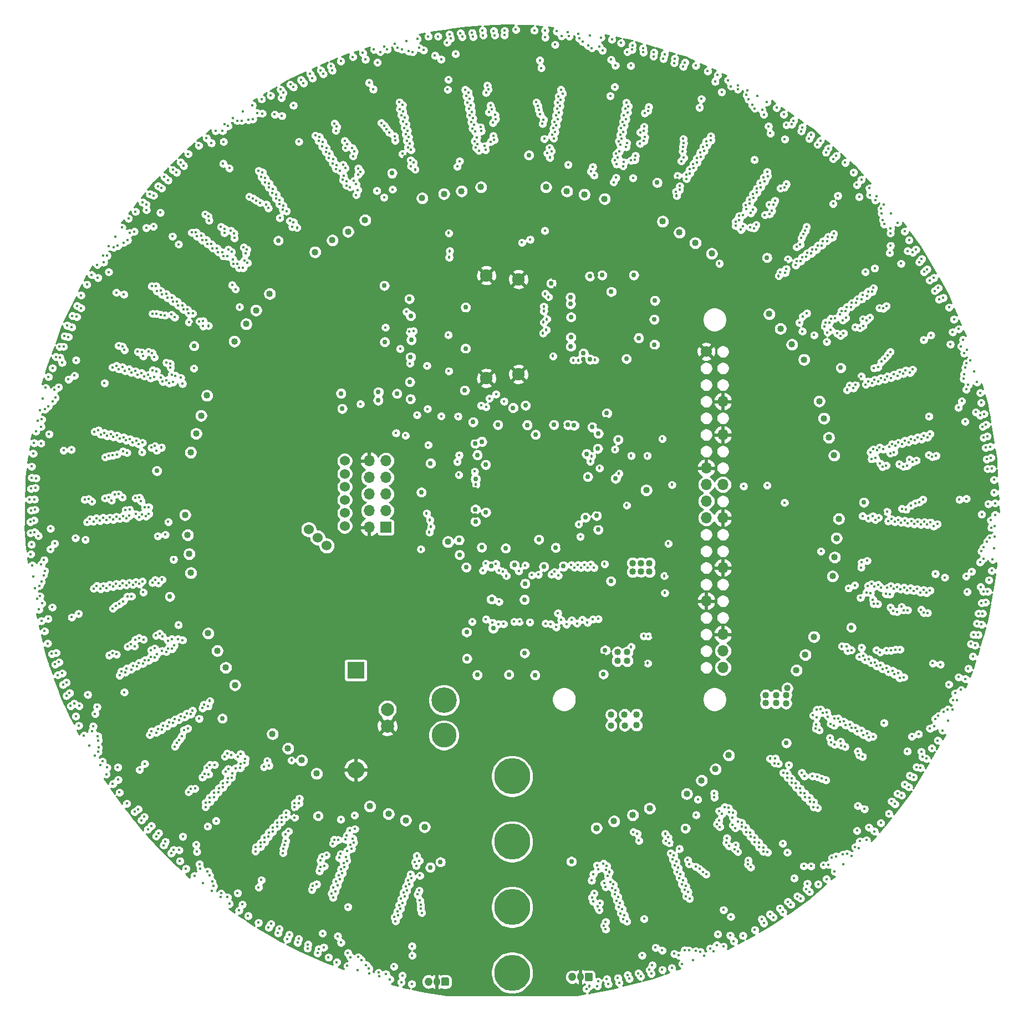
<source format=gbr>
G04 #@! TF.GenerationSoftware,KiCad,Pcbnew,(5.1.2)-1*
G04 #@! TF.CreationDate,2019-06-19T21:40:15-04:00*
G04 #@! TF.ProjectId,flicker,666c6963-6b65-4722-9e6b-696361645f70,rev?*
G04 #@! TF.SameCoordinates,Original*
G04 #@! TF.FileFunction,Copper,L2,Inr*
G04 #@! TF.FilePolarity,Positive*
%FSLAX46Y46*%
G04 Gerber Fmt 4.6, Leading zero omitted, Abs format (unit mm)*
G04 Created by KiCad (PCBNEW (5.1.2)-1) date 2019-06-19 21:40:15*
%MOMM*%
%LPD*%
G04 APERTURE LIST*
%ADD10O,1.041400X1.300000*%
%ADD11O,1.193800X1.300000*%
%ADD12C,0.100000*%
%ADD13C,1.193800*%
%ADD14O,1.700000X1.700000*%
%ADD15C,1.700000*%
%ADD16C,1.900000*%
%ADD17C,3.800000*%
%ADD18C,3.890000*%
%ADD19C,2.000000*%
%ADD20R,1.700000X1.700000*%
%ADD21O,2.600000X2.600000*%
%ADD22R,2.600000X2.600000*%
%ADD23C,5.500000*%
%ADD24C,1.016000*%
%ADD25C,0.762000*%
%ADD26C,0.457200*%
%ADD27C,0.700000*%
%ADD28C,1.524000*%
%ADD29C,0.450000*%
%ADD30C,0.254000*%
G04 APERTURE END LIST*
D10*
X118950740Y-170616880D03*
D11*
X117680740Y-170616880D03*
D12*
G36*
X120561365Y-169968248D02*
G01*
X120588946Y-169972339D01*
X120615993Y-169979114D01*
X120642246Y-169988508D01*
X120667451Y-170000429D01*
X120691367Y-170014764D01*
X120713762Y-170031373D01*
X120734422Y-170050098D01*
X120753147Y-170070758D01*
X120769756Y-170093153D01*
X120784091Y-170117069D01*
X120796012Y-170142274D01*
X120805406Y-170168527D01*
X120812181Y-170195574D01*
X120816272Y-170223155D01*
X120817640Y-170251004D01*
X120817640Y-170982756D01*
X120816272Y-171010605D01*
X120812181Y-171038186D01*
X120805406Y-171065233D01*
X120796012Y-171091486D01*
X120784091Y-171116691D01*
X120769756Y-171140607D01*
X120753147Y-171163002D01*
X120734422Y-171183662D01*
X120713762Y-171202387D01*
X120691367Y-171218996D01*
X120667451Y-171233331D01*
X120642246Y-171245252D01*
X120615993Y-171254646D01*
X120588946Y-171261421D01*
X120561365Y-171265512D01*
X120533516Y-171266880D01*
X119907964Y-171266880D01*
X119880115Y-171265512D01*
X119852534Y-171261421D01*
X119825487Y-171254646D01*
X119799234Y-171245252D01*
X119774029Y-171233331D01*
X119750113Y-171218996D01*
X119727718Y-171202387D01*
X119707058Y-171183662D01*
X119688333Y-171163002D01*
X119671724Y-171140607D01*
X119657389Y-171116691D01*
X119645468Y-171091486D01*
X119636074Y-171065233D01*
X119629299Y-171038186D01*
X119625208Y-171010605D01*
X119623840Y-170982756D01*
X119623840Y-170251004D01*
X119625208Y-170223155D01*
X119629299Y-170195574D01*
X119636074Y-170168527D01*
X119645468Y-170142274D01*
X119657389Y-170117069D01*
X119671724Y-170093153D01*
X119688333Y-170070758D01*
X119707058Y-170050098D01*
X119727718Y-170031373D01*
X119750113Y-170014764D01*
X119774029Y-170000429D01*
X119799234Y-169988508D01*
X119825487Y-169979114D01*
X119852534Y-169972339D01*
X119880115Y-169968248D01*
X119907964Y-169966880D01*
X120533516Y-169966880D01*
X120561365Y-169968248D01*
X120561365Y-169968248D01*
G37*
D13*
X120220740Y-170616880D03*
D10*
X97007680Y-171333160D03*
D11*
X95737680Y-171333160D03*
D12*
G36*
X98618305Y-170684528D02*
G01*
X98645886Y-170688619D01*
X98672933Y-170695394D01*
X98699186Y-170704788D01*
X98724391Y-170716709D01*
X98748307Y-170731044D01*
X98770702Y-170747653D01*
X98791362Y-170766378D01*
X98810087Y-170787038D01*
X98826696Y-170809433D01*
X98841031Y-170833349D01*
X98852952Y-170858554D01*
X98862346Y-170884807D01*
X98869121Y-170911854D01*
X98873212Y-170939435D01*
X98874580Y-170967284D01*
X98874580Y-171699036D01*
X98873212Y-171726885D01*
X98869121Y-171754466D01*
X98862346Y-171781513D01*
X98852952Y-171807766D01*
X98841031Y-171832971D01*
X98826696Y-171856887D01*
X98810087Y-171879282D01*
X98791362Y-171899942D01*
X98770702Y-171918667D01*
X98748307Y-171935276D01*
X98724391Y-171949611D01*
X98699186Y-171961532D01*
X98672933Y-171970926D01*
X98645886Y-171977701D01*
X98618305Y-171981792D01*
X98590456Y-171983160D01*
X97964904Y-171983160D01*
X97937055Y-171981792D01*
X97909474Y-171977701D01*
X97882427Y-171970926D01*
X97856174Y-171961532D01*
X97830969Y-171949611D01*
X97807053Y-171935276D01*
X97784658Y-171918667D01*
X97763998Y-171899942D01*
X97745273Y-171879282D01*
X97728664Y-171856887D01*
X97714329Y-171832971D01*
X97702408Y-171807766D01*
X97693014Y-171781513D01*
X97686239Y-171754466D01*
X97682148Y-171726885D01*
X97680780Y-171699036D01*
X97680780Y-170967284D01*
X97682148Y-170939435D01*
X97686239Y-170911854D01*
X97693014Y-170884807D01*
X97702408Y-170858554D01*
X97714329Y-170833349D01*
X97728664Y-170809433D01*
X97745273Y-170787038D01*
X97763998Y-170766378D01*
X97784658Y-170747653D01*
X97807053Y-170731044D01*
X97830969Y-170716709D01*
X97856174Y-170704788D01*
X97882427Y-170695394D01*
X97909474Y-170688619D01*
X97937055Y-170684528D01*
X97964904Y-170683160D01*
X98590456Y-170683160D01*
X98618305Y-170684528D01*
X98618305Y-170684528D01*
G37*
D13*
X98277680Y-171333160D03*
D14*
X140705840Y-123350020D03*
X140705840Y-100490020D03*
X138165840Y-100490020D03*
X140705840Y-82710020D03*
X138165840Y-113190020D03*
X140705840Y-95410020D03*
X138165840Y-95410020D03*
X140705840Y-118270020D03*
X140705840Y-120810020D03*
X138165840Y-97950020D03*
X140705840Y-108110020D03*
X140705840Y-87790020D03*
D15*
X138165840Y-75090020D03*
D14*
X138165840Y-92870020D03*
D16*
X109479840Y-78555420D03*
X104579840Y-79155420D03*
X104579840Y-63455420D03*
X109479840Y-64055420D03*
D17*
X98098800Y-133678120D03*
D18*
X98098800Y-128338120D03*
D19*
X89458800Y-132278120D03*
X89458800Y-129738120D03*
D20*
X89220040Y-101942900D03*
D14*
X86680040Y-101942900D03*
X89220040Y-99402900D03*
X86680040Y-99402900D03*
X89220040Y-96862900D03*
X86680040Y-96862900D03*
X89220040Y-94322900D03*
X86680040Y-94322900D03*
X89220040Y-91782900D03*
X86680040Y-91782900D03*
D21*
X84642960Y-138996420D03*
D22*
X84642960Y-123756420D03*
D23*
X108506260Y-169956763D03*
X108506260Y-159956763D03*
X108506260Y-149956763D03*
X108506260Y-139956763D03*
D24*
X132328920Y-125950980D03*
D25*
X130101340Y-118412260D03*
X133088380Y-106210100D03*
X131986020Y-107243880D03*
X131996180Y-106210100D03*
X133088380Y-107226100D03*
X130416300Y-121064020D03*
X129324100Y-120048020D03*
X130416300Y-120048020D03*
X112346740Y-95615760D03*
X112346740Y-98303080D03*
X109672120Y-95631000D03*
X112278160Y-92971620D03*
X114952780Y-95643700D03*
X114952780Y-98328480D03*
X109646720Y-98315780D03*
X114962940Y-93024960D03*
X109646720Y-92943680D03*
D24*
X67297300Y-105387140D03*
D25*
X123827540Y-69783960D03*
X125696980Y-71440040D03*
X121980960Y-71704200D03*
X125712220Y-68082160D03*
X121980960Y-68008500D03*
D26*
X114653060Y-70104000D03*
X112511840Y-70787260D03*
X112824260Y-66225420D03*
X114901980Y-66809620D03*
D24*
X127269240Y-154800300D03*
X128465580Y-158087060D03*
X130713480Y-157248860D03*
X129527300Y-153949400D03*
X128968500Y-156065220D03*
X150080980Y-145249900D03*
X148216620Y-146834860D03*
X146016980Y-144244060D03*
X147789900Y-142694660D03*
X148041360Y-144774920D03*
X160705800Y-125430280D03*
X159539940Y-127637540D03*
X162717480Y-129245360D03*
X163819840Y-127101600D03*
X161645600Y-127358140D03*
X166606220Y-104813100D03*
X166207440Y-107208320D03*
X169783760Y-107581700D03*
X170027600Y-105186480D03*
X168163240Y-106146600D03*
X164528500Y-83444080D03*
X165097460Y-85780880D03*
X168526460Y-84899500D03*
X167919400Y-82478880D03*
X166436040Y-84124800D03*
X154919680Y-64269620D03*
X156194760Y-66172080D03*
X158882080Y-64084200D03*
X157614620Y-62204600D03*
X156908500Y-64216280D03*
X138851640Y-49885600D03*
X140817600Y-51142900D03*
X142671800Y-48188880D03*
X140723620Y-46949360D03*
X140789660Y-49055020D03*
X121737120Y-39329360D03*
X121031000Y-42740580D03*
X118795800Y-42237660D03*
X119443500Y-38836600D03*
X120261380Y-40794940D03*
X98894900Y-42161460D03*
X96624140Y-42588180D03*
X95915480Y-39105840D03*
X98308160Y-38719760D03*
X97454720Y-40756840D03*
X74955400Y-47868840D03*
X76941680Y-46609000D03*
X78673960Y-49494440D03*
X76700380Y-50660300D03*
X76835000Y-48742600D03*
X58539380Y-63566040D03*
X61142880Y-65473580D03*
X62456060Y-63769240D03*
X60510420Y-63687960D03*
X59946540Y-61755020D03*
X49484280Y-81937860D03*
X48760380Y-84157820D03*
X52044600Y-85077300D03*
X52656740Y-82839560D03*
X50708560Y-83499960D03*
X47025560Y-104551480D03*
X47226220Y-106832400D03*
X50558700Y-106530140D03*
X50424080Y-104137460D03*
X48803560Y-105534460D03*
X53987700Y-128564640D03*
X52969160Y-126507240D03*
X55115460Y-126799340D03*
X57005220Y-127045720D03*
X56012080Y-125044200D03*
X68224400Y-146324320D03*
X66525140Y-144802860D03*
X68437760Y-144322800D03*
X70472300Y-143797020D03*
X68727320Y-142364460D03*
X87868760Y-157843220D03*
X85722460Y-157005020D03*
X87355680Y-155864560D03*
X88999060Y-154691080D03*
X86951820Y-154020520D03*
D27*
X160614707Y-56867705D03*
X172635370Y-78673700D03*
X175897750Y-103318756D03*
X169943972Y-127496216D03*
X155717818Y-147850022D03*
X135010046Y-161679638D03*
X141622052Y-40807757D03*
X118041505Y-32810561D03*
X92397580Y-34096960D03*
X69753398Y-44378721D03*
X42611178Y-85079728D03*
X50083750Y-133410403D03*
X41814677Y-109956269D03*
X88264294Y-163996676D03*
X66345347Y-152330439D03*
X52322640Y-62227425D03*
D24*
X127690880Y-99214940D03*
D25*
X102885240Y-88171020D03*
X102910640Y-100119180D03*
X100338180Y-101401320D03*
X107548680Y-107972860D03*
X113416080Y-104988360D03*
X117177820Y-105034080D03*
X115389660Y-107894120D03*
X121630440Y-101368860D03*
X121574560Y-99242880D03*
X121585940Y-88901320D03*
D26*
X124466420Y-92401320D03*
D25*
X116090700Y-86301580D03*
X113662460Y-86268560D03*
X109672120Y-86304120D03*
X108907580Y-86542880D03*
X105267760Y-86238080D03*
X103405940Y-107985560D03*
X106593640Y-104007920D03*
X122869960Y-85448140D03*
X107312460Y-102204520D03*
X112577880Y-100109020D03*
D26*
X95036640Y-93596460D03*
D25*
X102930960Y-96959420D03*
X102897940Y-96174560D03*
D24*
X120070880Y-99037140D03*
D25*
X116690140Y-88866980D03*
X121714260Y-86553040D03*
X117863620Y-83428840D03*
X119684800Y-86664800D03*
X112090200Y-91744800D03*
X107861100Y-88846660D03*
X108300520Y-92395040D03*
X108463080Y-99636580D03*
X115872260Y-100431600D03*
X116169440Y-94216220D03*
X115895120Y-90723720D03*
X116187220Y-104990900D03*
X109020540Y-104946380D03*
X105290620Y-104983280D03*
D24*
X135562340Y-102422960D03*
D26*
X130980180Y-109090460D03*
X132300980Y-108999020D03*
D24*
X133639560Y-104424480D03*
X127482600Y-102453440D03*
X129280920Y-102422960D03*
X131391660Y-102433120D03*
X133428740Y-102410260D03*
D25*
X93497400Y-150147020D03*
X95537020Y-150136860D03*
X97355660Y-149895560D03*
X75595480Y-145557240D03*
X76240640Y-147472400D03*
X76283820Y-141312900D03*
X64663320Y-127990600D03*
X66052700Y-128755140D03*
X63327280Y-126735840D03*
X56456580Y-108524040D03*
X53116480Y-111343440D03*
X52527200Y-112875060D03*
X56878220Y-89065100D03*
X57256680Y-92991940D03*
X56875680Y-91424760D03*
X64119760Y-71015860D03*
X58336180Y-71694040D03*
X59819540Y-70980300D03*
X75826620Y-58623200D03*
X75051920Y-60004960D03*
X77558900Y-56964580D03*
X96215200Y-47739300D03*
X90594180Y-44978320D03*
X92217240Y-45478700D03*
X115120420Y-47218600D03*
X111455200Y-47990760D03*
X112963960Y-47396400D03*
X134983220Y-53357780D03*
X133695440Y-49044860D03*
X133088380Y-47647860D03*
X149867620Y-66311780D03*
X150360380Y-59870340D03*
X150225760Y-61625480D03*
X161655760Y-77792580D03*
X161251900Y-79362300D03*
X161488120Y-102979220D03*
X166024560Y-98447860D03*
X165028880Y-99758500D03*
X156872940Y-122100340D03*
X161038540Y-120154700D03*
X162458400Y-119380000D03*
X146019520Y-136763760D03*
X147101560Y-134820660D03*
X147833080Y-133377940D03*
X128960880Y-148780500D03*
X133403340Y-150393400D03*
X134983220Y-150797260D03*
X97061020Y-166801800D03*
X119278400Y-166042340D03*
D24*
X120131840Y-144462500D03*
X122854720Y-143484600D03*
X125620780Y-142519400D03*
X128358900Y-141498320D03*
X132659120Y-139918440D03*
X134980680Y-137876280D03*
X137093960Y-136194800D03*
X139430760Y-134030720D03*
X147297140Y-124774960D03*
X148727160Y-122318780D03*
X150022560Y-119692420D03*
X151470360Y-116977160D03*
X153845260Y-109095540D03*
X154208480Y-106052620D03*
X154518360Y-103207820D03*
X154848560Y-100357940D03*
X154226260Y-91843860D03*
X153431240Y-89154000D03*
X151922480Y-83527900D03*
X152692100Y-86220300D03*
X150149560Y-78521560D03*
X148221700Y-75951080D03*
X144853660Y-71470520D03*
X146651980Y-73804780D03*
X132090160Y-59959240D03*
X129697480Y-58417460D03*
X134579360Y-61422280D03*
X137071100Y-63106300D03*
X121874280Y-55278020D03*
X118965980Y-54625240D03*
X116001800Y-54091840D03*
X113230660Y-53512720D03*
X104457500Y-53357780D03*
X101231700Y-54058820D03*
X98592640Y-54531260D03*
X95613220Y-55166260D03*
X87919560Y-58122820D03*
X85331300Y-59768740D03*
X82920840Y-61300360D03*
X80200500Y-63009780D03*
X68889880Y-75661520D03*
X74282300Y-68447920D03*
X70728840Y-73210420D03*
X65333880Y-83045300D03*
X64465200Y-85783420D03*
X63731140Y-88521540D03*
X62928500Y-91391740D03*
X62148720Y-99715320D03*
X62781180Y-105603040D03*
X63070740Y-108605320D03*
X62501780Y-102715060D03*
X65392300Y-116512340D03*
X66776600Y-119151400D03*
X67980560Y-121724420D03*
X69514720Y-124477780D03*
X74185780Y-130888740D03*
X76746100Y-133085840D03*
X78783180Y-134942580D03*
X80982820Y-136911080D03*
X90934540Y-142290800D03*
X88132920Y-141249400D03*
X93606620Y-143253460D03*
X96359980Y-144360900D03*
D26*
X128594801Y-122717241D03*
D24*
X124498100Y-115887500D03*
X126441200Y-115857020D03*
X129250440Y-117353080D03*
X132364480Y-117365780D03*
D25*
X101608020Y-110504840D03*
X103208020Y-113060280D03*
X105382060Y-115625880D03*
X108170980Y-112900460D03*
X110373160Y-116029740D03*
X112003840Y-113042700D03*
X123224440Y-111664600D03*
X101610160Y-119153940D03*
X103177340Y-121556780D03*
X107970320Y-121584720D03*
X105608020Y-124465180D03*
X110408020Y-124398340D03*
X111998760Y-121536460D03*
X122448320Y-121597420D03*
X101556820Y-114211100D03*
X105623360Y-121094500D03*
X110411260Y-117401340D03*
X122684540Y-116842540D03*
D26*
X111716320Y-67056500D03*
X111684440Y-68556500D03*
X111706660Y-70053200D03*
X111703740Y-71556500D03*
X114536220Y-71805800D03*
X112417860Y-72407780D03*
X114991760Y-65319520D03*
X115039780Y-67319520D03*
X115071780Y-69319520D03*
X115079400Y-70319520D03*
X115042700Y-71819520D03*
D25*
X120390920Y-69816980D03*
X120271540Y-66804540D03*
X120261380Y-67823080D03*
X114892340Y-63819520D03*
X121292620Y-63403480D03*
X130220720Y-69095620D03*
D26*
X114719100Y-78074520D03*
D25*
X114896900Y-74731880D03*
X116220240Y-77569060D03*
X119410480Y-76286360D03*
X122336560Y-75473560D03*
X127220980Y-76200000D03*
X130241040Y-75112880D03*
X130322200Y-66319520D03*
X125953520Y-63413640D03*
X120329960Y-72951340D03*
X120406160Y-74048620D03*
X121485660Y-65191640D03*
X127259080Y-69004180D03*
D26*
X111818300Y-74556500D03*
D25*
X106603800Y-65024000D03*
X106657140Y-69992240D03*
X106667300Y-74348340D03*
X112318800Y-64587120D03*
X113266220Y-74056240D03*
X108295440Y-72372220D03*
X108267500Y-67823080D03*
X92575380Y-64223900D03*
X93022420Y-68361560D03*
X92108020Y-71793100D03*
X101460300Y-69418200D03*
X91156940Y-72119640D03*
X91040100Y-76683720D03*
X101412040Y-75646280D03*
X101427280Y-82085180D03*
X92931100Y-74632940D03*
X92808940Y-81028660D03*
X92039440Y-77416660D03*
X92039440Y-84272120D03*
X90921840Y-85211920D03*
X89042240Y-77569060D03*
X88983820Y-68724780D03*
X77040840Y-84604960D03*
X70863560Y-84604960D03*
X82590640Y-85087460D03*
X78516480Y-81478120D03*
X87099140Y-83322160D03*
X101328820Y-79728660D03*
X101452680Y-73182480D03*
X101523800Y-66847720D03*
X94640400Y-99352100D03*
X93654880Y-100291900D03*
D26*
X93583760Y-101848920D03*
X94530060Y-102825400D03*
D25*
X98762820Y-100091240D03*
D24*
X77713840Y-96563242D03*
X75074780Y-99202302D03*
X77884020Y-91333320D03*
X77835760Y-93675200D03*
D25*
X83243420Y-106316780D03*
D28*
X80906620Y-132041900D03*
X83350100Y-109946440D03*
X86042500Y-112395000D03*
X92826840Y-122836184D03*
X78381860Y-129781300D03*
X90004900Y-120014244D03*
D25*
X124686060Y-85039200D03*
X100581460Y-110832900D03*
X123525280Y-106413300D03*
X76972160Y-87439500D03*
X98775520Y-85859620D03*
X114569240Y-83337400D03*
X95077280Y-95021400D03*
X112231140Y-110435420D03*
D28*
X84576920Y-111025940D03*
D24*
X126418340Y-97213420D03*
D25*
X159354520Y-83482180D03*
D26*
X112671860Y-67812920D03*
X114030760Y-69352160D03*
D25*
X100464620Y-104950260D03*
X124282200Y-93098620D03*
X129313940Y-121081800D03*
X130926840Y-118432580D03*
D29*
X127598320Y-122660560D03*
D24*
X132364480Y-122174000D03*
X132364480Y-118968520D03*
X132364480Y-120571260D03*
X130817620Y-117312440D03*
D26*
X132897880Y-123281440D03*
X127538480Y-115262660D03*
D24*
X135592820Y-104935020D03*
X135592820Y-103667560D03*
X131295140Y-104200960D03*
D26*
X96128840Y-101866700D03*
X95872300Y-102687120D03*
D29*
X102798440Y-93401320D03*
D25*
X103865680Y-105001060D03*
X120764300Y-86631780D03*
X102877620Y-89136220D03*
X102913180Y-101046280D03*
X107520540Y-105127860D03*
X115166140Y-105023920D03*
X121643140Y-102288340D03*
X121589800Y-89900760D03*
X108666280Y-83682840D03*
X100469700Y-106126280D03*
X122976640Y-84510880D03*
X112577880Y-103797100D03*
X117977920Y-86362540D03*
X112090200Y-87764620D03*
X103898700Y-88846660D03*
X104467660Y-92379800D03*
X104503220Y-99636580D03*
X119694960Y-100423980D03*
X120068340Y-94216220D03*
X119880380Y-90716100D03*
D24*
X126913640Y-107393740D03*
X128191260Y-107396280D03*
X129486660Y-107393740D03*
X126913640Y-108722160D03*
X128186180Y-108691680D03*
X129489200Y-108722160D03*
D26*
X132359400Y-104416860D03*
D24*
X98712020Y-104157780D03*
D26*
X121846340Y-92900500D03*
D25*
X121676160Y-87591900D03*
X100413820Y-103898700D03*
X117475000Y-72923400D03*
X117492780Y-69819520D03*
X117440460Y-67819520D03*
X117426480Y-66819520D03*
X117472460Y-74305160D03*
X125966220Y-76200000D03*
X130251200Y-74028300D03*
X127083820Y-63426340D03*
X114498120Y-64668400D03*
X130312160Y-67319520D03*
X122232420Y-63423800D03*
X130210560Y-70195440D03*
X120396000Y-76288900D03*
D24*
X123619260Y-130548380D03*
X123652280Y-132196840D03*
X125669040Y-130530600D03*
X125686820Y-132196840D03*
X127518160Y-130512820D03*
X127518160Y-132181600D03*
D29*
X160646962Y-47731103D03*
X175227639Y-68333332D03*
X161852396Y-48829831D03*
X169131285Y-58074279D03*
X167417462Y-55404471D03*
X174338481Y-66861666D03*
X166398905Y-54009469D03*
X165263206Y-52623096D03*
X171059522Y-60936691D03*
X164187940Y-51390934D03*
X168465176Y-56743061D03*
X170176532Y-59512812D03*
X172902189Y-63826351D03*
X163068721Y-50132037D03*
X173581426Y-65365642D03*
X171876871Y-62510766D03*
X182085197Y-94664280D03*
X179062699Y-78111813D03*
X181629463Y-91301320D03*
X180888655Y-86258832D03*
X180583194Y-84611472D03*
X176708285Y-71634468D03*
X179504953Y-79781522D03*
X181791367Y-92970172D03*
X181555771Y-89620442D03*
X178508184Y-76407604D03*
X181078377Y-88022282D03*
X175984297Y-70172925D03*
X177953968Y-74869014D03*
X180131900Y-82891499D03*
X177368479Y-73289565D03*
X179994857Y-81409260D03*
X182117529Y-96626005D03*
X178861489Y-121654901D03*
X182258315Y-98250951D03*
X181338468Y-109981073D03*
X181889510Y-106856746D03*
X179206054Y-119970354D03*
X182086983Y-105140790D03*
X182192529Y-103351748D03*
X180814380Y-113392363D03*
X182237909Y-101716996D03*
X181751712Y-108551012D03*
X181131073Y-111747116D03*
X180208939Y-116765623D03*
X182269107Y-100032819D03*
X179664233Y-118357495D03*
X180347588Y-115103453D03*
X166044621Y-145656415D03*
X175048559Y-131442024D03*
X167990327Y-142875872D03*
X170865507Y-138667696D03*
X171758183Y-137249857D03*
X177710927Y-125085078D03*
X174241246Y-132969049D03*
X166977560Y-144212132D03*
X169076057Y-141590597D03*
X175796759Y-129813535D03*
X169809023Y-140092342D03*
X178170039Y-123519981D03*
X176432882Y-128306952D03*
X172592937Y-135679780D03*
X177073722Y-126749129D03*
X173497420Y-134497532D03*
X164822455Y-147085858D03*
X145569434Y-163406655D03*
X163832984Y-148382482D03*
X155258119Y-156439365D03*
X157768392Y-154499380D03*
X146958004Y-162392609D03*
X159069305Y-153363112D03*
X160351435Y-152110906D03*
X152574645Y-158609741D03*
X161485193Y-150932331D03*
X156526210Y-155659771D03*
X153916153Y-157606011D03*
X149856591Y-160697249D03*
X162641753Y-149707664D03*
X148382359Y-161508051D03*
X151077794Y-159561155D03*
X119866295Y-172434384D03*
X136107803Y-168037402D03*
X123179328Y-171698853D03*
X128142130Y-170538715D03*
X129758158Y-170096450D03*
X142365390Y-165149254D03*
X134480938Y-168617832D03*
X121529868Y-171999840D03*
X124848134Y-171484755D03*
X137811801Y-167378424D03*
X126400738Y-170875310D03*
X143761250Y-164305506D03*
X139246456Y-166661226D03*
X131434342Y-169502820D03*
X140771378Y-165945619D03*
X132899908Y-169242228D03*
X159382817Y-46244046D03*
X145989472Y-36058867D03*
X156778620Y-44067956D03*
X141486707Y-33640266D03*
X139883136Y-32863228D03*
X148901296Y-37865331D03*
X138362989Y-32272124D03*
X158023481Y-45191149D03*
X150001978Y-38867494D03*
X155590780Y-42876399D03*
X154160608Y-42018130D03*
X152831393Y-40843834D03*
X144430832Y-35174294D03*
X147441940Y-36993657D03*
X151495013Y-39833304D03*
X136563790Y-31423884D03*
X120385540Y-26799592D03*
X133347007Y-30342427D03*
X115311798Y-26181842D03*
X113535504Y-26040383D03*
X123754661Y-27424936D03*
X116987169Y-26356778D03*
X111904481Y-26041842D03*
X134914839Y-30936690D03*
X125144198Y-27958825D03*
X131807477Y-29663743D03*
X130163232Y-29383609D03*
X128498246Y-28772370D03*
X118612058Y-26541632D03*
X122078354Y-27142919D03*
X126886079Y-28316306D03*
X54448052Y-49811184D03*
X55408761Y-48447725D03*
X53179572Y-51050833D03*
X52073878Y-52309611D03*
X51001333Y-53727908D03*
X59045092Y-44912487D03*
X52887053Y-148055080D03*
X55285970Y-150502658D03*
X54161579Y-149130969D03*
X56443592Y-151713870D03*
X57763010Y-152905941D03*
X49682194Y-144124476D03*
X35030420Y-99342373D03*
X34823379Y-97687364D03*
X34926525Y-101112987D03*
X34955905Y-102788165D03*
X35117115Y-104559024D03*
X74167725Y-164828268D03*
X80458235Y-167609568D03*
X75743187Y-165375943D03*
X77284459Y-166253593D03*
X78799252Y-166969511D03*
X69767136Y-162307258D03*
X35133667Y-92625291D03*
X39920388Y-125968179D03*
X41887673Y-130800416D03*
X39128843Y-124500039D03*
X41096954Y-129207712D03*
X40463810Y-127656527D03*
X37587553Y-119668354D03*
X40145845Y-72726497D03*
X40554131Y-71109304D03*
X39405866Y-74338391D03*
X38824718Y-75909809D03*
X38331682Y-77618274D03*
X42682022Y-66505735D03*
X76281496Y-33605404D03*
X77675064Y-32688918D03*
X74646938Y-34293898D03*
X73156839Y-35059844D03*
X71639119Y-35986355D03*
X82354035Y-30732389D03*
X97190560Y-26954480D03*
X98940620Y-26639520D03*
X100606860Y-26464260D03*
X102379780Y-26413460D03*
X104010460Y-26062940D03*
X109080300Y-25930860D03*
X90599260Y-28064460D03*
X92341700Y-27645360D03*
X107368340Y-26090880D03*
X105691940Y-26121360D03*
X84185760Y-30091380D03*
X95702120Y-26974800D03*
X94040960Y-27335480D03*
X89021920Y-28496260D03*
X87401400Y-28956000D03*
X85699600Y-29484320D03*
X65895286Y-39404788D03*
X80815792Y-31500661D03*
X79263877Y-32135310D03*
X67368244Y-38383953D03*
X60648804Y-43613817D03*
X68840438Y-37480543D03*
X70258757Y-36543551D03*
X61840673Y-42500398D03*
X64580842Y-40377772D03*
X63236245Y-41392416D03*
X36406338Y-84019060D03*
X42066938Y-68111380D03*
X41351502Y-69627757D03*
X36802647Y-82271311D03*
X35381811Y-90666753D03*
X37277730Y-80610648D03*
X37690403Y-78961621D03*
X35508338Y-89040631D03*
X36094567Y-85624447D03*
X35788708Y-87280922D03*
X38715824Y-122869030D03*
X38218847Y-121267675D03*
X44792489Y-136820334D03*
X43903915Y-135263998D03*
X47522931Y-141129305D03*
X43132265Y-133718656D03*
X46540792Y-139642473D03*
X48528235Y-142413679D03*
X42322435Y-132224077D03*
X45647217Y-138214569D03*
X35648399Y-111221981D03*
X35143859Y-94344709D03*
X35028117Y-96017378D03*
X35382752Y-109449646D03*
X37108634Y-117787728D03*
X71313066Y-163059937D03*
X72761325Y-163904810D03*
X86666862Y-170085434D03*
X84960314Y-169538318D03*
X93199963Y-171685446D03*
X81740588Y-168365483D03*
X88238952Y-170535930D03*
X89862475Y-170985007D03*
X91591044Y-171417682D03*
X83347374Y-168920294D03*
X35222166Y-107729840D03*
X35007647Y-106043555D03*
X36635829Y-116226735D03*
X35941082Y-112830959D03*
X36257850Y-114485372D03*
X68197763Y-161277345D03*
X50855710Y-145381167D03*
X62671999Y-157442358D03*
X51904988Y-146688928D03*
X61274869Y-156319983D03*
X59990531Y-155164989D03*
X65332964Y-159427378D03*
X58689297Y-154071202D03*
X66791710Y-160450770D03*
X63978233Y-158426319D03*
X46910027Y-59013587D03*
X57895454Y-46191064D03*
X56684125Y-47350336D03*
X47906359Y-57523944D03*
X43571229Y-64852584D03*
X48945010Y-56143836D03*
X49921232Y-54752226D03*
X44272103Y-63379817D03*
X46043643Y-60400615D03*
X45164475Y-61837450D03*
X142984090Y-34411836D03*
D24*
X147241260Y-128788160D03*
X147241260Y-127563880D03*
X148800820Y-127563880D03*
X148800820Y-128790700D03*
X150352760Y-128813560D03*
X150355300Y-127563880D03*
D26*
X131833620Y-111937800D03*
D24*
X121368820Y-147863560D03*
X124073920Y-146819620D03*
X126921260Y-145874740D03*
X129512060Y-144853660D03*
X135171180Y-142641320D03*
X137436860Y-140601700D03*
X139565380Y-138861800D03*
X141594840Y-136756140D03*
X150522940Y-126494540D03*
X151914860Y-123769120D03*
X154602180Y-118658640D03*
X153286460Y-121401840D03*
X157444440Y-109390180D03*
X157772100Y-106504740D03*
X158399480Y-100639880D03*
X158046420Y-103583740D03*
X157688280Y-90952320D03*
X156878020Y-88219280D03*
X155412440Y-82664300D03*
X156126180Y-85300820D03*
X153083260Y-76314300D03*
X151254460Y-74005440D03*
X147779740Y-69347080D03*
X149481540Y-71600060D03*
X138988800Y-60116720D03*
X136479280Y-58496200D03*
X131495800Y-55211980D03*
X134045960Y-56918860D03*
X122623580Y-51777900D03*
X119540020Y-51104800D03*
X116880640Y-50606960D03*
X113677700Y-49969420D03*
X103741220Y-49969420D03*
X100792280Y-50573940D03*
X98089720Y-50995580D03*
X94764860Y-51663600D03*
X86047580Y-55011320D03*
X83456780Y-56753760D03*
X81064100Y-58089800D03*
X78407260Y-59898280D03*
X71498460Y-66266060D03*
X66106040Y-73525380D03*
X67896740Y-70871080D03*
X69408040Y-68795900D03*
X61894720Y-81808320D03*
X61026040Y-84881720D03*
X60256420Y-87619840D03*
X59423300Y-90490040D03*
X58564780Y-100042980D03*
X59184540Y-105994200D03*
X59436000Y-108899960D03*
X58966100Y-103106220D03*
X62100460Y-118110000D03*
X63484760Y-120797320D03*
X64770000Y-123357640D03*
X66184780Y-126011940D03*
X71907400Y-133497320D03*
X74284840Y-135707120D03*
X76372720Y-137515600D03*
X78651100Y-139534900D03*
X86781640Y-144538700D03*
X89631520Y-145696940D03*
X92262960Y-146669760D03*
X95148400Y-147711160D03*
D28*
X82938620Y-101732080D03*
X82938620Y-99744276D03*
X82938620Y-97756472D03*
X82938620Y-95768668D03*
X82938620Y-93780864D03*
X82938620Y-91793060D03*
X80187800Y-104739440D03*
X77449680Y-102257860D03*
X78803500Y-103515160D03*
D26*
X126679960Y-90992960D03*
X129156460Y-90992960D03*
X102993380Y-95401320D03*
X100368160Y-93901320D03*
X118648480Y-76410820D03*
D29*
X100418900Y-90906600D03*
D26*
X131752340Y-109334300D03*
D29*
X65745360Y-64930020D03*
X92377380Y-68993900D03*
X93433900Y-71960740D03*
X84450700Y-145922220D03*
X92834460Y-72042020D03*
D26*
X56807100Y-106850180D03*
D29*
X113502440Y-56629300D03*
X156547820Y-73586340D03*
X152374600Y-70667880D03*
D26*
X140154660Y-61633100D03*
D29*
X98742500Y-72552560D03*
X136596120Y-145877280D03*
X136865360Y-143502380D03*
X127871220Y-149781260D03*
X159872680Y-111221520D03*
X161704020Y-112689640D03*
X107284520Y-82699860D03*
X162026600Y-100213160D03*
X124010420Y-49227740D03*
X126979680Y-48569880D03*
X117053328Y-46540452D03*
D26*
X98841560Y-56995060D03*
D29*
X57919620Y-79090520D03*
X66260980Y-65572640D03*
X91404440Y-74670920D03*
X83728560Y-148221700D03*
X70599300Y-138531600D03*
X95501460Y-77256640D03*
X57480200Y-118988840D03*
X54376320Y-103273860D03*
X92905580Y-76911200D03*
X109999780Y-58440320D03*
X153509980Y-69248020D03*
X98826320Y-78061820D03*
X127622300Y-148717000D03*
X106062780Y-81602580D03*
X147447000Y-95511620D03*
X150108920Y-98173540D03*
X162714940Y-107025440D03*
X120822720Y-46885860D03*
D26*
X98981260Y-59725560D03*
D29*
X84955380Y-50403760D03*
X100495100Y-46007020D03*
X90243486Y-50332466D03*
X58166000Y-80002380D03*
D26*
X66875660Y-68277740D03*
D29*
X84488020Y-148008340D03*
X71384160Y-138333480D03*
X95580200Y-83853020D03*
X55552340Y-103047800D03*
X58183780Y-119176800D03*
X93980000Y-84775040D03*
X111262160Y-57978040D03*
X152880060Y-69712840D03*
X127020320Y-148455380D03*
X97678240Y-84968080D03*
X105029000Y-82245200D03*
X143860520Y-95651320D03*
X161810700Y-108061760D03*
X155663900Y-105595420D03*
X120535700Y-47584360D03*
D26*
X98899980Y-60713620D03*
D29*
X84686140Y-51168300D03*
X100144580Y-46832520D03*
X88944620Y-51540580D03*
X56005430Y-101113890D03*
X92217240Y-87896700D03*
X71109840Y-137604500D03*
X95689420Y-89359740D03*
D26*
X74818240Y-137518140D03*
D29*
X103761540Y-83312000D03*
X121056400Y-48163480D03*
X104520540Y-83552840D03*
X152834340Y-72011540D03*
X90771980Y-87541100D03*
X85333840Y-83108800D03*
X100139500Y-91927680D03*
X139349480Y-142557500D03*
X102410260Y-116354860D03*
X104020540Y-108524040D03*
X104510840Y-115989100D03*
X104508300Y-107447080D03*
X105526840Y-116492020D03*
X106019600Y-107480100D03*
X106408020Y-116723360D03*
X107129580Y-108689140D03*
X106507280Y-113296700D03*
X106507280Y-108498640D03*
X107208320Y-116679980D03*
D26*
X107624880Y-109331760D03*
D29*
X108814000Y-116354460D03*
X109520540Y-108617200D03*
X110512860Y-107744260D03*
X109631480Y-116337080D03*
X111211360Y-116418360D03*
X111520540Y-109238480D03*
X112520540Y-109144880D03*
X113611660Y-116631720D03*
X114520540Y-109123040D03*
X114404140Y-116700300D03*
X114988340Y-108727240D03*
X115234720Y-117182900D03*
X118917720Y-103350060D03*
X115559840Y-109311440D03*
X118020540Y-108066280D03*
X115996720Y-116093240D03*
X118554500Y-107680760D03*
X116819680Y-116761260D03*
X119020540Y-108108700D03*
X117612160Y-116090700D03*
X119520540Y-107663820D03*
X118417340Y-116616480D03*
X120020540Y-108099400D03*
X119217440Y-116042440D03*
X120520540Y-107604480D03*
X119994680Y-116479320D03*
X117520540Y-107690740D03*
X115493800Y-115054380D03*
X121020540Y-108100160D03*
X120848120Y-115978940D03*
X121671080Y-115930680D03*
D26*
X122631200Y-107530900D03*
D29*
X89159080Y-71419720D03*
X100248720Y-84980780D03*
X98778060Y-33538160D03*
X87843360Y-50528220D03*
X56632780Y-57489775D03*
X59916060Y-77645260D03*
X41814096Y-103551380D03*
X57553860Y-116832380D03*
X62001381Y-147623791D03*
X82349340Y-146547840D03*
X124173214Y-34661235D03*
X124373640Y-48529240D03*
X163894796Y-62368971D03*
X154617420Y-72572880D03*
X174577596Y-109586125D03*
X160845500Y-110777020D03*
X161886900Y-107284520D03*
D26*
X120444260Y-91869260D03*
D29*
X150523375Y-151597098D03*
X139382500Y-143187420D03*
X103220520Y-43393360D03*
X107337860Y-26776680D03*
X105239820Y-43050460D03*
X105630980Y-42153840D03*
X103113840Y-42418000D03*
X102793800Y-42953940D03*
X105775760Y-42750740D03*
X102707440Y-40477440D03*
X105864660Y-26789380D03*
X105570020Y-40149780D03*
X105915460Y-38958520D03*
X102524560Y-39471600D03*
X102280720Y-40038020D03*
X106001820Y-39568120D03*
X102057200Y-39039800D03*
X104089200Y-26799540D03*
X104965500Y-38541960D03*
X101920040Y-38036500D03*
X105211880Y-37498020D03*
X102346760Y-38475920D03*
X105394760Y-38092380D03*
X101523800Y-36075620D03*
X102547420Y-27010360D03*
X104531160Y-35554920D03*
X101333300Y-35105340D03*
X104729280Y-34455100D03*
X101838760Y-35524440D03*
X104868980Y-35041840D03*
X100883720Y-27017980D03*
X102994460Y-43959780D03*
X104348280Y-43703240D03*
X103421180Y-44399200D03*
X104454960Y-44302680D03*
X99126040Y-27256740D03*
X102433120Y-41015920D03*
X103685340Y-40807640D03*
X102859840Y-41455340D03*
X103807260Y-41404540D03*
X102227380Y-37500560D03*
X99870260Y-29618940D03*
X102062280Y-36454080D03*
X98582480Y-27881580D03*
X101704140Y-37066220D03*
X98656140Y-35074860D03*
X96723200Y-29878020D03*
X97663000Y-30462220D03*
X93052900Y-46766480D03*
X92984320Y-45862240D03*
X94322900Y-28709620D03*
X93454220Y-46240700D03*
X94993460Y-29057600D03*
X92608400Y-43888660D03*
X92422980Y-42905680D03*
X92676980Y-29215080D03*
X92882720Y-43322240D03*
X93337380Y-29334460D03*
X92125800Y-39364920D03*
X91843860Y-38435280D03*
X91015820Y-28699460D03*
X91668600Y-28948380D03*
X91569540Y-38978840D03*
X89443560Y-28938220D03*
X88371680Y-29339540D03*
X93063060Y-44305220D03*
X91737180Y-44889420D03*
X92697300Y-42339260D03*
X87927180Y-30939740D03*
X90639900Y-42862500D03*
X92537280Y-41348660D03*
X89750900Y-41638220D03*
X92262960Y-41915080D03*
X90558620Y-42217340D03*
X92064840Y-40921940D03*
X86106000Y-30457140D03*
X89324180Y-41112440D03*
X91851480Y-39931340D03*
X88536780Y-40172640D03*
X92339160Y-40355520D03*
X88988900Y-40599360D03*
X91358720Y-38056820D03*
X91307920Y-36997640D03*
X86657180Y-34028380D03*
X91780360Y-37429440D03*
X87297260Y-35034220D03*
X83205696Y-49132129D03*
X81035385Y-32151076D03*
X84964328Y-48082202D03*
X85004774Y-47104814D03*
X82760820Y-48257460D03*
X82648944Y-48876760D03*
X85355617Y-47608968D03*
X81672867Y-46599086D03*
X84223228Y-45258421D03*
X79666485Y-32695657D03*
X84114500Y-44022869D03*
X81158080Y-45725080D03*
X81116124Y-46343721D03*
X84415465Y-44559991D03*
X78014853Y-33347179D03*
X80546744Y-45493895D03*
X83078195Y-43978025D03*
X80056054Y-44608086D03*
X82930378Y-42915633D03*
X80612793Y-44863461D03*
X83315823Y-43403647D03*
X76653646Y-34101279D03*
X78977519Y-42923204D03*
X81593058Y-41350203D03*
X78449042Y-42087475D03*
X81380050Y-40253178D03*
X79071850Y-42295424D03*
X81722475Y-40749690D03*
X75105300Y-34710021D03*
X83199759Y-49741976D03*
X84369196Y-49013206D03*
X83756503Y-49997337D03*
X84685428Y-49533513D03*
X73552907Y-35568242D03*
X82703987Y-46553316D03*
X81611839Y-47200334D03*
X83033515Y-47065726D03*
X82168590Y-47455692D03*
X80139540Y-43992800D03*
X75100993Y-37501451D03*
X79616424Y-43081318D03*
X79503889Y-43781542D03*
X73272093Y-36347358D03*
X75942032Y-43027184D03*
X72260603Y-38881051D03*
X73348071Y-39085850D03*
X74930000Y-56022240D03*
X74555038Y-55135586D03*
X69600217Y-38659732D03*
X75130009Y-55318509D03*
X70351241Y-38741667D03*
X73490869Y-53431513D03*
X72962535Y-52582112D03*
X68248483Y-39726186D03*
X73541795Y-52804222D03*
X68907362Y-39598670D03*
X71405044Y-49388445D03*
X70806001Y-48623671D03*
X66513282Y-39846183D03*
X70746803Y-49229648D03*
X67211900Y-39842194D03*
X65133776Y-40637351D03*
X64279553Y-41399127D03*
X74065405Y-53655469D03*
X73040509Y-54679599D03*
X73013451Y-51954827D03*
X64443816Y-43051766D03*
X71284515Y-53186649D03*
X72506034Y-51089135D03*
X70012933Y-52366712D03*
X72455114Y-51716424D03*
X70975423Y-52614560D03*
X71911255Y-50862135D03*
X62571368Y-43260418D03*
X69424967Y-52030846D03*
X71354105Y-50015736D03*
X68350995Y-51439371D03*
X71962188Y-50234843D03*
X68926840Y-51673718D03*
X70216826Y-48446267D03*
X69786441Y-47477138D03*
X64376683Y-46390652D03*
X70383063Y-47708866D03*
X65337189Y-47096950D03*
X66581018Y-61719797D03*
X58338154Y-46715744D03*
X67832481Y-60098379D03*
X67511903Y-59174181D03*
X65869820Y-61033660D03*
X65969413Y-61686245D03*
X68023107Y-59514673D03*
X64226499Y-59924800D03*
X66108033Y-57742703D03*
X57264088Y-47724136D03*
X65554035Y-56632968D03*
X63439040Y-59309000D03*
X63614888Y-59891247D03*
X66030915Y-57022416D03*
X55966168Y-48935647D03*
X62773668Y-59309220D03*
X64573395Y-56971055D03*
X61992469Y-58664897D03*
X64046496Y-56036760D03*
X62604066Y-58698441D03*
X64583992Y-56349556D03*
X54976053Y-50136164D03*
X60371472Y-57492526D03*
X62228511Y-55070380D03*
X59573474Y-56908641D03*
X61628265Y-54127766D03*
X60229155Y-56873855D03*
X62128825Y-54464226D03*
X53758556Y-51270014D03*
X66799004Y-62289377D03*
X67619968Y-61182724D03*
X67410597Y-62322927D03*
X68104889Y-61550921D03*
X52628710Y-52637456D03*
X65169084Y-59504292D03*
X64390062Y-60506570D03*
X65663480Y-59860270D03*
X65001663Y-60540106D03*
X61823600Y-58031380D03*
X54777605Y-53868784D03*
X61023869Y-57405484D03*
X61175801Y-58098229D03*
X52652979Y-53465297D03*
X57585301Y-58701789D03*
X52640487Y-56193392D03*
X53727334Y-55985387D03*
X61323220Y-71221600D03*
X60732569Y-70475996D03*
X50084090Y-56962505D03*
X61334575Y-70435459D03*
X50812884Y-56763496D03*
X59117903Y-69280512D03*
X58315027Y-68683849D03*
X49217276Y-58450171D03*
X58935384Y-68678209D03*
X49783578Y-58090049D03*
X55695426Y-66283233D03*
X54857772Y-65791220D03*
X47646790Y-59197776D03*
X55024791Y-66376725D03*
X48295335Y-58938028D03*
X46653243Y-60439477D03*
X46137652Y-61461329D03*
X59734538Y-69278312D03*
X59156304Y-70606813D03*
X58132497Y-68081547D03*
X46896181Y-62938767D03*
X56975329Y-69861313D03*
X57343104Y-67462068D03*
X55491716Y-69564463D03*
X57525637Y-68064363D03*
X56478074Y-69442314D03*
X56706522Y-67468847D03*
X45230481Y-63819155D03*
X54821570Y-69467460D03*
X55877936Y-66885542D03*
X53605547Y-69310759D03*
X56524012Y-66866531D03*
X54227213Y-69317748D03*
X54244581Y-65842081D03*
X53488952Y-65098133D03*
X48057423Y-66069931D03*
X54128988Y-65095075D03*
X49209947Y-66375056D03*
X55740611Y-79496065D03*
X42668260Y-68442571D03*
X56327887Y-77533870D03*
X55697402Y-76785944D03*
X54843680Y-79103220D03*
X55157598Y-79683935D03*
X56296672Y-76920619D03*
X52899209Y-78664090D03*
X53873775Y-75952638D03*
X42026910Y-69768885D03*
X52958877Y-75115154D03*
X51909980Y-78359000D03*
X52316188Y-78851938D03*
X53543651Y-75307834D03*
X41249361Y-71365067D03*
X51322265Y-78610038D03*
X52164533Y-75782212D03*
X50362045Y-78288469D03*
X51337805Y-75098792D03*
X51951708Y-75198194D03*
X50977800Y-78082140D03*
X40755236Y-72840662D03*
X48428583Y-77774881D03*
X49294256Y-74848111D03*
X47474338Y-77515746D03*
X48396076Y-74183212D03*
X48074003Y-77248305D03*
X48983967Y-74317944D03*
X40024950Y-74335518D03*
X56148238Y-79949705D03*
X56518078Y-78622349D03*
X56731227Y-79761846D03*
X57102748Y-78792311D03*
X39460183Y-76017039D03*
X53628492Y-77933722D03*
X53260388Y-79148601D03*
X54217620Y-78088873D03*
X53843393Y-78960728D03*
X50002440Y-77772260D03*
X41907618Y-76396494D03*
X49006441Y-77459822D03*
X49396558Y-78052107D03*
X39779517Y-76781198D03*
X46260823Y-79902308D03*
X40745518Y-79332577D03*
X41685626Y-78748888D03*
X54218840Y-90220800D03*
X53418547Y-89766591D03*
X38634537Y-80966725D03*
X53966051Y-89513008D03*
X39243609Y-80519767D03*
X51482709Y-89229154D03*
X50519337Y-88959853D03*
X38358439Y-82666231D03*
X51096464Y-88732267D03*
X38758064Y-82127072D03*
X47213416Y-87657453D03*
X46255082Y-87498321D03*
X37160174Y-83926982D03*
X46620829Y-87985079D03*
X37672545Y-83452075D03*
X36677597Y-85442268D03*
X36562446Y-86581027D03*
X52057598Y-89006119D03*
X51993862Y-90453604D03*
X50133082Y-88462958D03*
X37800067Y-87688496D03*
X49690581Y-90539205D03*
X49174110Y-88167521D03*
X48199128Y-90793748D03*
X49560367Y-88664399D03*
X49076197Y-90326246D03*
X48582245Y-88401980D03*
X36560508Y-89107341D03*
X47538731Y-90943349D03*
X47599656Y-88154345D03*
X46347320Y-91232835D03*
X48196018Y-87905076D03*
X46930207Y-91016575D03*
X45700844Y-87765539D03*
X44728797Y-87341806D03*
X40006297Y-90195540D03*
X45325229Y-87109582D03*
X41191615Y-90067375D03*
X52018999Y-99984751D03*
X35824398Y-94434837D03*
X51853389Y-97943237D03*
X50994279Y-97475433D03*
X51051460Y-99921060D03*
X51544065Y-100371535D03*
X51601515Y-97383231D03*
X49069473Y-100241737D03*
X48992527Y-97361480D03*
X35708649Y-95903522D03*
X47835908Y-96913526D03*
X48051720Y-100319840D03*
X48594528Y-100628550D03*
X48450707Y-96880642D03*
X35564031Y-97673126D03*
X47580608Y-100764209D03*
X47338150Y-97823573D03*
X46569180Y-100813390D03*
X46319654Y-97487143D03*
X47044106Y-100426592D03*
X46927684Y-97356765D03*
X35639674Y-99227427D03*
X44581216Y-101037227D03*
X44324602Y-97995916D03*
X43598012Y-101142421D03*
X43246223Y-97702707D03*
X44059585Y-100675437D03*
X43842919Y-97614681D03*
X35502270Y-100885447D03*
X52563539Y-100259297D03*
X52425973Y-98888289D03*
X53038504Y-99872518D03*
X53032442Y-98834265D03*
X35586929Y-102657246D03*
X49483633Y-99296344D03*
X49581976Y-100561937D03*
X50088882Y-99226911D03*
X50056911Y-100175142D03*
X46042580Y-100459540D03*
X38004989Y-102121726D03*
X45005158Y-100533775D03*
X45583763Y-100943907D03*
X36161994Y-103253197D03*
X43334344Y-103806760D03*
X37988796Y-105279407D03*
X38652693Y-104394103D03*
X54498240Y-110462060D03*
X53586336Y-110397174D03*
X36615649Y-107568730D03*
X54004298Y-109962043D03*
X37020751Y-106931071D03*
X51587495Y-110599656D03*
X50592101Y-110698699D03*
X36975747Y-109252442D03*
X51047155Y-110277000D03*
X37152218Y-108604969D03*
X47038902Y-110686158D03*
X46088251Y-110885997D03*
X36317295Y-110862353D03*
X46605805Y-111206638D03*
X36622170Y-110233748D03*
X36418123Y-112449439D03*
X36724502Y-113552212D03*
X52042100Y-110183038D03*
X52176680Y-111859060D03*
X50051735Y-110376049D03*
X38279865Y-114134475D03*
X50393676Y-112471222D03*
X49050958Y-110449113D03*
X49096574Y-113250132D03*
X49591315Y-110771776D03*
X49743885Y-112495964D03*
X48584691Y-110882587D03*
X37640370Y-115906683D03*
X48535603Y-113629415D03*
X47579278Y-111008776D03*
X47530763Y-114331891D03*
X48044345Y-110559924D03*
X47995243Y-113918701D03*
X45668941Y-111336295D03*
X44609349Y-111294591D03*
X41246062Y-115668850D03*
X45080677Y-110861569D03*
X42303848Y-115118871D03*
X55991513Y-120423573D03*
X55098862Y-118580116D03*
X38885919Y-121105636D03*
X54128708Y-118454649D03*
X55049420Y-120799860D03*
X55688577Y-120955945D03*
X54661535Y-118149082D03*
X53334518Y-121729804D03*
X52221226Y-119072302D03*
X39309135Y-122516781D03*
X50980903Y-119072940D03*
X52412900Y-122207020D03*
X53031605Y-122262173D03*
X51542213Y-118819906D03*
X39814219Y-124218917D03*
X52135396Y-122755330D03*
X50845920Y-120101389D03*
X51210173Y-123166948D03*
X49774672Y-120156047D03*
X51513112Y-122634568D03*
X50294430Y-119814585D03*
X40446818Y-125640670D03*
X48098656Y-121351853D03*
X49437703Y-124094526D03*
X48559076Y-124548152D03*
X46987241Y-121468427D03*
X48820542Y-123945832D03*
X47511710Y-121170568D03*
X40918300Y-127236178D03*
X56598533Y-120482639D03*
X55974465Y-119254147D03*
X56901440Y-119950273D03*
X56520341Y-118984448D03*
X41637958Y-128857438D03*
X53378791Y-120698617D03*
X53928151Y-121843003D03*
X53917958Y-120415002D03*
X54231072Y-121310633D03*
X50596800Y-123070620D03*
X49650900Y-123471831D03*
X43698722Y-127483765D03*
X42389621Y-129205117D03*
X50338651Y-123644967D03*
X49276729Y-127127502D03*
X44825518Y-130433590D03*
X45124323Y-129368096D03*
X62080140Y-129255520D03*
X61218165Y-129564543D03*
X44373177Y-133064543D03*
X61450515Y-129007698D03*
X44520245Y-132323510D03*
X59427833Y-130476140D03*
X58535638Y-130928440D03*
X45317755Y-134504088D03*
X58807361Y-130370751D03*
X45248151Y-133836608D03*
X55218357Y-132201652D03*
X45286070Y-136243143D03*
X54404297Y-132731765D03*
X45342983Y-135546859D03*
X55002801Y-132843558D03*
X45953993Y-137686356D03*
X46638415Y-138603704D03*
X59701011Y-129923314D03*
X60708540Y-131150360D03*
X57915161Y-130823062D03*
X48299094Y-138584120D03*
X58991609Y-132652768D03*
X57008535Y-131253092D03*
X58063971Y-133848036D03*
X57628998Y-131358493D03*
X58394749Y-132910830D03*
X56730571Y-131825820D03*
X57678128Y-134404502D03*
X48343744Y-140467642D03*
X55838835Y-132307080D03*
X56995317Y-135422830D03*
X56110089Y-131720404D03*
X57278951Y-134869605D03*
X54176196Y-133303237D03*
X53173247Y-133647518D03*
X51619425Y-138941995D03*
X52406742Y-138046703D03*
X53456103Y-133073377D03*
X51416980Y-144985891D03*
X67082348Y-138082085D03*
X65576167Y-136694061D03*
X64627561Y-136932869D03*
X66291460Y-138711940D03*
X66995620Y-138688423D03*
X65011307Y-136453293D03*
X65088968Y-140271201D03*
X63079154Y-138206624D03*
X52327919Y-146143732D03*
X61925366Y-138661798D03*
X64368680Y-141036040D03*
X65002244Y-140877535D03*
X62354896Y-138220679D03*
X64349116Y-141664844D03*
X53421685Y-147542316D03*
X62176705Y-139668176D03*
X63639153Y-142386912D03*
X61200045Y-140111642D03*
X63725875Y-141780575D03*
X61558485Y-139603443D03*
X54531364Y-148633302D03*
X62329954Y-143899566D03*
X60078911Y-141838475D03*
X59087543Y-142354290D03*
X61678738Y-144643637D03*
X61701247Y-143987417D03*
X59466351Y-141884960D03*
X55554768Y-149944999D03*
X67668755Y-137914565D03*
X66637870Y-137000277D03*
X67755495Y-137308226D03*
X67046922Y-136549292D03*
X56818557Y-151189724D03*
X64752206Y-139295555D03*
X65682786Y-140158951D03*
X65149913Y-138834058D03*
X65769502Y-139552616D03*
X62999620Y-142496540D03*
X62300120Y-143242055D03*
X58232459Y-149156301D03*
X63003465Y-143151091D03*
X57645354Y-151237694D03*
X63291802Y-146780518D03*
X60249501Y-150387069D03*
X60361986Y-151487899D03*
X75971400Y-144089120D03*
X60905360Y-154101604D03*
X75295501Y-144671423D03*
X75307584Y-144068193D03*
X60770632Y-153358238D03*
X73963836Y-146175750D03*
X73299476Y-146923571D03*
X62311822Y-155094787D03*
X62002405Y-154499239D03*
X73347910Y-146305082D03*
X70679665Y-149323981D03*
X70116535Y-150115567D03*
X62919704Y-156724461D03*
X62717465Y-156055729D03*
X70714366Y-150000205D03*
X64070076Y-157822434D03*
X65043114Y-158425125D03*
X75288438Y-146253086D03*
X74015394Y-145561268D03*
X72683552Y-147052919D03*
X66581036Y-157798258D03*
X74355691Y-148360803D03*
X71997641Y-147785305D03*
X73930658Y-149812901D03*
X72613543Y-147655962D03*
X73894951Y-148819643D03*
X67312896Y-159534328D03*
X73775620Y-150472025D03*
X71948899Y-148420066D03*
X71295607Y-149194654D03*
X73513552Y-151669773D03*
X71332978Y-148549390D03*
X73574679Y-151051072D03*
X70113759Y-150730848D03*
X69306791Y-151418762D03*
X69801481Y-156914325D03*
X69359515Y-150780889D03*
X70205922Y-155792765D03*
X83846168Y-150430544D03*
X71695411Y-162489755D03*
X81942631Y-149674483D03*
X81142594Y-150237373D03*
X83324700Y-151335740D03*
X83982502Y-151027716D03*
X81328994Y-149652121D03*
X82769718Y-153188608D03*
X72960769Y-163244269D03*
X80153525Y-151981430D03*
X79239490Y-152819865D03*
X82379820Y-154144980D03*
X82906033Y-153785776D03*
X79482402Y-152254100D03*
X82578424Y-154754864D03*
X74483101Y-164157979D03*
X79834780Y-153669315D03*
X82174381Y-155683379D03*
X79081893Y-154433338D03*
X82038069Y-155086240D03*
X79234428Y-153830426D03*
X75910028Y-164778811D03*
X81494243Y-157564742D03*
X78654059Y-156447270D03*
X81152932Y-158492749D03*
X77913439Y-157284082D03*
X80938767Y-157872065D03*
X78098865Y-156710172D03*
X77335547Y-165636625D03*
X84333601Y-150063979D03*
X83043517Y-149579888D03*
X84197286Y-149466841D03*
X83263805Y-149012249D03*
X78961448Y-166345813D03*
X82105688Y-152398466D03*
X83283853Y-152871041D03*
X83147520Y-152273867D03*
X82311586Y-151825085D03*
X81630520Y-156001720D03*
X81230758Y-156961622D03*
X79552766Y-163940744D03*
X79750526Y-166094274D03*
X81854791Y-156624591D03*
X83424639Y-159909650D03*
X81876846Y-164366931D03*
X82376393Y-165354324D03*
X94338140Y-152857200D03*
X83820336Y-167599716D03*
X93875237Y-153638910D03*
X93670340Y-153071369D03*
X83428161Y-166953977D03*
X93171127Y-155520540D03*
X92818881Y-156456768D03*
X85489323Y-168022872D03*
X84987038Y-167577771D03*
X92642459Y-155861995D03*
X91233302Y-159636600D03*
X90991264Y-160577407D03*
X86640837Y-169326454D03*
X86212398Y-168774640D03*
X91473020Y-160210500D03*
X88108295Y-169939233D03*
X89232686Y-170153228D03*
X94435465Y-155118059D03*
X92999043Y-154928387D03*
X90443805Y-169016817D03*
X94319989Y-157420020D03*
X92290214Y-156798248D03*
X91912328Y-157727814D03*
X94443581Y-158927979D03*
X94054303Y-158013506D03*
X92440975Y-157386340D03*
X91749218Y-170375347D03*
X94535056Y-159598897D03*
X92094304Y-158337859D03*
X94719590Y-160811022D03*
X91761977Y-159295148D03*
X94554966Y-160211498D03*
X91565619Y-158679314D03*
X91117420Y-161218880D03*
X90702315Y-162084260D03*
X93243400Y-167337740D03*
X90522954Y-161469839D03*
X93225620Y-165915340D03*
X134631863Y-31562128D03*
X124638061Y-45461429D03*
X126640295Y-45892948D03*
X127336459Y-45205720D03*
X124889260Y-44516040D03*
X127249217Y-45813699D03*
X124405050Y-44894967D03*
X133259291Y-31026822D03*
X128024101Y-43322345D03*
X125239780Y-42557700D03*
X128787232Y-42344565D03*
X125450600Y-41569640D03*
X125011533Y-41997037D03*
X128641027Y-42942631D03*
X125174714Y-40987192D03*
X128059905Y-41605000D03*
X131607036Y-30376909D03*
X128676351Y-40727222D03*
X125419946Y-40004710D03*
X128625431Y-41346993D03*
X125652978Y-40571173D03*
X130097216Y-30000083D03*
X128765921Y-38670272D03*
X125780257Y-38036899D03*
X125963710Y-37065271D03*
X129358311Y-37722689D03*
X129270121Y-38319350D03*
X126277386Y-37642111D03*
X128549680Y-29389313D03*
X124217817Y-45903388D03*
X125570093Y-46167966D03*
X125446540Y-46764161D03*
X124450837Y-46469858D03*
X126829017Y-28958249D03*
X124789874Y-42961585D03*
X126029905Y-43233245D03*
X125022898Y-43528066D03*
X125921428Y-43832737D03*
X125902720Y-39606220D03*
X126642772Y-31427897D03*
X126139679Y-38588265D03*
X126092289Y-29336549D03*
X125579823Y-39023644D03*
X123489329Y-36042761D03*
X123624557Y-30499735D03*
X124280193Y-31391169D03*
X113878360Y-44800520D03*
X114217028Y-43952360D03*
X121829816Y-28523501D03*
X122323192Y-29095613D03*
X114512779Y-44478256D03*
X114600916Y-41980305D03*
X114793811Y-40998768D03*
X120113897Y-28381564D03*
X120682732Y-28737655D03*
X115065970Y-41556266D03*
X115832811Y-37600869D03*
X115916261Y-36632999D03*
X118763014Y-27285923D03*
X115459706Y-37035813D03*
X119276667Y-27759463D03*
X117214521Y-26923724D03*
X116070266Y-26898273D03*
X113420361Y-42585958D03*
X114868369Y-42535930D03*
X115063293Y-28218969D03*
X115258857Y-40574730D03*
X113154277Y-40296504D03*
X112783523Y-38829629D03*
X115478167Y-39595544D03*
X115013113Y-40019587D03*
X113318403Y-39667286D03*
X115197979Y-39023890D03*
X113551564Y-27094550D03*
X112582575Y-38182975D03*
X112200497Y-37017967D03*
X115367753Y-38024903D03*
X115663027Y-38599855D03*
X112461800Y-37582079D03*
X115606372Y-36101445D03*
X115952549Y-35099140D03*
X112737096Y-30615084D03*
X112957859Y-31786695D03*
X116230849Y-35675496D03*
X157532647Y-45671070D03*
X143172567Y-54990653D03*
X144881281Y-56120027D03*
X145779533Y-55732614D03*
X143774160Y-54231540D03*
X145477403Y-56267387D03*
X143161243Y-54378258D03*
X156448281Y-44673736D03*
X147104334Y-54227686D03*
X144790308Y-52510997D03*
X148170520Y-53593903D03*
X145343880Y-51653440D03*
X144778975Y-51898591D03*
X147817053Y-54098005D03*
X145297838Y-51016999D03*
X147761525Y-52640652D03*
X155144979Y-43468037D03*
X148654712Y-52046763D03*
X145883204Y-50190707D03*
X148382138Y-52605696D03*
X145894553Y-50803127D03*
X153875167Y-42568508D03*
X149485353Y-50162860D03*
X146933709Y-48488200D03*
X147457576Y-47649579D03*
X150381493Y-49495185D03*
X150082590Y-50019054D03*
X147540297Y-48300963D03*
X152655206Y-41437316D03*
X142620487Y-55249784D03*
X143784287Y-55987493D03*
X143452605Y-56498097D03*
X142631816Y-55862198D03*
X151208659Y-40410668D03*
X144222087Y-52716733D03*
X145278731Y-53420277D03*
X144233414Y-53329160D03*
X144959902Y-53939409D03*
X146486880Y-49982120D03*
X150138033Y-42643956D03*
X147068299Y-49132460D03*
X150384846Y-40495510D03*
X146388534Y-49334736D03*
X145523646Y-45798097D03*
X147663149Y-40682830D03*
X147950186Y-41751534D03*
X133522720Y-50657760D03*
X146708879Y-38189654D03*
X134122160Y-49786540D03*
X146960733Y-38901901D03*
X134096078Y-50396632D03*
X135085575Y-48101318D03*
X135621837Y-47256913D03*
X145161730Y-37434092D03*
X145562357Y-37972497D03*
X135672887Y-47875188D03*
X137824149Y-44468530D03*
X138253481Y-43597097D03*
X144301115Y-35922589D03*
X137681798Y-43806545D03*
X144607667Y-36550373D03*
X142989975Y-35022639D03*
X141933120Y-34583273D03*
X133765650Y-48236770D03*
X135132923Y-48716152D03*
X140515189Y-35447964D03*
X136209150Y-47030762D03*
X134349389Y-46007055D03*
X134536807Y-44505708D03*
X136769169Y-46198126D03*
X136181846Y-46424276D03*
X134730868Y-45480436D03*
X136715777Y-45563749D03*
X139515170Y-33851224D03*
X134584488Y-43830219D03*
X134651704Y-42606004D03*
X137236831Y-44694669D03*
X137303082Y-45337606D03*
X134690241Y-43226504D03*
X138157853Y-42989271D03*
X138844469Y-42181188D03*
X137406380Y-36502340D03*
X138894396Y-42819275D03*
X137142220Y-37823140D03*
X173707786Y-67132717D03*
X158143059Y-72326651D03*
X156982160Y-70647560D03*
X159120559Y-72288577D03*
X157797500Y-70022720D03*
X158646165Y-72678731D03*
X157182820Y-70053200D03*
X173055157Y-65811882D03*
X160898302Y-71361473D03*
X159425640Y-68864480D03*
X162121156Y-71154006D03*
X160235900Y-68270120D03*
X161609918Y-71497071D03*
X159611060Y-68277740D03*
X172273281Y-64217835D03*
X162082754Y-70117446D03*
X160390840Y-67663060D03*
X163129860Y-69884907D03*
X161226500Y-67066160D03*
X162674341Y-70308249D03*
X161008060Y-67635120D03*
X171412439Y-62921475D03*
X164583006Y-68426347D03*
X162880040Y-65920620D03*
X165659428Y-68126047D03*
X163692840Y-65371980D03*
X165191969Y-68507182D03*
X163504880Y-65951100D03*
X170681499Y-61426954D03*
X157167316Y-71808084D03*
X156375100Y-70647560D03*
X156674072Y-72165060D03*
X156222700Y-71252080D03*
X169701527Y-59948382D03*
X159485761Y-69950995D03*
X158798260Y-68869560D03*
X159001416Y-70320547D03*
X158600140Y-69441060D03*
X161894520Y-67106800D03*
X167898707Y-61646520D03*
X162698945Y-66594904D03*
X168902408Y-59730974D03*
X162018980Y-66461640D03*
X162458217Y-62928026D03*
X166295756Y-58925931D03*
X166178815Y-60026314D03*
X149471380Y-62943740D03*
X166302990Y-56256372D03*
X150378160Y-62466220D03*
X166281552Y-57011536D03*
X150195280Y-63063120D03*
X151980900Y-61300360D03*
X165131583Y-54994502D03*
X152781000Y-60690760D03*
X165311522Y-55641034D03*
X152585420Y-61277500D03*
X155816300Y-58872120D03*
X164872806Y-53274517D03*
X156596080Y-58193940D03*
X164932803Y-53970573D03*
X155971240Y-58226960D03*
X163973550Y-51962908D03*
X163145722Y-51172534D03*
X150610636Y-60970350D03*
X151808180Y-61892180D03*
X151957924Y-59100273D03*
X161511573Y-51468797D03*
X153403300Y-60645040D03*
X152673261Y-57767062D03*
X154195780Y-60134500D03*
X152503415Y-58746291D03*
X153555700Y-60048140D03*
X154325251Y-59538588D03*
X152960926Y-57154026D03*
X161153424Y-49619114D03*
X153464348Y-56036086D03*
X155196540Y-58877200D03*
X154954582Y-59539023D03*
X153276921Y-56628864D03*
X156733240Y-57564020D03*
X158249620Y-51280060D03*
X157629860Y-57078880D03*
X157523180Y-52517040D03*
X157416500Y-57652920D03*
X164216807Y-90192652D03*
X181105294Y-92993586D03*
X164717066Y-92178807D03*
X165641619Y-92498443D03*
X165181280Y-89999820D03*
X165057910Y-92689618D03*
X164621385Y-89732797D03*
X180977050Y-91525919D03*
X167634717Y-92280435D03*
X167083463Y-89452380D03*
X168849391Y-92531343D03*
X168066720Y-89194640D03*
X167488048Y-88992498D03*
X168248460Y-92665254D03*
X168465664Y-88691371D03*
X180827623Y-89756733D03*
X169190162Y-91551619D03*
X170250193Y-91715342D03*
X169430700Y-88440260D03*
X169050528Y-88935792D03*
X169672007Y-91944290D03*
X172133905Y-90884262D03*
X180496472Y-88236241D03*
X171378866Y-87927025D03*
X172331195Y-87660985D03*
X173245874Y-90995496D03*
X172671907Y-91180791D03*
X171953057Y-88197791D03*
X180358359Y-86578281D03*
X163634397Y-90011733D03*
X163996360Y-91341253D03*
X163407132Y-91494672D03*
X163229801Y-90471628D03*
X179982413Y-84844739D03*
X166831019Y-90453186D03*
X166525129Y-89221154D03*
X166120542Y-89681050D03*
X166245528Y-90621563D03*
X170000877Y-88644425D03*
X177685887Y-85771998D03*
X171043825Y-88493529D03*
X179316852Y-84351894D03*
X170405460Y-88184530D03*
X172151534Y-84989687D03*
X177180686Y-82654974D03*
X176672027Y-83637705D03*
X160035240Y-80258920D03*
X160952392Y-80181727D03*
X178157164Y-80170400D03*
X160611977Y-80679872D03*
X177862887Y-80866201D03*
X162890407Y-79652109D03*
X163855810Y-79390166D03*
X177524141Y-78569206D03*
X177456930Y-79236939D03*
X163476598Y-79881147D03*
X167362332Y-78816079D03*
X168266997Y-78462066D03*
X177907829Y-76872711D03*
X167703593Y-78231252D03*
X177710894Y-77543013D03*
X177546449Y-75324039D03*
X177062276Y-74286958D03*
X161824375Y-78862110D03*
X162510797Y-80138053D03*
X175432136Y-73969368D03*
X164441996Y-79619177D03*
X163758942Y-77609172D03*
X164909701Y-76626870D03*
X165416996Y-79381931D03*
X164830799Y-79152915D03*
X164395740Y-77477513D03*
X165400405Y-76160204D03*
X165805339Y-78877483D03*
X175770336Y-72115930D03*
X166776130Y-78587036D03*
X166268400Y-75138280D03*
X166391522Y-79106492D03*
X165862000Y-75656440D03*
X168606231Y-77948736D03*
X169658153Y-77814985D03*
X172466000Y-72585580D03*
X169264759Y-78319847D03*
X171356020Y-73306940D03*
X178558732Y-119741845D03*
X163597671Y-113003584D03*
X163856611Y-110971811D03*
X164341874Y-113638501D03*
X164825680Y-111145320D03*
X164401072Y-110691269D03*
X163728643Y-113603509D03*
X178974844Y-118328557D03*
X166277087Y-114162739D03*
X166804340Y-111325660D03*
X167316472Y-114839576D03*
X167820340Y-111414560D03*
X167340220Y-111047997D03*
X166708113Y-114744996D03*
X179481245Y-116626834D03*
X168360317Y-111124320D03*
X167991217Y-114051746D03*
X168918427Y-114590942D03*
X169364660Y-111208820D03*
X168296570Y-114593146D03*
X168815663Y-111565310D03*
X179727750Y-115090323D03*
X170975515Y-114504500D03*
X171351557Y-111475652D03*
X172335277Y-111575418D03*
X171970262Y-115013792D03*
X171368222Y-114976881D03*
X171787370Y-111937228D03*
X180204098Y-113496303D03*
X163380338Y-110590839D03*
X163232252Y-111960768D03*
X162627681Y-111888612D03*
X162835859Y-110871389D03*
X180486607Y-111745101D03*
X166195524Y-112168243D03*
X166360281Y-110909536D03*
X165588952Y-112111368D03*
X165815758Y-111190091D03*
X169806795Y-111640775D03*
X178010081Y-111770468D03*
X170832903Y-111880863D03*
X170351294Y-111360225D03*
X180046761Y-111043385D03*
X173142717Y-109022757D03*
X178677033Y-108684034D03*
X177844860Y-109413412D03*
X163588700Y-100223320D03*
X180492746Y-106727038D03*
X164470013Y-100459968D03*
X179964872Y-107267471D03*
X163971287Y-100799550D03*
X166467660Y-100673993D03*
X167462083Y-100782336D03*
X180487604Y-105005266D03*
X166929854Y-101101126D03*
X180181408Y-105602433D03*
X170936307Y-101527304D03*
X171907773Y-101527787D03*
X181463848Y-103565742D03*
X171467439Y-101107304D03*
X181035908Y-104117958D03*
X181692444Y-101991968D03*
X181620078Y-100849713D03*
X165936894Y-100987916D03*
X165763370Y-99549482D03*
X168021726Y-99088815D03*
X180218193Y-99959224D03*
X167924289Y-101209467D03*
X168918636Y-101344335D03*
X169451572Y-98594123D03*
X168456421Y-100917207D03*
X168662680Y-99198601D03*
X169464260Y-101016361D03*
X181209373Y-98356998D03*
X170068240Y-98247200D03*
X170474090Y-101100174D03*
X171244260Y-97683320D03*
X169926472Y-101443475D03*
X170680380Y-98102420D03*
X172410920Y-101173626D03*
X173439118Y-101432915D03*
X177881280Y-97571560D03*
X172888635Y-101759443D03*
X176801780Y-97693480D03*
X155945358Y-130252532D03*
X166457486Y-143764068D03*
X154966076Y-132051444D03*
X155428776Y-132913346D03*
X156748480Y-130855720D03*
X154870156Y-132657997D03*
X156554552Y-130188947D03*
X167358542Y-142598495D03*
X157041377Y-134104763D03*
X158554131Y-131652547D03*
X157763907Y-135112900D03*
X159425640Y-132138420D03*
X159163334Y-131588951D03*
X157231470Y-134803790D03*
X160086026Y-132030623D03*
X168448527Y-141196957D03*
X158678751Y-134623992D03*
X159346763Y-135463165D03*
X160959297Y-132543264D03*
X160350076Y-132606885D03*
X158766583Y-135239328D03*
X161294727Y-136129868D03*
X169236287Y-139854948D03*
X162745319Y-133444511D03*
X163625619Y-133894828D03*
X162036490Y-136965708D03*
X161489031Y-136712627D03*
X162983675Y-134032898D03*
X170259144Y-138542833D03*
X155640028Y-129724604D03*
X155004420Y-130947159D03*
X154467324Y-130660322D03*
X155030811Y-129788205D03*
X171158463Y-137013879D03*
X157689886Y-132216854D03*
X158300610Y-131103978D03*
X157691385Y-131167588D03*
X157145425Y-131943539D03*
X161208720Y-133121400D03*
X168841878Y-136137923D03*
X162114910Y-133633614D03*
X171003570Y-136200323D03*
X161855317Y-132973623D03*
X165305138Y-131809802D03*
X170584454Y-133504565D03*
X169544177Y-133881833D03*
X159555180Y-120149620D03*
X160335302Y-120681545D03*
X172987024Y-132340817D03*
X159747302Y-120816807D03*
X172298894Y-132652611D03*
X162118739Y-121606627D03*
X163005864Y-122068821D03*
X173607660Y-130734790D03*
X173105449Y-131179942D03*
X162394207Y-122172472D03*
X165972186Y-124024888D03*
X166877111Y-124378223D03*
X175040138Y-129748212D03*
X166619591Y-123826521D03*
X174440850Y-130107273D03*
X175824800Y-128365000D03*
X176172278Y-127274479D03*
X161871045Y-120303095D03*
X161510207Y-121706303D03*
X175189642Y-125935587D03*
X163281372Y-122634638D03*
X164142484Y-120694244D03*
X165654344Y-120752729D03*
X164158777Y-123121508D03*
X163883303Y-122555651D03*
X164699742Y-121029338D03*
X166331438Y-120742561D03*
X164786280Y-123014117D03*
X176695130Y-124802827D03*
X165696709Y-123459027D03*
X167746680Y-120599200D03*
X165061770Y-123579960D03*
X167063420Y-120606820D03*
X167474543Y-124231031D03*
X168338323Y-124846110D03*
X173911260Y-122877580D03*
X167706829Y-124950351D03*
X172750480Y-122692160D03*
X146633009Y-161787944D03*
X140102275Y-146735128D03*
X141661215Y-145406647D03*
X140225427Y-147705601D03*
X142189200Y-146260820D03*
X142252719Y-145565581D03*
X139795392Y-147267008D03*
X147891947Y-161022677D03*
X141303938Y-149395762D03*
X143601440Y-147650200D03*
X141617178Y-150595880D03*
X144272000Y-148455380D03*
X144186515Y-147807498D03*
X141230871Y-150116504D03*
X149411774Y-160104848D03*
X144889654Y-148550489D03*
X142646460Y-150467300D03*
X145521213Y-149342034D03*
X142969363Y-151490128D03*
X142507939Y-151073238D03*
X144929650Y-149183123D03*
X150628204Y-159134296D03*
X144549025Y-152810630D03*
X146865615Y-150823486D03*
X147526062Y-151559324D03*
X144942018Y-153856803D03*
X144521566Y-153424323D03*
X146877306Y-151458192D03*
X152053308Y-158275901D03*
X141565344Y-144804318D03*
X140533846Y-145717904D03*
X140135230Y-145257659D03*
X140973820Y-144645383D03*
X153440848Y-157170779D03*
X142585930Y-147865680D03*
X143554912Y-147045587D03*
X142175567Y-147415380D03*
X142974060Y-146872960D03*
X145549620Y-149989540D03*
X151592057Y-155522818D03*
X146209285Y-150774141D03*
X146203478Y-150064928D03*
X153587777Y-156355753D03*
X149841242Y-150214725D03*
X154162562Y-153688860D03*
X153056171Y-153668272D03*
X148704300Y-137231120D03*
X156822598Y-153463396D03*
X149189494Y-138044574D03*
X156068446Y-153507849D03*
X148592083Y-137960088D03*
X150522996Y-139547329D03*
X151185566Y-140296723D03*
X157977576Y-152186467D03*
X150577366Y-140174299D03*
X157349197Y-152422075D03*
X153253848Y-143185910D03*
X153972046Y-143840080D03*
X159668447Y-151778775D03*
X153929346Y-143232737D03*
X158980281Y-151899201D03*
X160896697Y-150768616D03*
X161611927Y-149875066D03*
X149919134Y-139422287D03*
X150758883Y-138241603D03*
X152739264Y-139420771D03*
X161174367Y-148272936D03*
X151239976Y-140923713D03*
X151884660Y-141692669D03*
X154353260Y-139926060D03*
X151830247Y-141065682D03*
X153139453Y-139933351D03*
X152508934Y-141817306D03*
X162985783Y-147754961D03*
X155117800Y-140058140D03*
X153199438Y-142558918D03*
X156428440Y-140535660D03*
X152563363Y-142444270D03*
X155768040Y-140296900D03*
X154582552Y-143916756D03*
X155168532Y-144800521D03*
X162313620Y-144950180D03*
X154541609Y-144671550D03*
X161292540Y-144462500D03*
X122827046Y-154254488D03*
X121638060Y-171300140D03*
X120889737Y-154919183D03*
X120648562Y-155867249D03*
X123127992Y-155180684D03*
D26*
X123342400Y-154604720D03*
X120347740Y-172001180D03*
D29*
X121032588Y-157835116D03*
X122963940Y-170931840D03*
X123809760Y-157055820D03*
X120884200Y-159066517D03*
X124162820Y-158005780D03*
X124296724Y-157413837D03*
X120700491Y-158478911D03*
X124678598Y-158362832D03*
X124651418Y-170770591D03*
X121889008Y-159324126D03*
X121814577Y-160394123D03*
X124976115Y-159330762D03*
X124483974Y-158966082D03*
X121538043Y-159837126D03*
X122800352Y-162201696D03*
X126138851Y-170313351D03*
X125684036Y-161201852D03*
X126028835Y-162128583D03*
X122782543Y-163319063D03*
X122549897Y-162762622D03*
X125462251Y-161796687D03*
X127779429Y-170037002D03*
X122958606Y-153658999D03*
X121664041Y-154130936D03*
X121461818Y-153556604D03*
X122466463Y-153294298D03*
X129475436Y-169517299D03*
X122786175Y-156881327D03*
X123988299Y-156473420D03*
X123496150Y-156108733D03*
X122569403Y-156311986D03*
X124772420Y-159959040D03*
X128359249Y-167306406D03*
X125091498Y-160915372D03*
X129910852Y-168812836D03*
X125345997Y-160253405D03*
X128675730Y-161726002D03*
X131423073Y-166542161D03*
X130401240Y-166117514D03*
X132321300Y-149273260D03*
X132529712Y-150163816D03*
X133980666Y-167307319D03*
X132004825Y-149866302D03*
X133262669Y-167072312D03*
X133219625Y-152050729D03*
X133561433Y-152990833D03*
X135523255Y-166542525D03*
X134852258Y-166531435D03*
X133040446Y-152654021D03*
X134426950Y-156437017D03*
X134855405Y-157308896D03*
X137245920Y-166782910D03*
X135038266Y-156728152D03*
X136561495Y-166642778D03*
X138737340Y-166278560D03*
X139751832Y-165723951D03*
X132703640Y-151713116D03*
X134056120Y-151030940D03*
X139931916Y-164072958D03*
X133382303Y-153594127D03*
X135328094Y-152745273D03*
X133700269Y-154545855D03*
X136535160Y-153753820D03*
X133879446Y-153942555D03*
X135512565Y-153368803D03*
X134235460Y-154890619D03*
X141807160Y-164254875D03*
X137121900Y-154114500D03*
X134606127Y-155833713D03*
X138155680Y-154929840D03*
X134056301Y-155493911D03*
X137637520Y-154548840D03*
X135395319Y-157603989D03*
X135616628Y-158641028D03*
X141909800Y-161419540D03*
X135080624Y-158291248D03*
X140794740Y-160360360D03*
D25*
X103202740Y-90881200D03*
X102910640Y-99187000D03*
X121406920Y-100144580D03*
X114879120Y-86283800D03*
X110825280Y-86304120D03*
X106337100Y-86286340D03*
X105298240Y-107883960D03*
X102923340Y-94554040D03*
D24*
X129006600Y-96258380D03*
D25*
X117022880Y-86281260D03*
X116329460Y-107883960D03*
X108846620Y-107680760D03*
X113360200Y-107939840D03*
X97569020Y-153050240D03*
X78872080Y-146011900D03*
X64251840Y-131117340D03*
X54251860Y-93309440D03*
D26*
X93952060Y-152102820D03*
X76024740Y-143344900D03*
X62350125Y-128459755D03*
X55055584Y-109909796D03*
X54952900Y-89745820D03*
D25*
X59936380Y-74218800D03*
X72786240Y-58145680D03*
X90175080Y-47856140D03*
D26*
X93704037Y-47277917D03*
D25*
X111064040Y-45087540D03*
D26*
X114274321Y-45489139D03*
D25*
X130670300Y-49291240D03*
D26*
X133629400Y-51290220D03*
D25*
X147436840Y-60744100D03*
D26*
X149216110Y-63534290D03*
X159651700Y-80965040D03*
D25*
X158704280Y-77574140D03*
X162234880Y-98112580D03*
D26*
X162928394Y-100561046D03*
D25*
X160291780Y-117228620D03*
D26*
X158866840Y-120088660D03*
X147886420Y-137256520D03*
D25*
X150395940Y-134876540D03*
X134965440Y-147924520D03*
X95999300Y-153870660D03*
X117560120Y-152960100D03*
D24*
X124592080Y-122331480D03*
X124589540Y-121000520D03*
X126085600Y-121005600D03*
X126070360Y-122331480D03*
D25*
X105374440Y-112928400D03*
X110401100Y-112974120D03*
X101608020Y-121962780D03*
X103177340Y-124477780D03*
X108008020Y-124421500D03*
X112008020Y-124493920D03*
X122448320Y-124368560D03*
X101556820Y-117929660D03*
X105623360Y-117360700D03*
X110411260Y-121152920D03*
X122722640Y-120710960D03*
X119400320Y-75371960D03*
D26*
X117847860Y-76415380D03*
D25*
X120368060Y-63593980D03*
D26*
X114762280Y-75785980D03*
X121160540Y-76377800D03*
D25*
X127843280Y-73014840D03*
X123647200Y-65953640D03*
X92812200Y-67043900D03*
X93027860Y-69643900D03*
X101401880Y-68346320D03*
X93108180Y-73332940D03*
X93004640Y-75932940D03*
X101391720Y-74630280D03*
X101267260Y-81020920D03*
X92892880Y-79728060D03*
X92986860Y-82334100D03*
X90921840Y-81516220D03*
X89042240Y-73624440D03*
X88983820Y-65011300D03*
X82565240Y-83817460D03*
X82372200Y-81478120D03*
X88087200Y-81277460D03*
X88044020Y-82547460D03*
D26*
X131441040Y-88413740D03*
X95943420Y-100810060D03*
X94563080Y-105279340D03*
X95458280Y-99796600D03*
X126009400Y-98572320D03*
D25*
X124686060Y-88546940D03*
X101495860Y-108043980D03*
X123586240Y-110157260D03*
X102555040Y-85859620D03*
X110545880Y-83322160D03*
X96052640Y-92151200D03*
X110481140Y-110526800D03*
X56230520Y-112519460D03*
D26*
X62135082Y-71149542D03*
X75652182Y-56178002D03*
X131873731Y-148749491D03*
D25*
X94635320Y-96575880D03*
X124312680Y-94480380D03*
D26*
X126687580Y-120187720D03*
X124195840Y-90027760D03*
X118663720Y-101457760D03*
X132915660Y-95432880D03*
X120680480Y-91053920D03*
X113233082Y-72273278D03*
X113726078Y-71780282D03*
X113314362Y-70624818D03*
X113807358Y-70131822D03*
X113355120Y-68918120D03*
X113355120Y-68220920D03*
X114068978Y-66756398D03*
X113575982Y-66263402D03*
X124830840Y-93726000D03*
X129217420Y-122697240D03*
D29*
X129324100Y-118572280D03*
D26*
X128607820Y-118536720D03*
D30*
G36*
X108800859Y-25253214D02*
G01*
X108733094Y-25281284D01*
X108613040Y-25361501D01*
X108510941Y-25463600D01*
X108430724Y-25583654D01*
X108375468Y-25717052D01*
X108347300Y-25858666D01*
X108347300Y-26003054D01*
X108375468Y-26144668D01*
X108430724Y-26278066D01*
X108510941Y-26398120D01*
X108613040Y-26500219D01*
X108733094Y-26580436D01*
X108866492Y-26635692D01*
X109008106Y-26663860D01*
X109152494Y-26663860D01*
X109294108Y-26635692D01*
X109427506Y-26580436D01*
X109547560Y-26500219D01*
X109649659Y-26398120D01*
X109729876Y-26278066D01*
X109785132Y-26144668D01*
X109813300Y-26003054D01*
X109813300Y-25858666D01*
X109785132Y-25717052D01*
X109729876Y-25583654D01*
X109649659Y-25463600D01*
X109547560Y-25361501D01*
X109427506Y-25281284D01*
X109372698Y-25258581D01*
X110891930Y-25272840D01*
X111402190Y-25300812D01*
X111722594Y-25330660D01*
X111690673Y-25337010D01*
X111557275Y-25392266D01*
X111437221Y-25472483D01*
X111335122Y-25574582D01*
X111254905Y-25694636D01*
X111199649Y-25828034D01*
X111171481Y-25969648D01*
X111171481Y-26114036D01*
X111199649Y-26255650D01*
X111254905Y-26389048D01*
X111335122Y-26509102D01*
X111437221Y-26611201D01*
X111557275Y-26691418D01*
X111690673Y-26746674D01*
X111832287Y-26774842D01*
X111976675Y-26774842D01*
X112118289Y-26746674D01*
X112251687Y-26691418D01*
X112371741Y-26611201D01*
X112473840Y-26509102D01*
X112554057Y-26389048D01*
X112609313Y-26255650D01*
X112637481Y-26114036D01*
X112637481Y-25969648D01*
X112609313Y-25828034D01*
X112554057Y-25694636D01*
X112473840Y-25574582D01*
X112371741Y-25472483D01*
X112251687Y-25392266D01*
X112213328Y-25376377D01*
X113087951Y-25457856D01*
X113068244Y-25471024D01*
X112966145Y-25573123D01*
X112885928Y-25693177D01*
X112830672Y-25826575D01*
X112802504Y-25968189D01*
X112802504Y-26112577D01*
X112830672Y-26254191D01*
X112885928Y-26387589D01*
X112966145Y-26507643D01*
X113033999Y-26575497D01*
X112982205Y-26627290D01*
X112901988Y-26747344D01*
X112846732Y-26880742D01*
X112818564Y-27022356D01*
X112818564Y-27166744D01*
X112846732Y-27308358D01*
X112901988Y-27441756D01*
X112982205Y-27561810D01*
X113084304Y-27663909D01*
X113204358Y-27744126D01*
X113337756Y-27799382D01*
X113479370Y-27827550D01*
X113623758Y-27827550D01*
X113765372Y-27799382D01*
X113898770Y-27744126D01*
X114018824Y-27663909D01*
X114120923Y-27561810D01*
X114201140Y-27441756D01*
X114256396Y-27308358D01*
X114284564Y-27166744D01*
X114284564Y-27022356D01*
X114256396Y-26880742D01*
X114201140Y-26747344D01*
X114120923Y-26627290D01*
X114053070Y-26559437D01*
X114104863Y-26507643D01*
X114185080Y-26387589D01*
X114240336Y-26254191D01*
X114268504Y-26112577D01*
X114268504Y-25968189D01*
X114240336Y-25826575D01*
X114185080Y-25693177D01*
X114104863Y-25573123D01*
X114082222Y-25550482D01*
X114836291Y-25620730D01*
X114742439Y-25714582D01*
X114662222Y-25834636D01*
X114606966Y-25968034D01*
X114578798Y-26109648D01*
X114578798Y-26254036D01*
X114606966Y-26395650D01*
X114662222Y-26529048D01*
X114742439Y-26649102D01*
X114844538Y-26751201D01*
X114964592Y-26831418D01*
X115097990Y-26886674D01*
X115239604Y-26914842D01*
X115337266Y-26914842D01*
X115337266Y-26970467D01*
X115365434Y-27112081D01*
X115420690Y-27245479D01*
X115500907Y-27365533D01*
X115603006Y-27467632D01*
X115723060Y-27547849D01*
X115856458Y-27603105D01*
X115998072Y-27631273D01*
X116142460Y-27631273D01*
X116284074Y-27603105D01*
X116417472Y-27547849D01*
X116537526Y-27467632D01*
X116632750Y-27372408D01*
X116645162Y-27390984D01*
X116747261Y-27493083D01*
X116867315Y-27573300D01*
X117000713Y-27628556D01*
X117142327Y-27656724D01*
X117286715Y-27656724D01*
X117428329Y-27628556D01*
X117561727Y-27573300D01*
X117681781Y-27493083D01*
X117783880Y-27390984D01*
X117864097Y-27270930D01*
X117919353Y-27137532D01*
X117947521Y-26995918D01*
X117947521Y-26852719D01*
X117962482Y-26888838D01*
X118042699Y-27008892D01*
X118072165Y-27038358D01*
X118058182Y-27072115D01*
X118030014Y-27213729D01*
X118030014Y-27358117D01*
X118058182Y-27499731D01*
X118113438Y-27633129D01*
X118193655Y-27753183D01*
X118295754Y-27855282D01*
X118415808Y-27935499D01*
X118549206Y-27990755D01*
X118581759Y-27997230D01*
X118627091Y-28106669D01*
X118707308Y-28226723D01*
X118809407Y-28328822D01*
X118929461Y-28409039D01*
X119062859Y-28464295D01*
X119204473Y-28492463D01*
X119348861Y-28492463D01*
X119387083Y-28484860D01*
X119409065Y-28595372D01*
X119464321Y-28728770D01*
X119544538Y-28848824D01*
X119646637Y-28950923D01*
X119766691Y-29031140D01*
X119900089Y-29086396D01*
X120041703Y-29114564D01*
X120053003Y-29114564D01*
X120113373Y-29204915D01*
X120215472Y-29307014D01*
X120335526Y-29387231D01*
X120468924Y-29442487D01*
X120610538Y-29470655D01*
X120754926Y-29470655D01*
X120896540Y-29442487D01*
X121029938Y-29387231D01*
X121149992Y-29307014D01*
X121252091Y-29204915D01*
X121332308Y-29084861D01*
X121338825Y-29069129D01*
X121362556Y-29092860D01*
X121482610Y-29173077D01*
X121600994Y-29222114D01*
X121618360Y-29309421D01*
X121673616Y-29442819D01*
X121753833Y-29562873D01*
X121855932Y-29664972D01*
X121975986Y-29745189D01*
X122109384Y-29800445D01*
X122250998Y-29828613D01*
X122395386Y-29828613D01*
X122537000Y-29800445D01*
X122670398Y-29745189D01*
X122790452Y-29664972D01*
X122892551Y-29562873D01*
X122972768Y-29442819D01*
X123028024Y-29309421D01*
X123056192Y-29167807D01*
X123056192Y-29023419D01*
X123028024Y-28881805D01*
X122972768Y-28748407D01*
X122892551Y-28628353D01*
X122790452Y-28526254D01*
X122670398Y-28446037D01*
X122552014Y-28397000D01*
X122534648Y-28309693D01*
X122479392Y-28176295D01*
X122399175Y-28056241D01*
X122297076Y-27954142D01*
X122177022Y-27873925D01*
X122171686Y-27871715D01*
X122292162Y-27847751D01*
X122425560Y-27792495D01*
X122545614Y-27712278D01*
X122647713Y-27610179D01*
X122727930Y-27490125D01*
X122783186Y-27356727D01*
X122811354Y-27215113D01*
X122811354Y-27070725D01*
X122783186Y-26929111D01*
X122727930Y-26795713D01*
X122686789Y-26734140D01*
X123287305Y-26855673D01*
X123185302Y-26957676D01*
X123105085Y-27077730D01*
X123049829Y-27211128D01*
X123021661Y-27352742D01*
X123021661Y-27497130D01*
X123049829Y-27638744D01*
X123105085Y-27772142D01*
X123185302Y-27892196D01*
X123287401Y-27994295D01*
X123407455Y-28074512D01*
X123540853Y-28129768D01*
X123682467Y-28157936D01*
X123826855Y-28157936D01*
X123968469Y-28129768D01*
X124101867Y-28074512D01*
X124221921Y-27994295D01*
X124324020Y-27892196D01*
X124404237Y-27772142D01*
X124459493Y-27638744D01*
X124487661Y-27497130D01*
X124487661Y-27352742D01*
X124459493Y-27211128D01*
X124406041Y-27082084D01*
X125116289Y-27225825D01*
X125072004Y-27225825D01*
X124930390Y-27253993D01*
X124796992Y-27309249D01*
X124676938Y-27389466D01*
X124574839Y-27491565D01*
X124494622Y-27611619D01*
X124439366Y-27745017D01*
X124411198Y-27886631D01*
X124411198Y-28031019D01*
X124439366Y-28172633D01*
X124494622Y-28306031D01*
X124574839Y-28426085D01*
X124676938Y-28528184D01*
X124796992Y-28608401D01*
X124930390Y-28663657D01*
X125072004Y-28691825D01*
X125216392Y-28691825D01*
X125358006Y-28663657D01*
X125491404Y-28608401D01*
X125611458Y-28528184D01*
X125713557Y-28426085D01*
X125793774Y-28306031D01*
X125849030Y-28172633D01*
X125877198Y-28031019D01*
X125877198Y-27886631D01*
X125849030Y-27745017D01*
X125793774Y-27611619D01*
X125713557Y-27491565D01*
X125611458Y-27389466D01*
X125491404Y-27309249D01*
X125455962Y-27294568D01*
X126856522Y-27578015D01*
X126873360Y-27583306D01*
X126813885Y-27583306D01*
X126672271Y-27611474D01*
X126538873Y-27666730D01*
X126418819Y-27746947D01*
X126316720Y-27849046D01*
X126236503Y-27969100D01*
X126181247Y-28102498D01*
X126153079Y-28244112D01*
X126153079Y-28388500D01*
X126181247Y-28530114D01*
X126201250Y-28578404D01*
X126182106Y-28607054D01*
X126164483Y-28603549D01*
X126020095Y-28603549D01*
X125878481Y-28631717D01*
X125745083Y-28686973D01*
X125625029Y-28767190D01*
X125522930Y-28869289D01*
X125442713Y-28989343D01*
X125387457Y-29122741D01*
X125359289Y-29264355D01*
X125359289Y-29408743D01*
X125387457Y-29550357D01*
X125442713Y-29683755D01*
X125522930Y-29803809D01*
X125625029Y-29905908D01*
X125745083Y-29986125D01*
X125878481Y-30041381D01*
X126020095Y-30069549D01*
X126164483Y-30069549D01*
X126306097Y-30041381D01*
X126439495Y-29986125D01*
X126559549Y-29905908D01*
X126661648Y-29803809D01*
X126739200Y-29687744D01*
X126756823Y-29691249D01*
X126901211Y-29691249D01*
X127042825Y-29663081D01*
X127176223Y-29607825D01*
X127296277Y-29527608D01*
X127398376Y-29425509D01*
X127478593Y-29305455D01*
X127533849Y-29172057D01*
X127562017Y-29030443D01*
X127562017Y-28886055D01*
X127533849Y-28744441D01*
X127513846Y-28696151D01*
X127535655Y-28663512D01*
X127590911Y-28530114D01*
X127619079Y-28388500D01*
X127619079Y-28244112D01*
X127590911Y-28102498D01*
X127535655Y-27969100D01*
X127455438Y-27849046D01*
X127353339Y-27746947D01*
X127317119Y-27722746D01*
X128364022Y-28051708D01*
X128284438Y-28067538D01*
X128151040Y-28122794D01*
X128030986Y-28203011D01*
X127928887Y-28305110D01*
X127848670Y-28425164D01*
X127793414Y-28558562D01*
X127765246Y-28700176D01*
X127765246Y-28844564D01*
X127793414Y-28986178D01*
X127848670Y-29119576D01*
X127860612Y-29137448D01*
X127844848Y-29175505D01*
X127816680Y-29317119D01*
X127816680Y-29461507D01*
X127844848Y-29603121D01*
X127900104Y-29736519D01*
X127980321Y-29856573D01*
X128082420Y-29958672D01*
X128202474Y-30038889D01*
X128335872Y-30094145D01*
X128477486Y-30122313D01*
X128621874Y-30122313D01*
X128763488Y-30094145D01*
X128896886Y-30038889D01*
X129016940Y-29958672D01*
X129119039Y-29856573D01*
X129199256Y-29736519D01*
X129254512Y-29603121D01*
X129282680Y-29461507D01*
X129282680Y-29317119D01*
X129254512Y-29175505D01*
X129199256Y-29042107D01*
X129187314Y-29024235D01*
X129203078Y-28986178D01*
X129231246Y-28844564D01*
X129231246Y-28700176D01*
X129203078Y-28558562D01*
X129147822Y-28425164D01*
X129067605Y-28305110D01*
X129020478Y-28257983D01*
X130329599Y-28669341D01*
X130235426Y-28650609D01*
X130091038Y-28650609D01*
X129949424Y-28678777D01*
X129816026Y-28734033D01*
X129695972Y-28814250D01*
X129593873Y-28916349D01*
X129513656Y-29036403D01*
X129458400Y-29169801D01*
X129430232Y-29311415D01*
X129430232Y-29455803D01*
X129458400Y-29597417D01*
X129468464Y-29621712D01*
X129447640Y-29652877D01*
X129392384Y-29786275D01*
X129364216Y-29927889D01*
X129364216Y-30072277D01*
X129392384Y-30213891D01*
X129447640Y-30347289D01*
X129527857Y-30467343D01*
X129629956Y-30569442D01*
X129750010Y-30649659D01*
X129883408Y-30704915D01*
X130025022Y-30733083D01*
X130169410Y-30733083D01*
X130311024Y-30704915D01*
X130444422Y-30649659D01*
X130564476Y-30569442D01*
X130666575Y-30467343D01*
X130746792Y-30347289D01*
X130802048Y-30213891D01*
X130830216Y-30072277D01*
X130830216Y-29927889D01*
X130802048Y-29786275D01*
X130791984Y-29761980D01*
X130812808Y-29730815D01*
X130868064Y-29597417D01*
X130896232Y-29455803D01*
X130896232Y-29311415D01*
X130868064Y-29169801D01*
X130812808Y-29036403D01*
X130732591Y-28916349D01*
X130630492Y-28814250D01*
X130510438Y-28734033D01*
X130431750Y-28701439D01*
X131449625Y-29021280D01*
X131340217Y-29094384D01*
X131238118Y-29196483D01*
X131157901Y-29316537D01*
X131102645Y-29449935D01*
X131074477Y-29591549D01*
X131074477Y-29735937D01*
X131097192Y-29850134D01*
X131037677Y-29909649D01*
X130957460Y-30029703D01*
X130902204Y-30163101D01*
X130874036Y-30304715D01*
X130874036Y-30449103D01*
X130902204Y-30590717D01*
X130957460Y-30724115D01*
X131037677Y-30844169D01*
X131139776Y-30946268D01*
X131259830Y-31026485D01*
X131393228Y-31081741D01*
X131534842Y-31109909D01*
X131679230Y-31109909D01*
X131820844Y-31081741D01*
X131954242Y-31026485D01*
X132074296Y-30946268D01*
X132176395Y-30844169D01*
X132256612Y-30724115D01*
X132311868Y-30590717D01*
X132340036Y-30449103D01*
X132340036Y-30304715D01*
X132317321Y-30190518D01*
X132376836Y-30131003D01*
X132457053Y-30010949D01*
X132512309Y-29877551D01*
X132540477Y-29735937D01*
X132540477Y-29591549D01*
X132512309Y-29449935D01*
X132467197Y-29341026D01*
X133321366Y-29609427D01*
X133274813Y-29609427D01*
X133133199Y-29637595D01*
X132999801Y-29692851D01*
X132879747Y-29773068D01*
X132777648Y-29875167D01*
X132697431Y-29995221D01*
X132642175Y-30128619D01*
X132614007Y-30270233D01*
X132614007Y-30414621D01*
X132642175Y-30556235D01*
X132661302Y-30602410D01*
X132609715Y-30679616D01*
X132554459Y-30813014D01*
X132526291Y-30954628D01*
X132526291Y-31099016D01*
X132554459Y-31240630D01*
X132609715Y-31374028D01*
X132689932Y-31494082D01*
X132792031Y-31596181D01*
X132912085Y-31676398D01*
X133045483Y-31731654D01*
X133187097Y-31759822D01*
X133331485Y-31759822D01*
X133473099Y-31731654D01*
X133606497Y-31676398D01*
X133726551Y-31596181D01*
X133828650Y-31494082D01*
X133831421Y-31489934D01*
X133898863Y-31489934D01*
X133898863Y-31634322D01*
X133927031Y-31775936D01*
X133982287Y-31909334D01*
X134062504Y-32029388D01*
X134164603Y-32131487D01*
X134284657Y-32211704D01*
X134418055Y-32266960D01*
X134559669Y-32295128D01*
X134704057Y-32295128D01*
X134845671Y-32266960D01*
X134979069Y-32211704D01*
X135099123Y-32131487D01*
X135201222Y-32029388D01*
X135281439Y-31909334D01*
X135336695Y-31775936D01*
X135364863Y-31634322D01*
X135364863Y-31517566D01*
X135382099Y-31506049D01*
X135484198Y-31403950D01*
X135564415Y-31283896D01*
X135619671Y-31150498D01*
X135647839Y-31008884D01*
X135647839Y-30864496D01*
X135619671Y-30722882D01*
X135564415Y-30589484D01*
X135484198Y-30469430D01*
X135382099Y-30367331D01*
X135262045Y-30287114D01*
X135128647Y-30231858D01*
X134987033Y-30203690D01*
X134842645Y-30203690D01*
X134701031Y-30231858D01*
X134567633Y-30287114D01*
X134447579Y-30367331D01*
X134345480Y-30469430D01*
X134265263Y-30589484D01*
X134210007Y-30722882D01*
X134181839Y-30864496D01*
X134181839Y-30981252D01*
X134164603Y-30992769D01*
X134062504Y-31094868D01*
X133982287Y-31214922D01*
X133927031Y-31348320D01*
X133898863Y-31489934D01*
X133831421Y-31489934D01*
X133908867Y-31374028D01*
X133964123Y-31240630D01*
X133992291Y-31099016D01*
X133992291Y-30954628D01*
X133964123Y-30813014D01*
X133944996Y-30766839D01*
X133996583Y-30689633D01*
X134051839Y-30556235D01*
X134080007Y-30414621D01*
X134080007Y-30270233D01*
X134051839Y-30128619D01*
X133996583Y-29995221D01*
X133916366Y-29875167D01*
X133814267Y-29773068D01*
X133789519Y-29756532D01*
X135090099Y-30165206D01*
X135177292Y-30199267D01*
X136339986Y-30723192D01*
X136216584Y-30774308D01*
X136096530Y-30854525D01*
X135994431Y-30956624D01*
X135914214Y-31076678D01*
X135858958Y-31210076D01*
X135830790Y-31351690D01*
X135830790Y-31496078D01*
X135858958Y-31637692D01*
X135914214Y-31771090D01*
X135994431Y-31891144D01*
X136096530Y-31993243D01*
X136216584Y-32073460D01*
X136349982Y-32128716D01*
X136491596Y-32156884D01*
X136635984Y-32156884D01*
X136777598Y-32128716D01*
X136910996Y-32073460D01*
X137031050Y-31993243D01*
X137133149Y-31891144D01*
X137213366Y-31771090D01*
X137268622Y-31637692D01*
X137296790Y-31496078D01*
X137296790Y-31351690D01*
X137268622Y-31210076D01*
X137233773Y-31125944D01*
X138193603Y-31558456D01*
X138149181Y-31567292D01*
X138015783Y-31622548D01*
X137895729Y-31702765D01*
X137793630Y-31804864D01*
X137713413Y-31924918D01*
X137658157Y-32058316D01*
X137629989Y-32199930D01*
X137629989Y-32344318D01*
X137658157Y-32485932D01*
X137713413Y-32619330D01*
X137793630Y-32739384D01*
X137895729Y-32841483D01*
X138015783Y-32921700D01*
X138149181Y-32976956D01*
X138290795Y-33005124D01*
X138435183Y-33005124D01*
X138576797Y-32976956D01*
X138710195Y-32921700D01*
X138830249Y-32841483D01*
X138932348Y-32739384D01*
X139012565Y-32619330D01*
X139067821Y-32485932D01*
X139095989Y-32344318D01*
X139095989Y-32199930D01*
X139067821Y-32058316D01*
X139013875Y-31928081D01*
X139594122Y-32189548D01*
X139535930Y-32213652D01*
X139415876Y-32293869D01*
X139313777Y-32395968D01*
X139233560Y-32516022D01*
X139178304Y-32649420D01*
X139150136Y-32791034D01*
X139150136Y-32935422D01*
X139178304Y-33077036D01*
X139220847Y-33179743D01*
X139167964Y-33201648D01*
X139047910Y-33281865D01*
X138945811Y-33383964D01*
X138865594Y-33504018D01*
X138810338Y-33637416D01*
X138782170Y-33779030D01*
X138782170Y-33923418D01*
X138810338Y-34065032D01*
X138865594Y-34198430D01*
X138945811Y-34318484D01*
X139047910Y-34420583D01*
X139167964Y-34500800D01*
X139301362Y-34556056D01*
X139442976Y-34584224D01*
X139587364Y-34584224D01*
X139728978Y-34556056D01*
X139862376Y-34500800D01*
X139982430Y-34420583D01*
X140084529Y-34318484D01*
X140164746Y-34198430D01*
X140220002Y-34065032D01*
X140248170Y-33923418D01*
X140248170Y-33779030D01*
X140220002Y-33637416D01*
X140177459Y-33534709D01*
X140230342Y-33512804D01*
X140350396Y-33432587D01*
X140452495Y-33330488D01*
X140532712Y-33210434D01*
X140587968Y-33077036D01*
X140616136Y-32935422D01*
X140616136Y-32791034D01*
X140587968Y-32649420D01*
X140581840Y-32634626D01*
X141260651Y-32940507D01*
X141139501Y-32990690D01*
X141019447Y-33070907D01*
X140917348Y-33173006D01*
X140837131Y-33293060D01*
X140781875Y-33426458D01*
X140753707Y-33568072D01*
X140753707Y-33712460D01*
X140781875Y-33854074D01*
X140837131Y-33987472D01*
X140917348Y-34107526D01*
X141019447Y-34209625D01*
X141139501Y-34289842D01*
X141243436Y-34332894D01*
X141228288Y-34369465D01*
X141200120Y-34511079D01*
X141200120Y-34655467D01*
X141228288Y-34797081D01*
X141283544Y-34930479D01*
X141363761Y-35050533D01*
X141465860Y-35152632D01*
X141585914Y-35232849D01*
X141719312Y-35288105D01*
X141860926Y-35316273D01*
X142005314Y-35316273D01*
X142146928Y-35288105D01*
X142280326Y-35232849D01*
X142283946Y-35230430D01*
X142285143Y-35236447D01*
X142340399Y-35369845D01*
X142420616Y-35489899D01*
X142522715Y-35591998D01*
X142642769Y-35672215D01*
X142776167Y-35727471D01*
X142917781Y-35755639D01*
X143062169Y-35755639D01*
X143203783Y-35727471D01*
X143337181Y-35672215D01*
X143457235Y-35591998D01*
X143559334Y-35489899D01*
X143639551Y-35369845D01*
X143694807Y-35236447D01*
X143697832Y-35221239D01*
X143697832Y-35246488D01*
X143726000Y-35388102D01*
X143747376Y-35439709D01*
X143731756Y-35455329D01*
X143651539Y-35575383D01*
X143596283Y-35708781D01*
X143568115Y-35850395D01*
X143568115Y-35994783D01*
X143596283Y-36136397D01*
X143651539Y-36269795D01*
X143731756Y-36389849D01*
X143833855Y-36491948D01*
X143874667Y-36519218D01*
X143874667Y-36622567D01*
X143902835Y-36764181D01*
X143958091Y-36897579D01*
X144038308Y-37017633D01*
X144140407Y-37119732D01*
X144260461Y-37199949D01*
X144393859Y-37255205D01*
X144447817Y-37265938D01*
X144428730Y-37361898D01*
X144428730Y-37506286D01*
X144456898Y-37647900D01*
X144512154Y-37781298D01*
X144592371Y-37901352D01*
X144694470Y-38003451D01*
X144814524Y-38083668D01*
X144839138Y-38093863D01*
X144857525Y-38186305D01*
X144912781Y-38319703D01*
X144992998Y-38439757D01*
X145095097Y-38541856D01*
X145215151Y-38622073D01*
X145348549Y-38677329D01*
X145490163Y-38705497D01*
X145634551Y-38705497D01*
X145776165Y-38677329D01*
X145909563Y-38622073D01*
X146029617Y-38541856D01*
X146052071Y-38519402D01*
X146059303Y-38536860D01*
X146139520Y-38656914D01*
X146241619Y-38759013D01*
X146241774Y-38759117D01*
X146227733Y-38829707D01*
X146227733Y-38974095D01*
X146255901Y-39115709D01*
X146311157Y-39249107D01*
X146391374Y-39369161D01*
X146493473Y-39471260D01*
X146613527Y-39551477D01*
X146746925Y-39606733D01*
X146888539Y-39634901D01*
X147032927Y-39634901D01*
X147174541Y-39606733D01*
X147307939Y-39551477D01*
X147427993Y-39471260D01*
X147530092Y-39369161D01*
X147610309Y-39249107D01*
X147665565Y-39115709D01*
X147693733Y-38974095D01*
X147693733Y-38829707D01*
X147665565Y-38688093D01*
X147610309Y-38554695D01*
X147530092Y-38434641D01*
X147427993Y-38332542D01*
X147427838Y-38332438D01*
X147441879Y-38261848D01*
X147441879Y-38117460D01*
X147413711Y-37975846D01*
X147358455Y-37842448D01*
X147278238Y-37722394D01*
X147260839Y-37704995D01*
X147369746Y-37726657D01*
X147514134Y-37726657D01*
X147655748Y-37698489D01*
X147789146Y-37643233D01*
X147909200Y-37563016D01*
X148011299Y-37460917D01*
X148091516Y-37340863D01*
X148146772Y-37207465D01*
X148174940Y-37065851D01*
X148174940Y-36921463D01*
X148146772Y-36779849D01*
X148141770Y-36767773D01*
X148700391Y-37157932D01*
X148687488Y-37160499D01*
X148554090Y-37215755D01*
X148434036Y-37295972D01*
X148331937Y-37398071D01*
X148251720Y-37518125D01*
X148196464Y-37651523D01*
X148168296Y-37793137D01*
X148168296Y-37937525D01*
X148196464Y-38079139D01*
X148251720Y-38212537D01*
X148331937Y-38332591D01*
X148434036Y-38434690D01*
X148554090Y-38514907D01*
X148687488Y-38570163D01*
X148829102Y-38598331D01*
X148973490Y-38598331D01*
X149115104Y-38570163D01*
X149248502Y-38514907D01*
X149368556Y-38434690D01*
X149470655Y-38332591D01*
X149550872Y-38212537D01*
X149606128Y-38079139D01*
X149634296Y-37937525D01*
X149634296Y-37810201D01*
X150108343Y-38141291D01*
X150074172Y-38134494D01*
X149929784Y-38134494D01*
X149788170Y-38162662D01*
X149654772Y-38217918D01*
X149534718Y-38298135D01*
X149432619Y-38400234D01*
X149352402Y-38520288D01*
X149297146Y-38653686D01*
X149268978Y-38795300D01*
X149268978Y-38939688D01*
X149297146Y-39081302D01*
X149352402Y-39214700D01*
X149432619Y-39334754D01*
X149534718Y-39436853D01*
X149654772Y-39517070D01*
X149788170Y-39572326D01*
X149929784Y-39600494D01*
X150074172Y-39600494D01*
X150215786Y-39572326D01*
X150349184Y-39517070D01*
X150469238Y-39436853D01*
X150571337Y-39334754D01*
X150651554Y-39214700D01*
X150706810Y-39081302D01*
X150734978Y-38939688D01*
X150734978Y-38795300D01*
X150706810Y-38653686D01*
X150651786Y-38520849D01*
X151481438Y-39100304D01*
X151422819Y-39100304D01*
X151281205Y-39128472D01*
X151147807Y-39183728D01*
X151027753Y-39263945D01*
X150925654Y-39366044D01*
X150845437Y-39486098D01*
X150790181Y-39619496D01*
X150762013Y-39761110D01*
X150762013Y-39827535D01*
X150741399Y-39841309D01*
X150734883Y-39847825D01*
X150732052Y-39845934D01*
X150598654Y-39790678D01*
X150457040Y-39762510D01*
X150312652Y-39762510D01*
X150171038Y-39790678D01*
X150037640Y-39845934D01*
X149917586Y-39926151D01*
X149815487Y-40028250D01*
X149735270Y-40148304D01*
X149680014Y-40281702D01*
X149651846Y-40423316D01*
X149651846Y-40567704D01*
X149680014Y-40709318D01*
X149735270Y-40842716D01*
X149815487Y-40962770D01*
X149917586Y-41064869D01*
X150037640Y-41145086D01*
X150171038Y-41200342D01*
X150312652Y-41228510D01*
X150457040Y-41228510D01*
X150598654Y-41200342D01*
X150732052Y-41145086D01*
X150852106Y-41064869D01*
X150858622Y-41058353D01*
X150861453Y-41060244D01*
X150994851Y-41115500D01*
X151136465Y-41143668D01*
X151280853Y-41143668D01*
X151422467Y-41115500D01*
X151555865Y-41060244D01*
X151675919Y-40980027D01*
X151778018Y-40877928D01*
X151858235Y-40757874D01*
X151913491Y-40624476D01*
X151941659Y-40482862D01*
X151941659Y-40416437D01*
X151962273Y-40402663D01*
X152064372Y-40300564D01*
X152144589Y-40180510D01*
X152199845Y-40047112D01*
X152228013Y-39905498D01*
X152228013Y-39761110D01*
X152199845Y-39619496D01*
X152189684Y-39594966D01*
X152938131Y-40117705D01*
X152903587Y-40110834D01*
X152759199Y-40110834D01*
X152617585Y-40139002D01*
X152484187Y-40194258D01*
X152364133Y-40274475D01*
X152262034Y-40376574D01*
X152181817Y-40496628D01*
X152126561Y-40630026D01*
X152098393Y-40771640D01*
X152098393Y-40916028D01*
X152105275Y-40950628D01*
X152085847Y-40970056D01*
X152005630Y-41090110D01*
X151950374Y-41223508D01*
X151922206Y-41365122D01*
X151922206Y-41509510D01*
X151950374Y-41651124D01*
X152005630Y-41784522D01*
X152085847Y-41904576D01*
X152187946Y-42006675D01*
X152308000Y-42086892D01*
X152441398Y-42142148D01*
X152583012Y-42170316D01*
X152727400Y-42170316D01*
X152869014Y-42142148D01*
X153002412Y-42086892D01*
X153122466Y-42006675D01*
X153224565Y-41904576D01*
X153304782Y-41784522D01*
X153360038Y-41651124D01*
X153388206Y-41509510D01*
X153388206Y-41365122D01*
X153381324Y-41330522D01*
X153400752Y-41311094D01*
X153480969Y-41191040D01*
X153536225Y-41057642D01*
X153564393Y-40916028D01*
X153564393Y-40771640D01*
X153536225Y-40630026D01*
X153481093Y-40496927D01*
X154447559Y-41171938D01*
X155557243Y-42143399D01*
X155518586Y-42143399D01*
X155376972Y-42171567D01*
X155243574Y-42226823D01*
X155123520Y-42307040D01*
X155021421Y-42409139D01*
X154941204Y-42529193D01*
X154885948Y-42662591D01*
X154860078Y-42792653D01*
X154797773Y-42818461D01*
X154677719Y-42898678D01*
X154575620Y-43000777D01*
X154495403Y-43120831D01*
X154440147Y-43254229D01*
X154411979Y-43395843D01*
X154411979Y-43540231D01*
X154440147Y-43681845D01*
X154495403Y-43815243D01*
X154575620Y-43935297D01*
X154677719Y-44037396D01*
X154797773Y-44117613D01*
X154931171Y-44172869D01*
X155072785Y-44201037D01*
X155217173Y-44201037D01*
X155358787Y-44172869D01*
X155492185Y-44117613D01*
X155612239Y-44037396D01*
X155714338Y-43935297D01*
X155794555Y-43815243D01*
X155849811Y-43681845D01*
X155875681Y-43551783D01*
X155937986Y-43525975D01*
X156058040Y-43445758D01*
X156160139Y-43343659D01*
X156240356Y-43223605D01*
X156295612Y-43090207D01*
X156323780Y-42948593D01*
X156323780Y-42814455D01*
X156938192Y-43352336D01*
X156850814Y-43334956D01*
X156706426Y-43334956D01*
X156564812Y-43363124D01*
X156431414Y-43418380D01*
X156311360Y-43498597D01*
X156209261Y-43600696D01*
X156129044Y-43720750D01*
X156073788Y-43854148D01*
X156045620Y-43995762D01*
X156045620Y-44061214D01*
X155981021Y-44104377D01*
X155878922Y-44206476D01*
X155798705Y-44326530D01*
X155743449Y-44459928D01*
X155715281Y-44601542D01*
X155715281Y-44745930D01*
X155743449Y-44887544D01*
X155798705Y-45020942D01*
X155878922Y-45140996D01*
X155981021Y-45243095D01*
X156101075Y-45323312D01*
X156234473Y-45378568D01*
X156376087Y-45406736D01*
X156520475Y-45406736D01*
X156662089Y-45378568D01*
X156795487Y-45323312D01*
X156915541Y-45243095D01*
X157017640Y-45140996D01*
X157097857Y-45020942D01*
X157153113Y-44887544D01*
X157181281Y-44745930D01*
X157181281Y-44680478D01*
X157245880Y-44637315D01*
X157347979Y-44535216D01*
X157428196Y-44415162D01*
X157483452Y-44281764D01*
X157511620Y-44140150D01*
X157511620Y-43995762D01*
X157483452Y-43854148D01*
X157467549Y-43815756D01*
X158232412Y-44485347D01*
X158095675Y-44458149D01*
X157951287Y-44458149D01*
X157809673Y-44486317D01*
X157676275Y-44541573D01*
X157556221Y-44621790D01*
X157454122Y-44723889D01*
X157373905Y-44843943D01*
X157323644Y-44965282D01*
X157318839Y-44966238D01*
X157185441Y-45021494D01*
X157065387Y-45101711D01*
X156963288Y-45203810D01*
X156883071Y-45323864D01*
X156827815Y-45457262D01*
X156799647Y-45598876D01*
X156799647Y-45743264D01*
X156827815Y-45884878D01*
X156883071Y-46018276D01*
X156963288Y-46138330D01*
X157065387Y-46240429D01*
X157185441Y-46320646D01*
X157318839Y-46375902D01*
X157460453Y-46404070D01*
X157604841Y-46404070D01*
X157746455Y-46375902D01*
X157879853Y-46320646D01*
X157999907Y-46240429D01*
X158102006Y-46138330D01*
X158182223Y-46018276D01*
X158232484Y-45896937D01*
X158237289Y-45895981D01*
X158370687Y-45840725D01*
X158490741Y-45760508D01*
X158592840Y-45658409D01*
X158673057Y-45538355D01*
X158728313Y-45404957D01*
X158756481Y-45263343D01*
X158756481Y-45118955D01*
X158728313Y-44977341D01*
X158690709Y-44886558D01*
X159404052Y-45511046D01*
X159310623Y-45511046D01*
X159169009Y-45539214D01*
X159035611Y-45594470D01*
X158915557Y-45674687D01*
X158813458Y-45776786D01*
X158733241Y-45896840D01*
X158677985Y-46030238D01*
X158649817Y-46171852D01*
X158649817Y-46316240D01*
X158677985Y-46457854D01*
X158733241Y-46591252D01*
X158813458Y-46711306D01*
X158915557Y-46813405D01*
X159035611Y-46893622D01*
X159169009Y-46948878D01*
X159310623Y-46977046D01*
X159455011Y-46977046D01*
X159596625Y-46948878D01*
X159730023Y-46893622D01*
X159850077Y-46813405D01*
X159952176Y-46711306D01*
X160032393Y-46591252D01*
X160087649Y-46457854D01*
X160115817Y-46316240D01*
X160115817Y-46171852D01*
X160106737Y-46126205D01*
X160715367Y-46659023D01*
X161129159Y-47069044D01*
X162063511Y-48124463D01*
X161924590Y-48096831D01*
X161780202Y-48096831D01*
X161638588Y-48124999D01*
X161505190Y-48180255D01*
X161385136Y-48260472D01*
X161283037Y-48362571D01*
X161202820Y-48482625D01*
X161147564Y-48616023D01*
X161119396Y-48757637D01*
X161119396Y-48886114D01*
X161081230Y-48886114D01*
X160939616Y-48914282D01*
X160806218Y-48969538D01*
X160686164Y-49049755D01*
X160584065Y-49151854D01*
X160503848Y-49271908D01*
X160448592Y-49405306D01*
X160420424Y-49546920D01*
X160420424Y-49691308D01*
X160448592Y-49832922D01*
X160503848Y-49966320D01*
X160584065Y-50086374D01*
X160686164Y-50188473D01*
X160806218Y-50268690D01*
X160939616Y-50323946D01*
X161081230Y-50352114D01*
X161225618Y-50352114D01*
X161367232Y-50323946D01*
X161500630Y-50268690D01*
X161620684Y-50188473D01*
X161722783Y-50086374D01*
X161803000Y-49966320D01*
X161858256Y-49832922D01*
X161886424Y-49691308D01*
X161886424Y-49562831D01*
X161924590Y-49562831D01*
X162066204Y-49534663D01*
X162199602Y-49479407D01*
X162319656Y-49399190D01*
X162421755Y-49297091D01*
X162501972Y-49177037D01*
X162557228Y-49043639D01*
X162585396Y-48902025D01*
X162585396Y-48757637D01*
X162574194Y-48701317D01*
X163202770Y-49411340D01*
X163140915Y-49399037D01*
X162996527Y-49399037D01*
X162854913Y-49427205D01*
X162721515Y-49482461D01*
X162601461Y-49562678D01*
X162499362Y-49664777D01*
X162419145Y-49784831D01*
X162363889Y-49918229D01*
X162335721Y-50059843D01*
X162335721Y-50204231D01*
X162363889Y-50345845D01*
X162419145Y-50479243D01*
X162499362Y-50599297D01*
X162590851Y-50690786D01*
X162576363Y-50705274D01*
X162496146Y-50825328D01*
X162440890Y-50958726D01*
X162412722Y-51100340D01*
X162412722Y-51244728D01*
X162440890Y-51386342D01*
X162496146Y-51519740D01*
X162576363Y-51639794D01*
X162678462Y-51741893D01*
X162798516Y-51822110D01*
X162931914Y-51877366D01*
X163073528Y-51905534D01*
X163217916Y-51905534D01*
X163240550Y-51901032D01*
X163240550Y-52035102D01*
X163268718Y-52176716D01*
X163323974Y-52310114D01*
X163404191Y-52430168D01*
X163506290Y-52532267D01*
X163626344Y-52612484D01*
X163759742Y-52667740D01*
X163901356Y-52695908D01*
X164045744Y-52695908D01*
X164187358Y-52667740D01*
X164320756Y-52612484D01*
X164440810Y-52532267D01*
X164542909Y-52430168D01*
X164560843Y-52403328D01*
X164558374Y-52409288D01*
X164530206Y-52550902D01*
X164530206Y-52623033D01*
X164525600Y-52624941D01*
X164405546Y-52705158D01*
X164303447Y-52807257D01*
X164223230Y-52927311D01*
X164167974Y-53060709D01*
X164139806Y-53202323D01*
X164139806Y-53346711D01*
X164167974Y-53488325D01*
X164223230Y-53621723D01*
X164260687Y-53677782D01*
X164227971Y-53756765D01*
X164199803Y-53898379D01*
X164199803Y-54042767D01*
X164227971Y-54184381D01*
X164283227Y-54317779D01*
X164363444Y-54437833D01*
X164465543Y-54539932D01*
X164526521Y-54580676D01*
X164482007Y-54647296D01*
X164426751Y-54780694D01*
X164398583Y-54922308D01*
X164398583Y-55066696D01*
X164426751Y-55208310D01*
X164482007Y-55341708D01*
X164562224Y-55461762D01*
X164593583Y-55493121D01*
X164578522Y-55568840D01*
X164578522Y-55713228D01*
X164606690Y-55854842D01*
X164661946Y-55988240D01*
X164742163Y-56108294D01*
X164844262Y-56210393D01*
X164964316Y-56290610D01*
X165097714Y-56345866D01*
X165239328Y-56374034D01*
X165383716Y-56374034D01*
X165525330Y-56345866D01*
X165569990Y-56327367D01*
X165569990Y-56328566D01*
X165598158Y-56470180D01*
X165653414Y-56603578D01*
X165662991Y-56617912D01*
X165631976Y-56664330D01*
X165576720Y-56797728D01*
X165548552Y-56939342D01*
X165548552Y-57083730D01*
X165576720Y-57225344D01*
X165631976Y-57358742D01*
X165712193Y-57478796D01*
X165814292Y-57580895D01*
X165934346Y-57661112D01*
X166067744Y-57716368D01*
X166209358Y-57744536D01*
X166353746Y-57744536D01*
X166495360Y-57716368D01*
X166628758Y-57661112D01*
X166748812Y-57580895D01*
X166850911Y-57478796D01*
X166931128Y-57358742D01*
X166986384Y-57225344D01*
X167014552Y-57083730D01*
X167014552Y-56939342D01*
X166986384Y-56797728D01*
X166931128Y-56664330D01*
X166921551Y-56649996D01*
X166952566Y-56603578D01*
X167007822Y-56470180D01*
X167035990Y-56328566D01*
X167035990Y-56184178D01*
X167007822Y-56042564D01*
X166990506Y-56000760D01*
X167070256Y-56054047D01*
X167203654Y-56109303D01*
X167345268Y-56137471D01*
X167489656Y-56137471D01*
X167631270Y-56109303D01*
X167764668Y-56054047D01*
X167884722Y-55973830D01*
X167986821Y-55871731D01*
X168067038Y-55751677D01*
X168122294Y-55618279D01*
X168150462Y-55476665D01*
X168150462Y-55337713D01*
X168652170Y-56032895D01*
X168537370Y-56010061D01*
X168392982Y-56010061D01*
X168251368Y-56038229D01*
X168117970Y-56093485D01*
X167997916Y-56173702D01*
X167895817Y-56275801D01*
X167815600Y-56395855D01*
X167760344Y-56529253D01*
X167732176Y-56670867D01*
X167732176Y-56815255D01*
X167760344Y-56956869D01*
X167815600Y-57090267D01*
X167895817Y-57210321D01*
X167997916Y-57312420D01*
X168117970Y-57392637D01*
X168251368Y-57447893D01*
X168392982Y-57476061D01*
X168537370Y-57476061D01*
X168678984Y-57447893D01*
X168812382Y-57392637D01*
X168932436Y-57312420D01*
X169034535Y-57210321D01*
X169114752Y-57090267D01*
X169170008Y-56956869D01*
X169198176Y-56815255D01*
X169198176Y-56789460D01*
X170855750Y-59086249D01*
X173243867Y-63174485D01*
X173115997Y-63121519D01*
X172974383Y-63093351D01*
X172829995Y-63093351D01*
X172688381Y-63121519D01*
X172554983Y-63176775D01*
X172434929Y-63256992D01*
X172332830Y-63359091D01*
X172252613Y-63479145D01*
X172250256Y-63484835D01*
X172201087Y-63484835D01*
X172059473Y-63513003D01*
X171926075Y-63568259D01*
X171806021Y-63648476D01*
X171703922Y-63750575D01*
X171623705Y-63870629D01*
X171568449Y-64004027D01*
X171540281Y-64145641D01*
X171540281Y-64290029D01*
X171568449Y-64431643D01*
X171623705Y-64565041D01*
X171703922Y-64685095D01*
X171806021Y-64787194D01*
X171926075Y-64867411D01*
X172059473Y-64922667D01*
X172201087Y-64950835D01*
X172345475Y-64950835D01*
X172487089Y-64922667D01*
X172620487Y-64867411D01*
X172740541Y-64787194D01*
X172842640Y-64685095D01*
X172922857Y-64565041D01*
X172925214Y-64559351D01*
X172974383Y-64559351D01*
X173115997Y-64531183D01*
X173249395Y-64475927D01*
X173369449Y-64395710D01*
X173471548Y-64293611D01*
X173551765Y-64173557D01*
X173607021Y-64040159D01*
X173635189Y-63898545D01*
X173635189Y-63844393D01*
X174487939Y-65304222D01*
X175052083Y-66408450D01*
X175619809Y-67713800D01*
X175574845Y-67683756D01*
X175441447Y-67628500D01*
X175299833Y-67600332D01*
X175155445Y-67600332D01*
X175013831Y-67628500D01*
X174880433Y-67683756D01*
X174760379Y-67763973D01*
X174658280Y-67866072D01*
X174578063Y-67986126D01*
X174522807Y-68119524D01*
X174494639Y-68261138D01*
X174494639Y-68405526D01*
X174522807Y-68547140D01*
X174578063Y-68680538D01*
X174658280Y-68800592D01*
X174760379Y-68902691D01*
X174880433Y-68982908D01*
X175013831Y-69038164D01*
X175155445Y-69066332D01*
X175299833Y-69066332D01*
X175441447Y-69038164D01*
X175574845Y-68982908D01*
X175694899Y-68902691D01*
X175796998Y-68800592D01*
X175877215Y-68680538D01*
X175932471Y-68547140D01*
X175948092Y-68468607D01*
X176437678Y-69594292D01*
X176331503Y-69523349D01*
X176198105Y-69468093D01*
X176056491Y-69439925D01*
X175912103Y-69439925D01*
X175770489Y-69468093D01*
X175637091Y-69523349D01*
X175517037Y-69603566D01*
X175414938Y-69705665D01*
X175334721Y-69825719D01*
X175279465Y-69959117D01*
X175251297Y-70100731D01*
X175251297Y-70245119D01*
X175279465Y-70386733D01*
X175334721Y-70520131D01*
X175414938Y-70640185D01*
X175517037Y-70742284D01*
X175637091Y-70822501D01*
X175770489Y-70877757D01*
X175912103Y-70905925D01*
X176056491Y-70905925D01*
X176198105Y-70877757D01*
X176331503Y-70822501D01*
X176451557Y-70742284D01*
X176553656Y-70640185D01*
X176633873Y-70520131D01*
X176689129Y-70386733D01*
X176717297Y-70245119D01*
X176717297Y-70237210D01*
X177039622Y-70978319D01*
X176922093Y-70929636D01*
X176780479Y-70901468D01*
X176636091Y-70901468D01*
X176494477Y-70929636D01*
X176361079Y-70984892D01*
X176241025Y-71065109D01*
X176138926Y-71167208D01*
X176058709Y-71287262D01*
X176004006Y-71419325D01*
X175984144Y-71411098D01*
X175842530Y-71382930D01*
X175698142Y-71382930D01*
X175556528Y-71411098D01*
X175423130Y-71466354D01*
X175303076Y-71546571D01*
X175200977Y-71648670D01*
X175120760Y-71768724D01*
X175065504Y-71902122D01*
X175037336Y-72043736D01*
X175037336Y-72188124D01*
X175065504Y-72329738D01*
X175120760Y-72463136D01*
X175200977Y-72583190D01*
X175303076Y-72685289D01*
X175423130Y-72765506D01*
X175556528Y-72820762D01*
X175698142Y-72848930D01*
X175842530Y-72848930D01*
X175984144Y-72820762D01*
X176117542Y-72765506D01*
X176237596Y-72685289D01*
X176339695Y-72583190D01*
X176419912Y-72463136D01*
X176474615Y-72331073D01*
X176494477Y-72339300D01*
X176636091Y-72367468D01*
X176780479Y-72367468D01*
X176922093Y-72339300D01*
X177055491Y-72284044D01*
X177175545Y-72203827D01*
X177277644Y-72101728D01*
X177357861Y-71981674D01*
X177413117Y-71848276D01*
X177414645Y-71840594D01*
X177781424Y-72683914D01*
X177715685Y-72639989D01*
X177582287Y-72584733D01*
X177440673Y-72556565D01*
X177296285Y-72556565D01*
X177154671Y-72584733D01*
X177021273Y-72639989D01*
X176901219Y-72720206D01*
X176799120Y-72822305D01*
X176718903Y-72942359D01*
X176663647Y-73075757D01*
X176635479Y-73217371D01*
X176635479Y-73361759D01*
X176663647Y-73503373D01*
X176718558Y-73635937D01*
X176715070Y-73637382D01*
X176595016Y-73717599D01*
X176492917Y-73819698D01*
X176412700Y-73939752D01*
X176357444Y-74073150D01*
X176329276Y-74214764D01*
X176329276Y-74359152D01*
X176357444Y-74500766D01*
X176412700Y-74634164D01*
X176492917Y-74754218D01*
X176595016Y-74856317D01*
X176715070Y-74936534D01*
X176848468Y-74991790D01*
X176887465Y-74999547D01*
X176841617Y-75110231D01*
X176813449Y-75251845D01*
X176813449Y-75396233D01*
X176841617Y-75537847D01*
X176896873Y-75671245D01*
X176977090Y-75791299D01*
X177079189Y-75893398D01*
X177199243Y-75973615D01*
X177332641Y-76028871D01*
X177474255Y-76057039D01*
X177618643Y-76057039D01*
X177760257Y-76028871D01*
X177893655Y-75973615D01*
X177935096Y-75945925D01*
X177858608Y-76060398D01*
X177824868Y-76141853D01*
X177694021Y-76167879D01*
X177560623Y-76223135D01*
X177440569Y-76303352D01*
X177338470Y-76405451D01*
X177258253Y-76525505D01*
X177202997Y-76658903D01*
X177174829Y-76800517D01*
X177174829Y-76944905D01*
X177191014Y-77026274D01*
X177141535Y-77075753D01*
X177061318Y-77195807D01*
X177006062Y-77329205D01*
X176977894Y-77470819D01*
X176977894Y-77615207D01*
X177006062Y-77756821D01*
X177061318Y-77890219D01*
X177110590Y-77963960D01*
X177056881Y-77999847D01*
X176954782Y-78101946D01*
X176874565Y-78222000D01*
X176819309Y-78355398D01*
X176791141Y-78497012D01*
X176791141Y-78641400D01*
X176819309Y-78783014D01*
X176842022Y-78837848D01*
X176807354Y-78889733D01*
X176752098Y-79023131D01*
X176723930Y-79164745D01*
X176723930Y-79309133D01*
X176752098Y-79450747D01*
X176807354Y-79584145D01*
X176887571Y-79704199D01*
X176989670Y-79806298D01*
X177109724Y-79886515D01*
X177243122Y-79941771D01*
X177384736Y-79969939D01*
X177449677Y-79969939D01*
X177424164Y-80098206D01*
X177424164Y-80242594D01*
X177430341Y-80273647D01*
X177395627Y-80296842D01*
X177293528Y-80398941D01*
X177213311Y-80518995D01*
X177158055Y-80652393D01*
X177129887Y-80794007D01*
X177129887Y-80938395D01*
X177158055Y-81080009D01*
X177213311Y-81213407D01*
X177293528Y-81333461D01*
X177395627Y-81435560D01*
X177515681Y-81515777D01*
X177649079Y-81571033D01*
X177790693Y-81599201D01*
X177935081Y-81599201D01*
X178076695Y-81571033D01*
X178210093Y-81515777D01*
X178330147Y-81435560D01*
X178432246Y-81333461D01*
X178512463Y-81213407D01*
X178567719Y-81080009D01*
X178595887Y-80938395D01*
X178595887Y-80794007D01*
X178589710Y-80762954D01*
X178624424Y-80739759D01*
X178726523Y-80637660D01*
X178806740Y-80517606D01*
X178861996Y-80384208D01*
X178890164Y-80242594D01*
X178890164Y-80180791D01*
X178935594Y-80248782D01*
X179037693Y-80350881D01*
X179157747Y-80431098D01*
X179291145Y-80486354D01*
X179432759Y-80514522D01*
X179577147Y-80514522D01*
X179718761Y-80486354D01*
X179852159Y-80431098D01*
X179972213Y-80350881D01*
X180074312Y-80248782D01*
X180154529Y-80128728D01*
X180194964Y-80031110D01*
X180424221Y-80814580D01*
X180342063Y-80759684D01*
X180208665Y-80704428D01*
X180067051Y-80676260D01*
X179922663Y-80676260D01*
X179781049Y-80704428D01*
X179647651Y-80759684D01*
X179527597Y-80839901D01*
X179425498Y-80942000D01*
X179345281Y-81062054D01*
X179290025Y-81195452D01*
X179261857Y-81337066D01*
X179261857Y-81481454D01*
X179290025Y-81623068D01*
X179345281Y-81756466D01*
X179425498Y-81876520D01*
X179527597Y-81978619D01*
X179647651Y-82058836D01*
X179781049Y-82114092D01*
X179922663Y-82142260D01*
X180067051Y-82142260D01*
X180208665Y-82114092D01*
X180342063Y-82058836D01*
X180462117Y-81978619D01*
X180564216Y-81876520D01*
X180644433Y-81756466D01*
X180676898Y-81678088D01*
X180704320Y-81771798D01*
X181060260Y-83192817D01*
X181217416Y-83967874D01*
X181285659Y-84391950D01*
X181232770Y-84264266D01*
X181152553Y-84144212D01*
X181050454Y-84042113D01*
X180930400Y-83961896D01*
X180797002Y-83906640D01*
X180655388Y-83878472D01*
X180511000Y-83878472D01*
X180369386Y-83906640D01*
X180235988Y-83961896D01*
X180115934Y-84042113D01*
X180046308Y-84111739D01*
X180010771Y-84111739D01*
X179966428Y-84004688D01*
X179886211Y-83884634D01*
X179784112Y-83782535D01*
X179664058Y-83702318D01*
X179530660Y-83647062D01*
X179389046Y-83618894D01*
X179244658Y-83618894D01*
X179103044Y-83647062D01*
X178969646Y-83702318D01*
X178849592Y-83782535D01*
X178747493Y-83884634D01*
X178667276Y-84004688D01*
X178612020Y-84138086D01*
X178583852Y-84279700D01*
X178583852Y-84424088D01*
X178612020Y-84565702D01*
X178667276Y-84699100D01*
X178747493Y-84819154D01*
X178849592Y-84921253D01*
X178969646Y-85001470D01*
X179103044Y-85056726D01*
X179244658Y-85084894D01*
X179288494Y-85084894D01*
X179332837Y-85191945D01*
X179413054Y-85311999D01*
X179515153Y-85414098D01*
X179635207Y-85494315D01*
X179768605Y-85549571D01*
X179910219Y-85577739D01*
X180054607Y-85577739D01*
X180196221Y-85549571D01*
X180329619Y-85494315D01*
X180449673Y-85414098D01*
X180519299Y-85344472D01*
X180655388Y-85344472D01*
X180797002Y-85316304D01*
X180930400Y-85261048D01*
X181050454Y-85180831D01*
X181152553Y-85078732D01*
X181232770Y-84958678D01*
X181288026Y-84825280D01*
X181316194Y-84683666D01*
X181316194Y-84581699D01*
X181527665Y-85895813D01*
X181458014Y-85791572D01*
X181355915Y-85689473D01*
X181235861Y-85609256D01*
X181102463Y-85554000D01*
X180960849Y-85525832D01*
X180816461Y-85525832D01*
X180674847Y-85554000D01*
X180541449Y-85609256D01*
X180421395Y-85689473D01*
X180319296Y-85791572D01*
X180282987Y-85845913D01*
X180144551Y-85873449D01*
X180011153Y-85928705D01*
X179891099Y-86008922D01*
X179789000Y-86111021D01*
X179708783Y-86231075D01*
X179653527Y-86364473D01*
X179625359Y-86506087D01*
X179625359Y-86650475D01*
X179653527Y-86792089D01*
X179708783Y-86925487D01*
X179789000Y-87045541D01*
X179891099Y-87147640D01*
X180011153Y-87227857D01*
X180144551Y-87283113D01*
X180286165Y-87311281D01*
X180430553Y-87311281D01*
X180572167Y-87283113D01*
X180705565Y-87227857D01*
X180825619Y-87147640D01*
X180927718Y-87045541D01*
X180964027Y-86991200D01*
X181102463Y-86963664D01*
X181235861Y-86908408D01*
X181355915Y-86828191D01*
X181458014Y-86726092D01*
X181538231Y-86606038D01*
X181593487Y-86472640D01*
X181608414Y-86397596D01*
X182037797Y-89065849D01*
X182023031Y-89051083D01*
X181902977Y-88970866D01*
X181769579Y-88915610D01*
X181627965Y-88887442D01*
X181483577Y-88887442D01*
X181341963Y-88915610D01*
X181208565Y-88970866D01*
X181088511Y-89051083D01*
X181074143Y-89065451D01*
X181041431Y-89051901D01*
X180899817Y-89023733D01*
X180755429Y-89023733D01*
X180613815Y-89051901D01*
X180480417Y-89107157D01*
X180360363Y-89187374D01*
X180258264Y-89289473D01*
X180178047Y-89409527D01*
X180122791Y-89542925D01*
X180094623Y-89684539D01*
X180094623Y-89828927D01*
X180122791Y-89970541D01*
X180178047Y-90103939D01*
X180258264Y-90223993D01*
X180360363Y-90326092D01*
X180480417Y-90406309D01*
X180613815Y-90461565D01*
X180755429Y-90489733D01*
X180899817Y-90489733D01*
X181041431Y-90461565D01*
X181174829Y-90406309D01*
X181294883Y-90326092D01*
X181309251Y-90311724D01*
X181341963Y-90325274D01*
X181483577Y-90353442D01*
X181627965Y-90353442D01*
X181769579Y-90325274D01*
X181902977Y-90270018D01*
X182023031Y-90189801D01*
X182125130Y-90087702D01*
X182187271Y-89994701D01*
X182420822Y-91446025D01*
X182493169Y-92749050D01*
X182440943Y-92622966D01*
X182360726Y-92502912D01*
X182258627Y-92400813D01*
X182138573Y-92320596D01*
X182005175Y-92265340D01*
X181863561Y-92237172D01*
X181719173Y-92237172D01*
X181577559Y-92265340D01*
X181444161Y-92320596D01*
X181425721Y-92332917D01*
X181319102Y-92288754D01*
X181177488Y-92260586D01*
X181033100Y-92260586D01*
X180891486Y-92288754D01*
X180758088Y-92344010D01*
X180638034Y-92424227D01*
X180535935Y-92526326D01*
X180455718Y-92646380D01*
X180400462Y-92779778D01*
X180372294Y-92921392D01*
X180372294Y-93065780D01*
X180400462Y-93207394D01*
X180455718Y-93340792D01*
X180535935Y-93460846D01*
X180638034Y-93562945D01*
X180758088Y-93643162D01*
X180891486Y-93698418D01*
X181033100Y-93726586D01*
X181177488Y-93726586D01*
X181319102Y-93698418D01*
X181452500Y-93643162D01*
X181470940Y-93630841D01*
X181577559Y-93675004D01*
X181719173Y-93703172D01*
X181863561Y-93703172D01*
X182005175Y-93675004D01*
X182138573Y-93619748D01*
X182258627Y-93539531D01*
X182360726Y-93437432D01*
X182440943Y-93317378D01*
X182496199Y-93183980D01*
X182512709Y-93100975D01*
X182568803Y-94111267D01*
X182552457Y-94094921D01*
X182432403Y-94014704D01*
X182299005Y-93959448D01*
X182157391Y-93931280D01*
X182013003Y-93931280D01*
X181871389Y-93959448D01*
X181737991Y-94014704D01*
X181617937Y-94094921D01*
X181515838Y-94197020D01*
X181435621Y-94317074D01*
X181380365Y-94450472D01*
X181352197Y-94592086D01*
X181352197Y-94736474D01*
X181380365Y-94878088D01*
X181435621Y-95011486D01*
X181515838Y-95131540D01*
X181617937Y-95233639D01*
X181737991Y-95313856D01*
X181871389Y-95369112D01*
X182013003Y-95397280D01*
X182157391Y-95397280D01*
X182299005Y-95369112D01*
X182432403Y-95313856D01*
X182552457Y-95233639D01*
X182626983Y-95159113D01*
X182682226Y-96154083D01*
X182584789Y-96056646D01*
X182464735Y-95976429D01*
X182331337Y-95921173D01*
X182189723Y-95893005D01*
X182045335Y-95893005D01*
X181903721Y-95921173D01*
X181770323Y-95976429D01*
X181650269Y-96056646D01*
X181548170Y-96158745D01*
X181467953Y-96278799D01*
X181412697Y-96412197D01*
X181384529Y-96553811D01*
X181384529Y-96698199D01*
X181412697Y-96839813D01*
X181467953Y-96973211D01*
X181548170Y-97093265D01*
X181650269Y-97195364D01*
X181770323Y-97275581D01*
X181903721Y-97330837D01*
X182045335Y-97359005D01*
X182189723Y-97359005D01*
X182331337Y-97330837D01*
X182464735Y-97275581D01*
X182584789Y-97195364D01*
X182686888Y-97093265D01*
X182730729Y-97027652D01*
X182769475Y-97725492D01*
X182725575Y-97681592D01*
X182605521Y-97601375D01*
X182472123Y-97546119D01*
X182330509Y-97517951D01*
X182186121Y-97517951D01*
X182044507Y-97546119D01*
X181911109Y-97601375D01*
X181791055Y-97681592D01*
X181688956Y-97783691D01*
X181682439Y-97793445D01*
X181676633Y-97787639D01*
X181556579Y-97707422D01*
X181423181Y-97652166D01*
X181281567Y-97623998D01*
X181137179Y-97623998D01*
X180995565Y-97652166D01*
X180862167Y-97707422D01*
X180742113Y-97787639D01*
X180640014Y-97889738D01*
X180559797Y-98009792D01*
X180504541Y-98143190D01*
X180476373Y-98284804D01*
X180476373Y-98429192D01*
X180504541Y-98570806D01*
X180559797Y-98704204D01*
X180640014Y-98824258D01*
X180742113Y-98926357D01*
X180862167Y-99006574D01*
X180995565Y-99061830D01*
X181137179Y-99089998D01*
X181281567Y-99089998D01*
X181423181Y-99061830D01*
X181556579Y-99006574D01*
X181676633Y-98926357D01*
X181778732Y-98824258D01*
X181785249Y-98814504D01*
X181791055Y-98820310D01*
X181911109Y-98900527D01*
X182044507Y-98955783D01*
X182186121Y-98983951D01*
X182330509Y-98983951D01*
X182472123Y-98955783D01*
X182605521Y-98900527D01*
X182725575Y-98820310D01*
X182824755Y-98721130D01*
X182874647Y-99619708D01*
X182838466Y-99565559D01*
X182736367Y-99463460D01*
X182616313Y-99383243D01*
X182482915Y-99327987D01*
X182341301Y-99299819D01*
X182196913Y-99299819D01*
X182055299Y-99327987D01*
X181921901Y-99383243D01*
X181801847Y-99463460D01*
X181699748Y-99565559D01*
X181619531Y-99685613D01*
X181564275Y-99819011D01*
X181536107Y-99960625D01*
X181536107Y-100105013D01*
X181538794Y-100118521D01*
X181406270Y-100144881D01*
X181272872Y-100200137D01*
X181152818Y-100280354D01*
X181050719Y-100382453D01*
X180970502Y-100502507D01*
X180915246Y-100635905D01*
X180887078Y-100777519D01*
X180887078Y-100921907D01*
X180915246Y-101063521D01*
X180970502Y-101196919D01*
X181050719Y-101316973D01*
X181152818Y-101419072D01*
X181198319Y-101449474D01*
X181123085Y-101524708D01*
X181042868Y-101644762D01*
X180987612Y-101778160D01*
X180959444Y-101919774D01*
X180959444Y-102064162D01*
X180987612Y-102205776D01*
X181042868Y-102339174D01*
X181123085Y-102459228D01*
X181225184Y-102561327D01*
X181345238Y-102641544D01*
X181478636Y-102696800D01*
X181620250Y-102724968D01*
X181764638Y-102724968D01*
X181830945Y-102711779D01*
X181725269Y-102782389D01*
X181651876Y-102855782D01*
X181536042Y-102832742D01*
X181391654Y-102832742D01*
X181250040Y-102860910D01*
X181116642Y-102916166D01*
X180996588Y-102996383D01*
X180894489Y-103098482D01*
X180814272Y-103218536D01*
X180759016Y-103351934D01*
X180740087Y-103447097D01*
X180688702Y-103468382D01*
X180568648Y-103548599D01*
X180466549Y-103650698D01*
X180386332Y-103770752D01*
X180331076Y-103904150D01*
X180302908Y-104045764D01*
X180302908Y-104190152D01*
X180322901Y-104290667D01*
X180273796Y-104300434D01*
X180140398Y-104355690D01*
X180020344Y-104435907D01*
X179918245Y-104538006D01*
X179838028Y-104658060D01*
X179782772Y-104791458D01*
X179754604Y-104933072D01*
X179754604Y-105006042D01*
X179714148Y-105033074D01*
X179612049Y-105135173D01*
X179531832Y-105255227D01*
X179476576Y-105388625D01*
X179448408Y-105530239D01*
X179448408Y-105674627D01*
X179476576Y-105816241D01*
X179531832Y-105949639D01*
X179612049Y-106069693D01*
X179714148Y-106171792D01*
X179834202Y-106252009D01*
X179908120Y-106282627D01*
X179843170Y-106379832D01*
X179787914Y-106513230D01*
X179779199Y-106557043D01*
X179751064Y-106562639D01*
X179617666Y-106617895D01*
X179497612Y-106698112D01*
X179395513Y-106800211D01*
X179315296Y-106920265D01*
X179260040Y-107053663D01*
X179231872Y-107195277D01*
X179231872Y-107339665D01*
X179260040Y-107481279D01*
X179315296Y-107614677D01*
X179395513Y-107734731D01*
X179497612Y-107836830D01*
X179617666Y-107917047D01*
X179751064Y-107972303D01*
X179892678Y-108000471D01*
X180037066Y-108000471D01*
X180178680Y-107972303D01*
X180312078Y-107917047D01*
X180432132Y-107836830D01*
X180534231Y-107734731D01*
X180614448Y-107614677D01*
X180669704Y-107481279D01*
X180678419Y-107437466D01*
X180706554Y-107431870D01*
X180839952Y-107376614D01*
X180960006Y-107296397D01*
X181062105Y-107194298D01*
X181142322Y-107074244D01*
X181171433Y-107003965D01*
X181184678Y-107070554D01*
X181239934Y-107203952D01*
X181320151Y-107324006D01*
X181422250Y-107426105D01*
X181542304Y-107506322D01*
X181675702Y-107561578D01*
X181817316Y-107589746D01*
X181961704Y-107589746D01*
X182103318Y-107561578D01*
X182236716Y-107506322D01*
X182356770Y-107426105D01*
X182458869Y-107324006D01*
X182465991Y-107313347D01*
X182443792Y-107687853D01*
X182385609Y-108180340D01*
X182321071Y-108083752D01*
X182218972Y-107981653D01*
X182098918Y-107901436D01*
X181965520Y-107846180D01*
X181823906Y-107818012D01*
X181679518Y-107818012D01*
X181537904Y-107846180D01*
X181404506Y-107901436D01*
X181284452Y-107981653D01*
X181182353Y-108083752D01*
X181102136Y-108203806D01*
X181046880Y-108337204D01*
X181018712Y-108478818D01*
X181018712Y-108623206D01*
X181046880Y-108764820D01*
X181102136Y-108898218D01*
X181182353Y-109018272D01*
X181284452Y-109120371D01*
X181404506Y-109200588D01*
X181537904Y-109255844D01*
X181679518Y-109284012D01*
X181823906Y-109284012D01*
X181965520Y-109255844D01*
X182098918Y-109200588D01*
X182218972Y-109120371D01*
X182281998Y-109057345D01*
X182227004Y-109522840D01*
X181856991Y-111639316D01*
X181835905Y-111533308D01*
X181780649Y-111399910D01*
X181700432Y-111279856D01*
X181598333Y-111177757D01*
X181478279Y-111097540D01*
X181344881Y-111042284D01*
X181203267Y-111014116D01*
X181058879Y-111014116D01*
X180917265Y-111042284D01*
X180811272Y-111086188D01*
X180779761Y-111073136D01*
X180779761Y-110971191D01*
X180751593Y-110829577D01*
X180696337Y-110696179D01*
X180616120Y-110576125D01*
X180514021Y-110474026D01*
X180393967Y-110393809D01*
X180260569Y-110338553D01*
X180118955Y-110310385D01*
X179974567Y-110310385D01*
X179832953Y-110338553D01*
X179699555Y-110393809D01*
X179579501Y-110474026D01*
X179477402Y-110576125D01*
X179397185Y-110696179D01*
X179341929Y-110829577D01*
X179313761Y-110971191D01*
X179313761Y-111115579D01*
X179341929Y-111257193D01*
X179397185Y-111390591D01*
X179477402Y-111510645D01*
X179579501Y-111612744D01*
X179699555Y-111692961D01*
X179753607Y-111715350D01*
X179753607Y-111817295D01*
X179781775Y-111958909D01*
X179837031Y-112092307D01*
X179917248Y-112212361D01*
X180019347Y-112314460D01*
X180139401Y-112394677D01*
X180272799Y-112449933D01*
X180414413Y-112478101D01*
X180558801Y-112478101D01*
X180700415Y-112449933D01*
X180806408Y-112406029D01*
X180917265Y-112451948D01*
X181058879Y-112480116D01*
X181203267Y-112480116D01*
X181344881Y-112451948D01*
X181478279Y-112396692D01*
X181598333Y-112316475D01*
X181700432Y-112214376D01*
X181776308Y-112100818D01*
X181547380Y-113410289D01*
X181547380Y-113320169D01*
X181519212Y-113178555D01*
X181463956Y-113045157D01*
X181383739Y-112925103D01*
X181281640Y-112823004D01*
X181161586Y-112742787D01*
X181028188Y-112687531D01*
X180886574Y-112659363D01*
X180742186Y-112659363D01*
X180600572Y-112687531D01*
X180467174Y-112742787D01*
X180399725Y-112787855D01*
X180276292Y-112763303D01*
X180131904Y-112763303D01*
X179990290Y-112791471D01*
X179856892Y-112846727D01*
X179736838Y-112926944D01*
X179634739Y-113029043D01*
X179554522Y-113149097D01*
X179499266Y-113282495D01*
X179471098Y-113424109D01*
X179471098Y-113568497D01*
X179499266Y-113710111D01*
X179554522Y-113843509D01*
X179634739Y-113963563D01*
X179736838Y-114065662D01*
X179856892Y-114145879D01*
X179990290Y-114201135D01*
X180131904Y-114229303D01*
X180276292Y-114229303D01*
X180417906Y-114201135D01*
X180551304Y-114145879D01*
X180618753Y-114100811D01*
X180742186Y-114125363D01*
X180886574Y-114125363D01*
X181028188Y-114097195D01*
X181161586Y-114041939D01*
X181281640Y-113961722D01*
X181383739Y-113859623D01*
X181463956Y-113739569D01*
X181508697Y-113631556D01*
X181254102Y-115087841D01*
X180928709Y-116626915D01*
X180913771Y-116551815D01*
X180858515Y-116418417D01*
X180778298Y-116298363D01*
X180676199Y-116196264D01*
X180556145Y-116116047D01*
X180422747Y-116060791D01*
X180281133Y-116032623D01*
X180136745Y-116032623D01*
X179995131Y-116060791D01*
X179964506Y-116073476D01*
X179948505Y-116057475D01*
X179828451Y-115977258D01*
X179695053Y-115922002D01*
X179553439Y-115893834D01*
X179409051Y-115893834D01*
X179267437Y-115922002D01*
X179134039Y-115977258D01*
X179013985Y-116057475D01*
X178911886Y-116159574D01*
X178831669Y-116279628D01*
X178776413Y-116413026D01*
X178748245Y-116554640D01*
X178748245Y-116699028D01*
X178776413Y-116840642D01*
X178831669Y-116974040D01*
X178911886Y-117094094D01*
X179013985Y-117196193D01*
X179134039Y-117276410D01*
X179267437Y-117331666D01*
X179409051Y-117359834D01*
X179553439Y-117359834D01*
X179695053Y-117331666D01*
X179725678Y-117318981D01*
X179741679Y-117334982D01*
X179861733Y-117415199D01*
X179995131Y-117470455D01*
X180136745Y-117498623D01*
X180281133Y-117498623D01*
X180422747Y-117470455D01*
X180556145Y-117415199D01*
X180676199Y-117334982D01*
X180746222Y-117264959D01*
X180384770Y-118492346D01*
X180397233Y-118429689D01*
X180397233Y-118285301D01*
X180369065Y-118143687D01*
X180313809Y-118010289D01*
X180233592Y-117890235D01*
X180131493Y-117788136D01*
X180011439Y-117707919D01*
X179878041Y-117652663D01*
X179736427Y-117624495D01*
X179592039Y-117624495D01*
X179450425Y-117652663D01*
X179346863Y-117695560D01*
X179322050Y-117678981D01*
X179188652Y-117623725D01*
X179047038Y-117595557D01*
X178902650Y-117595557D01*
X178761036Y-117623725D01*
X178627638Y-117678981D01*
X178507584Y-117759198D01*
X178405485Y-117861297D01*
X178325268Y-117981351D01*
X178270012Y-118114749D01*
X178241844Y-118256363D01*
X178241844Y-118400751D01*
X178270012Y-118542365D01*
X178325268Y-118675763D01*
X178405485Y-118795817D01*
X178507584Y-118897916D01*
X178627638Y-118978133D01*
X178761036Y-119033389D01*
X178902650Y-119061557D01*
X179047038Y-119061557D01*
X179188652Y-119033389D01*
X179292214Y-118990492D01*
X179317027Y-119007071D01*
X179450425Y-119062327D01*
X179592039Y-119090495D01*
X179736427Y-119090495D01*
X179878041Y-119062327D01*
X180011439Y-119007071D01*
X180131493Y-118926854D01*
X180233592Y-118824755D01*
X180313809Y-118704701D01*
X180342956Y-118634335D01*
X179939054Y-120005871D01*
X179939054Y-119898160D01*
X179910886Y-119756546D01*
X179855630Y-119623148D01*
X179775413Y-119503094D01*
X179673314Y-119400995D01*
X179553260Y-119320778D01*
X179419862Y-119265522D01*
X179278248Y-119237354D01*
X179133860Y-119237354D01*
X179097994Y-119244488D01*
X179025992Y-119172486D01*
X178905938Y-119092269D01*
X178772540Y-119037013D01*
X178630926Y-119008845D01*
X178486538Y-119008845D01*
X178344924Y-119037013D01*
X178211526Y-119092269D01*
X178091472Y-119172486D01*
X177989373Y-119274585D01*
X177909156Y-119394639D01*
X177853900Y-119528037D01*
X177825732Y-119669651D01*
X177825732Y-119814039D01*
X177853900Y-119955653D01*
X177909156Y-120089051D01*
X177989373Y-120209105D01*
X178091472Y-120311204D01*
X178211526Y-120391421D01*
X178344924Y-120446677D01*
X178486538Y-120474845D01*
X178630926Y-120474845D01*
X178666792Y-120467711D01*
X178738794Y-120539713D01*
X178858848Y-120619930D01*
X178992246Y-120675186D01*
X179133860Y-120703354D01*
X179278248Y-120703354D01*
X179419862Y-120675186D01*
X179553260Y-120619930D01*
X179673314Y-120539713D01*
X179775413Y-120437614D01*
X179840673Y-120339945D01*
X179537142Y-121370650D01*
X179511065Y-121307695D01*
X179430848Y-121187641D01*
X179328749Y-121085542D01*
X179208695Y-121005325D01*
X179075297Y-120950069D01*
X178933683Y-120921901D01*
X178789295Y-120921901D01*
X178647681Y-120950069D01*
X178514283Y-121005325D01*
X178394229Y-121085542D01*
X178292130Y-121187641D01*
X178211913Y-121307695D01*
X178156657Y-121441093D01*
X178128489Y-121582707D01*
X178128489Y-121727095D01*
X178156657Y-121868709D01*
X178211913Y-122002107D01*
X178292130Y-122122161D01*
X178394229Y-122224260D01*
X178514283Y-122304477D01*
X178647681Y-122359733D01*
X178789295Y-122387901D01*
X178933683Y-122387901D01*
X179075297Y-122359733D01*
X179208695Y-122304477D01*
X179275233Y-122260018D01*
X178903039Y-123523883D01*
X178903039Y-123447787D01*
X178874871Y-123306173D01*
X178819615Y-123172775D01*
X178739398Y-123052721D01*
X178637299Y-122950622D01*
X178517245Y-122870405D01*
X178383847Y-122815149D01*
X178242233Y-122786981D01*
X178097845Y-122786981D01*
X177956231Y-122815149D01*
X177822833Y-122870405D01*
X177702779Y-122950622D01*
X177600680Y-123052721D01*
X177520463Y-123172775D01*
X177465207Y-123306173D01*
X177437039Y-123447787D01*
X177437039Y-123592175D01*
X177465207Y-123733789D01*
X177520463Y-123867187D01*
X177600680Y-123987241D01*
X177702779Y-124089340D01*
X177822833Y-124169557D01*
X177956231Y-124224813D01*
X178097845Y-124252981D01*
X178242233Y-124252981D01*
X178383847Y-124224813D01*
X178517245Y-124169557D01*
X178637299Y-124089340D01*
X178739398Y-123987241D01*
X178761939Y-123953506D01*
X178395861Y-124823233D01*
X178360503Y-124737872D01*
X178280286Y-124617818D01*
X178178187Y-124515719D01*
X178058133Y-124435502D01*
X177924735Y-124380246D01*
X177783121Y-124352078D01*
X177638733Y-124352078D01*
X177497119Y-124380246D01*
X177363721Y-124435502D01*
X177341281Y-124450496D01*
X177264489Y-124335567D01*
X177162390Y-124233468D01*
X177042336Y-124153251D01*
X176908938Y-124097995D01*
X176767324Y-124069827D01*
X176622936Y-124069827D01*
X176481322Y-124097995D01*
X176347924Y-124153251D01*
X176227870Y-124233468D01*
X176125771Y-124335567D01*
X176045554Y-124455621D01*
X175990298Y-124589019D01*
X175962130Y-124730633D01*
X175962130Y-124875021D01*
X175990298Y-125016635D01*
X176045554Y-125150033D01*
X176125771Y-125270087D01*
X176227870Y-125372186D01*
X176347924Y-125452403D01*
X176481322Y-125507659D01*
X176622936Y-125535827D01*
X176767324Y-125535827D01*
X176908938Y-125507659D01*
X177042336Y-125452403D01*
X177064776Y-125437409D01*
X177141568Y-125552338D01*
X177243667Y-125654437D01*
X177363721Y-125734654D01*
X177497119Y-125789910D01*
X177638733Y-125818078D01*
X177783121Y-125818078D01*
X177924735Y-125789910D01*
X178002542Y-125757681D01*
X177727304Y-126411593D01*
X177723298Y-126401923D01*
X177643081Y-126281869D01*
X177540982Y-126179770D01*
X177420928Y-126099553D01*
X177287530Y-126044297D01*
X177145916Y-126016129D01*
X177001528Y-126016129D01*
X176859914Y-126044297D01*
X176726516Y-126099553D01*
X176606462Y-126179770D01*
X176504363Y-126281869D01*
X176424146Y-126401923D01*
X176368890Y-126535321D01*
X176362977Y-126565050D01*
X176244472Y-126541479D01*
X176100084Y-126541479D01*
X175958470Y-126569647D01*
X175825072Y-126624903D01*
X175705018Y-126705120D01*
X175602919Y-126807219D01*
X175522702Y-126927273D01*
X175467446Y-127060671D01*
X175439278Y-127202285D01*
X175439278Y-127346673D01*
X175467446Y-127488287D01*
X175522702Y-127621685D01*
X175561980Y-127680470D01*
X175477594Y-127715424D01*
X175357540Y-127795641D01*
X175255441Y-127897740D01*
X175175224Y-128017794D01*
X175119968Y-128151192D01*
X175091800Y-128292806D01*
X175091800Y-128437194D01*
X175119968Y-128578808D01*
X175175224Y-128712206D01*
X175255441Y-128832260D01*
X175357540Y-128934359D01*
X175477594Y-129014576D01*
X175610992Y-129069832D01*
X175694683Y-129086479D01*
X175582951Y-129108703D01*
X175471501Y-129154868D01*
X175387344Y-129098636D01*
X175253946Y-129043380D01*
X175112332Y-129015212D01*
X174967944Y-129015212D01*
X174826330Y-129043380D01*
X174692932Y-129098636D01*
X174572878Y-129178853D01*
X174470779Y-129280952D01*
X174408424Y-129374273D01*
X174368656Y-129374273D01*
X174227042Y-129402441D01*
X174093644Y-129457697D01*
X173973590Y-129537914D01*
X173871491Y-129640013D01*
X173791274Y-129760067D01*
X173736018Y-129893465D01*
X173713154Y-130008414D01*
X173679854Y-130001790D01*
X173535466Y-130001790D01*
X173393852Y-130029958D01*
X173260454Y-130085214D01*
X173140400Y-130165431D01*
X173038301Y-130267530D01*
X172958084Y-130387584D01*
X172924540Y-130468566D01*
X172891641Y-130475110D01*
X172758243Y-130530366D01*
X172638189Y-130610583D01*
X172536090Y-130712682D01*
X172455873Y-130832736D01*
X172400617Y-130966134D01*
X172372449Y-131107748D01*
X172372449Y-131252136D01*
X172400617Y-131393750D01*
X172455873Y-131527148D01*
X172536090Y-131647202D01*
X172604037Y-131715149D01*
X172519764Y-131771458D01*
X172417665Y-131873557D01*
X172385039Y-131922386D01*
X172371088Y-131919611D01*
X172226700Y-131919611D01*
X172085086Y-131947779D01*
X171951688Y-132003035D01*
X171831634Y-132083252D01*
X171729535Y-132185351D01*
X171649318Y-132305405D01*
X171594062Y-132438803D01*
X171565894Y-132580417D01*
X171565894Y-132724805D01*
X171594062Y-132866419D01*
X171649318Y-132999817D01*
X171729535Y-133119871D01*
X171831634Y-133221970D01*
X171951688Y-133302187D01*
X172085086Y-133357443D01*
X172226700Y-133385611D01*
X172371088Y-133385611D01*
X172512702Y-133357443D01*
X172646100Y-133302187D01*
X172766154Y-133221970D01*
X172868253Y-133119871D01*
X172900879Y-133071042D01*
X172914830Y-133073817D01*
X173059218Y-133073817D01*
X173200832Y-133045649D01*
X173334230Y-132990393D01*
X173454284Y-132910176D01*
X173518337Y-132846123D01*
X173508246Y-132896855D01*
X173508246Y-133041243D01*
X173536414Y-133182857D01*
X173591670Y-133316255D01*
X173671887Y-133436309D01*
X173773986Y-133538408D01*
X173894040Y-133618625D01*
X174027438Y-133673881D01*
X174169052Y-133702049D01*
X174313440Y-133702049D01*
X174455054Y-133673881D01*
X174588452Y-133618625D01*
X174657503Y-133572487D01*
X174210591Y-134325648D01*
X174202252Y-134283724D01*
X174146996Y-134150326D01*
X174066779Y-134030272D01*
X173964680Y-133928173D01*
X173844626Y-133847956D01*
X173711228Y-133792700D01*
X173569614Y-133764532D01*
X173425226Y-133764532D01*
X173283612Y-133792700D01*
X173150214Y-133847956D01*
X173030160Y-133928173D01*
X172928061Y-134030272D01*
X172847844Y-134150326D01*
X172792588Y-134283724D01*
X172764420Y-134425338D01*
X172764420Y-134569726D01*
X172792588Y-134711340D01*
X172847844Y-134844738D01*
X172928061Y-134964792D01*
X173030160Y-135066891D01*
X173150214Y-135147108D01*
X173283612Y-135202364D01*
X173425226Y-135230532D01*
X173569614Y-135230532D01*
X173687572Y-135207069D01*
X173306625Y-135849063D01*
X173325937Y-135751974D01*
X173325937Y-135607586D01*
X173297769Y-135465972D01*
X173242513Y-135332574D01*
X173162296Y-135212520D01*
X173060197Y-135110421D01*
X172940143Y-135030204D01*
X172806745Y-134974948D01*
X172665131Y-134946780D01*
X172520743Y-134946780D01*
X172379129Y-134974948D01*
X172245731Y-135030204D01*
X172125677Y-135110421D01*
X172023578Y-135212520D01*
X171943361Y-135332574D01*
X171888105Y-135465972D01*
X171859937Y-135607586D01*
X171859937Y-135751974D01*
X171888105Y-135893588D01*
X171943361Y-136026986D01*
X172023578Y-136147040D01*
X172125677Y-136249139D01*
X172245731Y-136329356D01*
X172379129Y-136384612D01*
X172520743Y-136412780D01*
X172665131Y-136412780D01*
X172806745Y-136384612D01*
X172940143Y-136329356D01*
X173060197Y-136249139D01*
X173082406Y-136226930D01*
X172491183Y-137223293D01*
X172491183Y-137177663D01*
X172463015Y-137036049D01*
X172407759Y-136902651D01*
X172327542Y-136782597D01*
X172225443Y-136680498D01*
X172105389Y-136600281D01*
X171971991Y-136545025D01*
X171830377Y-136516857D01*
X171698060Y-136516857D01*
X171675285Y-136494082D01*
X171708402Y-136414131D01*
X171736570Y-136272517D01*
X171736570Y-136128129D01*
X171708402Y-135986515D01*
X171653146Y-135853117D01*
X171572929Y-135733063D01*
X171470830Y-135630964D01*
X171350776Y-135550747D01*
X171217378Y-135495491D01*
X171075764Y-135467323D01*
X170931376Y-135467323D01*
X170789762Y-135495491D01*
X170656364Y-135550747D01*
X170536310Y-135630964D01*
X170434211Y-135733063D01*
X170353994Y-135853117D01*
X170298738Y-135986515D01*
X170270570Y-136128129D01*
X170270570Y-136272517D01*
X170298738Y-136414131D01*
X170353994Y-136547529D01*
X170434211Y-136667583D01*
X170486748Y-136720120D01*
X170453631Y-136800071D01*
X170425463Y-136941685D01*
X170425463Y-137086073D01*
X170453631Y-137227687D01*
X170508887Y-137361085D01*
X170589104Y-137481139D01*
X170691203Y-137583238D01*
X170811257Y-137663455D01*
X170944655Y-137718711D01*
X171086269Y-137746879D01*
X171218586Y-137746879D01*
X171290923Y-137819216D01*
X171410977Y-137899433D01*
X171544375Y-137954689D01*
X171685989Y-137982857D01*
X171830377Y-137982857D01*
X171971991Y-137954689D01*
X172084951Y-137907899D01*
X171598507Y-138727681D01*
X171598507Y-138595502D01*
X171570339Y-138453888D01*
X171515083Y-138320490D01*
X171434866Y-138200436D01*
X171332767Y-138098337D01*
X171212713Y-138018120D01*
X171079315Y-137962864D01*
X170937701Y-137934696D01*
X170793313Y-137934696D01*
X170697030Y-137953847D01*
X170606350Y-137893257D01*
X170472952Y-137838001D01*
X170331338Y-137809833D01*
X170186950Y-137809833D01*
X170045336Y-137838001D01*
X169911938Y-137893257D01*
X169791884Y-137973474D01*
X169689785Y-138075573D01*
X169609568Y-138195627D01*
X169554312Y-138329025D01*
X169526144Y-138470639D01*
X169526144Y-138615027D01*
X169554312Y-138756641D01*
X169609568Y-138890039D01*
X169689785Y-139010093D01*
X169791884Y-139112192D01*
X169911938Y-139192409D01*
X170045336Y-139247665D01*
X170186950Y-139275833D01*
X170331338Y-139275833D01*
X170427621Y-139256682D01*
X170518301Y-139317272D01*
X170651699Y-139372528D01*
X170793313Y-139400696D01*
X170937701Y-139400696D01*
X171079315Y-139372528D01*
X171212713Y-139317272D01*
X171272267Y-139277479D01*
X169784949Y-141783993D01*
X169809057Y-141662791D01*
X169809057Y-141518403D01*
X169780889Y-141376789D01*
X169725633Y-141243391D01*
X169645416Y-141123337D01*
X169543317Y-141021238D01*
X169423263Y-140941021D01*
X169289865Y-140885765D01*
X169148251Y-140857597D01*
X169101353Y-140857597D01*
X169098103Y-140849751D01*
X169017886Y-140729697D01*
X168915787Y-140627598D01*
X168795733Y-140547381D01*
X168662335Y-140492125D01*
X168520721Y-140463957D01*
X168376333Y-140463957D01*
X168234719Y-140492125D01*
X168101321Y-140547381D01*
X167981267Y-140627598D01*
X167879168Y-140729697D01*
X167798951Y-140849751D01*
X167743695Y-140983149D01*
X167715527Y-141124763D01*
X167715527Y-141269151D01*
X167743695Y-141410765D01*
X167798951Y-141544163D01*
X167879168Y-141664217D01*
X167981267Y-141766316D01*
X168101321Y-141846533D01*
X168234719Y-141901789D01*
X168376333Y-141929957D01*
X168423231Y-141929957D01*
X168426481Y-141937803D01*
X168506698Y-142057857D01*
X168608797Y-142159956D01*
X168728851Y-142240173D01*
X168862249Y-142295429D01*
X169003863Y-142323597D01*
X169148251Y-142323597D01*
X169289865Y-142295429D01*
X169423263Y-142240173D01*
X169496993Y-142190908D01*
X169220122Y-142581401D01*
X166770759Y-145763109D01*
X166777621Y-145728609D01*
X166777621Y-145584221D01*
X166749453Y-145442607D01*
X166694197Y-145309209D01*
X166613980Y-145189155D01*
X166511881Y-145087056D01*
X166391827Y-145006839D01*
X166258429Y-144951583D01*
X166116815Y-144923415D01*
X165972427Y-144923415D01*
X165830813Y-144951583D01*
X165697415Y-145006839D01*
X165577361Y-145087056D01*
X165475262Y-145189155D01*
X165395045Y-145309209D01*
X165339789Y-145442607D01*
X165311621Y-145584221D01*
X165311621Y-145728609D01*
X165339789Y-145870223D01*
X165395045Y-146003621D01*
X165475262Y-146123675D01*
X165577361Y-146225774D01*
X165697415Y-146305991D01*
X165830813Y-146361247D01*
X165972427Y-146389415D01*
X166116815Y-146389415D01*
X166258429Y-146361247D01*
X166334579Y-146329704D01*
X165507772Y-147403721D01*
X165433999Y-147489983D01*
X165472031Y-147433064D01*
X165527287Y-147299666D01*
X165555455Y-147158052D01*
X165555455Y-147013664D01*
X165527287Y-146872050D01*
X165472031Y-146738652D01*
X165391814Y-146618598D01*
X165289715Y-146516499D01*
X165169661Y-146436282D01*
X165036263Y-146381026D01*
X164894649Y-146352858D01*
X164750261Y-146352858D01*
X164608647Y-146381026D01*
X164475249Y-146436282D01*
X164355195Y-146516499D01*
X164253096Y-146618598D01*
X164172879Y-146738652D01*
X164117623Y-146872050D01*
X164089455Y-147013664D01*
X164089455Y-147158052D01*
X164117623Y-147299666D01*
X164172879Y-147433064D01*
X164253096Y-147553118D01*
X164355195Y-147655217D01*
X164475249Y-147735434D01*
X164608647Y-147790690D01*
X164750261Y-147818858D01*
X164894649Y-147818858D01*
X165036263Y-147790690D01*
X165169661Y-147735434D01*
X165289715Y-147655217D01*
X165310247Y-147634685D01*
X164552955Y-148520178D01*
X164565984Y-148454676D01*
X164565984Y-148310288D01*
X164537816Y-148168674D01*
X164482560Y-148035276D01*
X164402343Y-147915222D01*
X164300244Y-147813123D01*
X164180190Y-147732906D01*
X164046792Y-147677650D01*
X163905178Y-147649482D01*
X163760790Y-147649482D01*
X163714013Y-147658786D01*
X163690615Y-147541153D01*
X163635359Y-147407755D01*
X163555142Y-147287701D01*
X163453043Y-147185602D01*
X163332989Y-147105385D01*
X163199591Y-147050129D01*
X163057977Y-147021961D01*
X162913589Y-147021961D01*
X162771975Y-147050129D01*
X162638577Y-147105385D01*
X162518523Y-147185602D01*
X162416424Y-147287701D01*
X162336207Y-147407755D01*
X162280951Y-147541153D01*
X162252783Y-147682767D01*
X162252783Y-147827155D01*
X162280951Y-147968769D01*
X162336207Y-148102167D01*
X162416424Y-148222221D01*
X162518523Y-148324320D01*
X162638577Y-148404537D01*
X162771975Y-148459793D01*
X162913589Y-148487961D01*
X163057977Y-148487961D01*
X163104754Y-148478657D01*
X163128152Y-148596290D01*
X163183408Y-148729688D01*
X163263625Y-148849742D01*
X163365724Y-148951841D01*
X163485778Y-149032058D01*
X163619176Y-149087314D01*
X163760790Y-149115482D01*
X163905178Y-149115482D01*
X164046792Y-149087314D01*
X164079525Y-149073756D01*
X163930914Y-149247524D01*
X163359297Y-149857561D01*
X163374753Y-149779858D01*
X163374753Y-149635470D01*
X163346585Y-149493856D01*
X163291329Y-149360458D01*
X163211112Y-149240404D01*
X163109013Y-149138305D01*
X162988959Y-149058088D01*
X162855561Y-149002832D01*
X162713947Y-148974664D01*
X162569559Y-148974664D01*
X162427945Y-149002832D01*
X162294547Y-149058088D01*
X162174493Y-149138305D01*
X162072394Y-149240404D01*
X162044325Y-149282413D01*
X161959133Y-149225490D01*
X161825735Y-149170234D01*
X161684121Y-149142066D01*
X161539733Y-149142066D01*
X161398119Y-149170234D01*
X161264721Y-149225490D01*
X161144667Y-149305707D01*
X161042568Y-149407806D01*
X160962351Y-149527860D01*
X160907095Y-149661258D01*
X160878927Y-149802872D01*
X160878927Y-149947260D01*
X160896502Y-150035616D01*
X160824503Y-150035616D01*
X160682889Y-150063784D01*
X160549491Y-150119040D01*
X160429437Y-150199257D01*
X160327338Y-150301356D01*
X160247121Y-150421410D01*
X160191865Y-150554808D01*
X160163697Y-150696422D01*
X160163697Y-150840810D01*
X160191865Y-150982424D01*
X160247121Y-151115822D01*
X160327338Y-151235876D01*
X160429437Y-151337975D01*
X160516991Y-151396476D01*
X160423629Y-151377906D01*
X160282167Y-151377906D01*
X160237806Y-151311515D01*
X160135707Y-151209416D01*
X160015653Y-151129199D01*
X159882255Y-151073943D01*
X159740641Y-151045775D01*
X159596253Y-151045775D01*
X159454639Y-151073943D01*
X159321241Y-151129199D01*
X159212372Y-151201942D01*
X159194089Y-151194369D01*
X159052475Y-151166201D01*
X158908087Y-151166201D01*
X158766473Y-151194369D01*
X158633075Y-151249625D01*
X158513021Y-151329842D01*
X158410922Y-151431941D01*
X158335854Y-151544289D01*
X158324782Y-151536891D01*
X158191384Y-151481635D01*
X158049770Y-151453467D01*
X157905382Y-151453467D01*
X157763768Y-151481635D01*
X157630370Y-151536891D01*
X157510316Y-151617108D01*
X157435536Y-151691888D01*
X157421391Y-151689075D01*
X157277003Y-151689075D01*
X157135389Y-151717243D01*
X157001991Y-151772499D01*
X156881937Y-151852716D01*
X156779838Y-151954815D01*
X156699621Y-152074869D01*
X156644365Y-152208267D01*
X156616197Y-152349881D01*
X156616197Y-152494269D01*
X156644365Y-152635883D01*
X156688606Y-152742688D01*
X156608790Y-152758564D01*
X156475392Y-152813820D01*
X156411461Y-152856537D01*
X156282254Y-152803017D01*
X156140640Y-152774849D01*
X155996252Y-152774849D01*
X155854638Y-152803017D01*
X155721240Y-152858273D01*
X155601186Y-152938490D01*
X155499087Y-153040589D01*
X155418870Y-153160643D01*
X155363614Y-153294041D01*
X155335446Y-153435655D01*
X155335446Y-153580043D01*
X155363614Y-153721657D01*
X155418870Y-153855055D01*
X155499087Y-153975109D01*
X155601186Y-154077208D01*
X155721240Y-154157425D01*
X155854638Y-154212681D01*
X155996252Y-154240849D01*
X156140640Y-154240849D01*
X156282254Y-154212681D01*
X156415652Y-154157425D01*
X156479583Y-154114708D01*
X156608790Y-154168228D01*
X156750404Y-154196396D01*
X156894792Y-154196396D01*
X157036406Y-154168228D01*
X157135521Y-154127173D01*
X157118816Y-154152174D01*
X157063560Y-154285572D01*
X157035392Y-154427186D01*
X157035392Y-154571574D01*
X157063560Y-154713188D01*
X157118816Y-154846586D01*
X157199033Y-154966640D01*
X157301132Y-155068739D01*
X157421186Y-155148956D01*
X157554584Y-155204212D01*
X157696198Y-155232380D01*
X157819367Y-155232380D01*
X157259210Y-155710734D01*
X157259210Y-155587577D01*
X157231042Y-155445963D01*
X157175786Y-155312565D01*
X157095569Y-155192511D01*
X156993470Y-155090412D01*
X156873416Y-155010195D01*
X156740018Y-154954939D01*
X156598404Y-154926771D01*
X156454016Y-154926771D01*
X156312402Y-154954939D01*
X156179004Y-155010195D01*
X156058950Y-155090412D01*
X155956851Y-155192511D01*
X155876634Y-155312565D01*
X155821378Y-155445963D01*
X155793210Y-155587577D01*
X155793210Y-155731965D01*
X155821378Y-155873579D01*
X155876634Y-156006977D01*
X155956851Y-156127031D01*
X156058950Y-156229130D01*
X156179004Y-156309347D01*
X156312402Y-156364603D01*
X156454016Y-156392771D01*
X156460537Y-156392771D01*
X154443747Y-158115036D01*
X154485512Y-158073271D01*
X154565729Y-157953217D01*
X154620985Y-157819819D01*
X154649153Y-157678205D01*
X154649153Y-157533817D01*
X154620985Y-157392203D01*
X154565729Y-157258805D01*
X154485512Y-157138751D01*
X154383413Y-157036652D01*
X154263359Y-156956435D01*
X154129961Y-156901179D01*
X154121906Y-156899577D01*
X154109800Y-156870349D01*
X154157136Y-156823013D01*
X154237353Y-156702959D01*
X154292609Y-156569561D01*
X154320777Y-156427947D01*
X154320777Y-156367171D01*
X154525119Y-156367171D01*
X154525119Y-156511559D01*
X154553287Y-156653173D01*
X154608543Y-156786571D01*
X154688760Y-156906625D01*
X154790859Y-157008724D01*
X154910913Y-157088941D01*
X155044311Y-157144197D01*
X155185925Y-157172365D01*
X155330313Y-157172365D01*
X155471927Y-157144197D01*
X155605325Y-157088941D01*
X155725379Y-157008724D01*
X155827478Y-156906625D01*
X155907695Y-156786571D01*
X155962951Y-156653173D01*
X155991119Y-156511559D01*
X155991119Y-156367171D01*
X155962951Y-156225557D01*
X155907695Y-156092159D01*
X155827478Y-155972105D01*
X155725379Y-155870006D01*
X155605325Y-155789789D01*
X155471927Y-155734533D01*
X155330313Y-155706365D01*
X155185925Y-155706365D01*
X155044311Y-155734533D01*
X154910913Y-155789789D01*
X154790859Y-155870006D01*
X154688760Y-155972105D01*
X154608543Y-156092159D01*
X154553287Y-156225557D01*
X154525119Y-156367171D01*
X154320777Y-156367171D01*
X154320777Y-156283559D01*
X154292609Y-156141945D01*
X154237353Y-156008547D01*
X154157136Y-155888493D01*
X154055037Y-155786394D01*
X153934983Y-155706177D01*
X153801585Y-155650921D01*
X153659971Y-155622753D01*
X153515583Y-155622753D01*
X153373969Y-155650921D01*
X153240571Y-155706177D01*
X153120517Y-155786394D01*
X153018418Y-155888493D01*
X152938201Y-156008547D01*
X152882945Y-156141945D01*
X152854777Y-156283559D01*
X152854777Y-156427947D01*
X152882945Y-156569561D01*
X152918825Y-156656183D01*
X152871489Y-156703519D01*
X152791272Y-156823573D01*
X152736016Y-156956971D01*
X152707848Y-157098585D01*
X152707848Y-157242973D01*
X152736016Y-157384587D01*
X152791272Y-157517985D01*
X152871489Y-157638039D01*
X152973588Y-157740138D01*
X153093642Y-157820355D01*
X153227040Y-157875611D01*
X153235095Y-157877213D01*
X153266577Y-157953217D01*
X153346794Y-158073271D01*
X153448893Y-158175370D01*
X153568947Y-158255587D01*
X153702345Y-158310843D01*
X153843959Y-158339011D01*
X153988347Y-158339011D01*
X154129961Y-158310843D01*
X154263359Y-158255587D01*
X154335988Y-158207058D01*
X154129119Y-158383717D01*
X154062804Y-158437537D01*
X151348080Y-160443561D01*
X151282728Y-160487413D01*
X150530679Y-160985278D01*
X150561423Y-160911057D01*
X150589591Y-160769443D01*
X150589591Y-160625055D01*
X150561423Y-160483441D01*
X150506167Y-160350043D01*
X150425950Y-160229989D01*
X150323851Y-160127890D01*
X150203797Y-160047673D01*
X150142730Y-160022378D01*
X150116606Y-159891040D01*
X150061350Y-159757642D01*
X149981133Y-159637588D01*
X149879034Y-159535489D01*
X149758980Y-159455272D01*
X149625582Y-159400016D01*
X149483968Y-159371848D01*
X149339580Y-159371848D01*
X149197966Y-159400016D01*
X149064568Y-159455272D01*
X148944514Y-159535489D01*
X148842415Y-159637588D01*
X148762198Y-159757642D01*
X148706942Y-159891040D01*
X148678774Y-160032654D01*
X148678774Y-160177042D01*
X148706942Y-160318656D01*
X148762198Y-160452054D01*
X148842415Y-160572108D01*
X148944514Y-160674207D01*
X149064568Y-160754424D01*
X149125635Y-160779719D01*
X149151759Y-160911057D01*
X149207015Y-161044455D01*
X149287232Y-161164509D01*
X149389331Y-161266608D01*
X149509385Y-161346825D01*
X149642783Y-161402081D01*
X149784397Y-161430249D01*
X149858529Y-161430249D01*
X148096091Y-162597002D01*
X146228566Y-163730792D01*
X146274266Y-163620463D01*
X146302434Y-163478849D01*
X146302434Y-163334461D01*
X146274266Y-163192847D01*
X146219010Y-163059449D01*
X146138793Y-162939395D01*
X146036694Y-162837296D01*
X145916640Y-162757079D01*
X145783242Y-162701823D01*
X145641628Y-162673655D01*
X145497240Y-162673655D01*
X145355626Y-162701823D01*
X145222228Y-162757079D01*
X145102174Y-162837296D01*
X145000075Y-162939395D01*
X144919858Y-163059449D01*
X144864602Y-163192847D01*
X144836434Y-163334461D01*
X144836434Y-163478849D01*
X144864602Y-163620463D01*
X144919858Y-163753861D01*
X145000075Y-163873915D01*
X145102174Y-163976014D01*
X145222228Y-164056231D01*
X145355626Y-164111487D01*
X145497240Y-164139655D01*
X145543529Y-164139655D01*
X144264647Y-164838728D01*
X144330609Y-164772766D01*
X144410826Y-164652712D01*
X144466082Y-164519314D01*
X144494250Y-164377700D01*
X144494250Y-164233312D01*
X144466082Y-164091698D01*
X144410826Y-163958300D01*
X144330609Y-163838246D01*
X144228510Y-163736147D01*
X144108456Y-163655930D01*
X143975058Y-163600674D01*
X143833444Y-163572506D01*
X143689056Y-163572506D01*
X143547442Y-163600674D01*
X143414044Y-163655930D01*
X143293990Y-163736147D01*
X143191891Y-163838246D01*
X143111674Y-163958300D01*
X143056418Y-164091698D01*
X143028250Y-164233312D01*
X143028250Y-164377700D01*
X143056418Y-164519314D01*
X143111674Y-164652712D01*
X143191891Y-164772766D01*
X143293990Y-164874865D01*
X143414044Y-164955082D01*
X143547442Y-165010338D01*
X143689056Y-165038506D01*
X143833444Y-165038506D01*
X143936772Y-165017953D01*
X142988251Y-165536442D01*
X143014966Y-165496460D01*
X143070222Y-165363062D01*
X143098390Y-165221448D01*
X143098390Y-165077060D01*
X143070222Y-164935446D01*
X143014966Y-164802048D01*
X142934749Y-164681994D01*
X142832650Y-164579895D01*
X142712596Y-164499678D01*
X142579198Y-164444422D01*
X142519192Y-164432486D01*
X142540160Y-164327069D01*
X142540160Y-164182681D01*
X142511992Y-164041067D01*
X142456736Y-163907669D01*
X142376519Y-163787615D01*
X142274420Y-163685516D01*
X142154366Y-163605299D01*
X142020968Y-163550043D01*
X141879354Y-163521875D01*
X141734966Y-163521875D01*
X141593352Y-163550043D01*
X141459954Y-163605299D01*
X141339900Y-163685516D01*
X141237801Y-163787615D01*
X141157584Y-163907669D01*
X141102328Y-164041067D01*
X141074160Y-164182681D01*
X141074160Y-164327069D01*
X141102328Y-164468683D01*
X141157584Y-164602081D01*
X141237801Y-164722135D01*
X141339900Y-164824234D01*
X141459954Y-164904451D01*
X141593352Y-164959707D01*
X141653358Y-164971643D01*
X141632390Y-165077060D01*
X141632390Y-165221448D01*
X141660558Y-165363062D01*
X141715814Y-165496460D01*
X141796031Y-165616514D01*
X141898130Y-165718613D01*
X142018184Y-165798830D01*
X142151582Y-165854086D01*
X142293196Y-165882254D01*
X142315352Y-165882254D01*
X141394295Y-166332723D01*
X141420954Y-166292825D01*
X141476210Y-166159427D01*
X141504378Y-166017813D01*
X141504378Y-165873425D01*
X141476210Y-165731811D01*
X141420954Y-165598413D01*
X141340737Y-165478359D01*
X141238638Y-165376260D01*
X141118584Y-165296043D01*
X140985186Y-165240787D01*
X140843572Y-165212619D01*
X140699184Y-165212619D01*
X140557570Y-165240787D01*
X140424172Y-165296043D01*
X140371155Y-165331468D01*
X140321191Y-165256691D01*
X140219092Y-165154592D01*
X140099038Y-165074375D01*
X139965640Y-165019119D01*
X139824026Y-164990951D01*
X139679638Y-164990951D01*
X139538024Y-165019119D01*
X139404626Y-165074375D01*
X139284572Y-165154592D01*
X139182473Y-165256691D01*
X139102256Y-165376745D01*
X139047000Y-165510143D01*
X139028019Y-165605569D01*
X138951148Y-165573728D01*
X138809534Y-165545560D01*
X138665146Y-165545560D01*
X138523532Y-165573728D01*
X138390134Y-165628984D01*
X138270080Y-165709201D01*
X138167981Y-165811300D01*
X138087764Y-165931354D01*
X138032508Y-166064752D01*
X138004340Y-166206366D01*
X138004340Y-166350754D01*
X138032508Y-166492368D01*
X138087764Y-166625766D01*
X138155735Y-166727493D01*
X138025609Y-166673592D01*
X137969308Y-166662393D01*
X137950752Y-166569102D01*
X137895496Y-166435704D01*
X137815279Y-166315650D01*
X137713180Y-166213551D01*
X137593126Y-166133334D01*
X137459728Y-166078078D01*
X137318114Y-166049910D01*
X137173726Y-166049910D01*
X137033198Y-166077862D01*
X137028755Y-166073419D01*
X136908701Y-165993202D01*
X136775303Y-165937946D01*
X136633689Y-165909778D01*
X136489301Y-165909778D01*
X136347687Y-165937946D01*
X136214289Y-165993202D01*
X136094235Y-166073419D01*
X136092502Y-166075153D01*
X135990515Y-165973166D01*
X135870461Y-165892949D01*
X135737063Y-165837693D01*
X135595449Y-165809525D01*
X135451061Y-165809525D01*
X135309447Y-165837693D01*
X135200749Y-165882718D01*
X135199464Y-165881859D01*
X135066066Y-165826603D01*
X134924452Y-165798435D01*
X134780064Y-165798435D01*
X134638450Y-165826603D01*
X134505052Y-165881859D01*
X134384998Y-165962076D01*
X134282899Y-166064175D01*
X134202682Y-166184229D01*
X134147426Y-166317627D01*
X134119258Y-166459241D01*
X134119258Y-166587526D01*
X134052860Y-166574319D01*
X133908472Y-166574319D01*
X133819076Y-166592100D01*
X133729929Y-166502953D01*
X133609875Y-166422736D01*
X133476477Y-166367480D01*
X133334863Y-166339312D01*
X133190475Y-166339312D01*
X133048861Y-166367480D01*
X132915463Y-166422736D01*
X132795409Y-166502953D01*
X132693310Y-166605052D01*
X132613093Y-166725106D01*
X132557837Y-166858504D01*
X132529669Y-167000118D01*
X132529669Y-167144506D01*
X132557837Y-167286120D01*
X132613093Y-167419518D01*
X132693310Y-167539572D01*
X132795409Y-167641671D01*
X132915463Y-167721888D01*
X133048861Y-167777144D01*
X133190475Y-167805312D01*
X133334863Y-167805312D01*
X133424259Y-167787531D01*
X133513406Y-167876678D01*
X133633460Y-167956895D01*
X133766858Y-168012151D01*
X133908472Y-168040319D01*
X134025881Y-168040319D01*
X134013678Y-168048473D01*
X133911579Y-168150572D01*
X133831362Y-168270626D01*
X133776106Y-168404024D01*
X133747938Y-168545638D01*
X133747938Y-168690026D01*
X133776106Y-168831640D01*
X133831362Y-168965038D01*
X133911579Y-169085092D01*
X134013678Y-169187191D01*
X134133732Y-169267408D01*
X134178488Y-169285947D01*
X133587087Y-169498653D01*
X133604740Y-169456036D01*
X133632908Y-169314422D01*
X133632908Y-169170034D01*
X133604740Y-169028420D01*
X133549484Y-168895022D01*
X133469267Y-168774968D01*
X133367168Y-168672869D01*
X133247114Y-168592652D01*
X133113716Y-168537396D01*
X132972102Y-168509228D01*
X132827714Y-168509228D01*
X132686100Y-168537396D01*
X132552702Y-168592652D01*
X132432648Y-168672869D01*
X132330549Y-168774968D01*
X132250332Y-168895022D01*
X132195076Y-169028420D01*
X132166908Y-169170034D01*
X132166908Y-169314422D01*
X132195076Y-169456036D01*
X132250332Y-169589434D01*
X132330549Y-169709488D01*
X132432648Y-169811587D01*
X132532155Y-169878075D01*
X131795659Y-170142967D01*
X131901602Y-170072179D01*
X132003701Y-169970080D01*
X132083918Y-169850026D01*
X132139174Y-169716628D01*
X132167342Y-169575014D01*
X132167342Y-169430626D01*
X132139174Y-169289012D01*
X132083918Y-169155614D01*
X132003701Y-169035560D01*
X131901602Y-168933461D01*
X131781548Y-168853244D01*
X131648150Y-168797988D01*
X131506536Y-168769820D01*
X131362148Y-168769820D01*
X131220534Y-168797988D01*
X131087136Y-168853244D01*
X130967082Y-168933461D01*
X130864983Y-169035560D01*
X130784766Y-169155614D01*
X130729510Y-169289012D01*
X130701342Y-169430626D01*
X130701342Y-169575014D01*
X130729510Y-169716628D01*
X130784766Y-169850026D01*
X130864983Y-169970080D01*
X130967082Y-170072179D01*
X131087136Y-170152396D01*
X131220534Y-170207652D01*
X131362148Y-170235820D01*
X131506536Y-170235820D01*
X131575800Y-170222043D01*
X130015883Y-170783091D01*
X130105364Y-170746026D01*
X130225418Y-170665809D01*
X130327517Y-170563710D01*
X130407734Y-170443656D01*
X130462990Y-170310258D01*
X130491158Y-170168644D01*
X130491158Y-170024256D01*
X130462990Y-169882642D01*
X130407734Y-169749244D01*
X130327517Y-169629190D01*
X130225418Y-169527091D01*
X130208436Y-169515744D01*
X130208436Y-169482966D01*
X130258058Y-169462412D01*
X130378112Y-169382195D01*
X130480211Y-169280096D01*
X130560428Y-169160042D01*
X130615684Y-169026644D01*
X130643852Y-168885030D01*
X130643852Y-168740642D01*
X130615684Y-168599028D01*
X130560428Y-168465630D01*
X130480211Y-168345576D01*
X130378112Y-168243477D01*
X130258058Y-168163260D01*
X130124660Y-168108004D01*
X129983046Y-168079836D01*
X129838658Y-168079836D01*
X129697044Y-168108004D01*
X129563646Y-168163260D01*
X129443592Y-168243477D01*
X129341493Y-168345576D01*
X129261276Y-168465630D01*
X129206020Y-168599028D01*
X129177852Y-168740642D01*
X129177852Y-168847169D01*
X129128230Y-168867723D01*
X129008176Y-168947940D01*
X128906077Y-169050039D01*
X128825860Y-169170093D01*
X128770604Y-169303491D01*
X128742436Y-169445105D01*
X128742436Y-169589493D01*
X128770604Y-169731107D01*
X128825860Y-169864505D01*
X128906077Y-169984559D01*
X129008176Y-170086658D01*
X129025158Y-170098005D01*
X129025158Y-170168644D01*
X129053326Y-170310258D01*
X129108582Y-170443656D01*
X129188799Y-170563710D01*
X129290898Y-170665809D01*
X129410952Y-170746026D01*
X129544350Y-170801282D01*
X129685964Y-170829450D01*
X129830352Y-170829450D01*
X129957062Y-170804246D01*
X129820317Y-170853429D01*
X128472598Y-171195224D01*
X128489336Y-171188291D01*
X128609390Y-171108074D01*
X128711489Y-171005975D01*
X128791706Y-170885921D01*
X128846962Y-170752523D01*
X128875130Y-170610909D01*
X128875130Y-170466521D01*
X128846962Y-170324907D01*
X128791706Y-170191509D01*
X128711489Y-170071455D01*
X128609390Y-169969356D01*
X128498611Y-169895336D01*
X128484261Y-169823194D01*
X128429005Y-169689796D01*
X128348788Y-169569742D01*
X128246689Y-169467643D01*
X128126635Y-169387426D01*
X127993237Y-169332170D01*
X127851623Y-169304002D01*
X127707235Y-169304002D01*
X127565621Y-169332170D01*
X127432223Y-169387426D01*
X127312169Y-169467643D01*
X127210070Y-169569742D01*
X127129853Y-169689796D01*
X127074597Y-169823194D01*
X127046429Y-169964808D01*
X127046429Y-170109196D01*
X127074597Y-170250810D01*
X127129853Y-170384208D01*
X127210070Y-170504262D01*
X127312169Y-170606361D01*
X127422948Y-170680381D01*
X127437298Y-170752523D01*
X127492554Y-170885921D01*
X127572771Y-171005975D01*
X127674870Y-171108074D01*
X127794924Y-171188291D01*
X127928322Y-171243547D01*
X128069936Y-171271715D01*
X128170990Y-171271715D01*
X125393357Y-171976151D01*
X125417493Y-171952015D01*
X125497710Y-171831961D01*
X125552966Y-171698563D01*
X125581134Y-171556949D01*
X125581134Y-171412561D01*
X125552966Y-171270947D01*
X125497710Y-171137549D01*
X125417493Y-171017495D01*
X125360920Y-170960922D01*
X125384418Y-170842785D01*
X125384418Y-170698397D01*
X125356250Y-170556783D01*
X125300994Y-170423385D01*
X125220777Y-170303331D01*
X125158603Y-170241157D01*
X125405851Y-170241157D01*
X125405851Y-170385545D01*
X125434019Y-170527159D01*
X125489275Y-170660557D01*
X125569492Y-170780611D01*
X125667738Y-170878857D01*
X125667738Y-170947504D01*
X125695906Y-171089118D01*
X125751162Y-171222516D01*
X125831379Y-171342570D01*
X125933478Y-171444669D01*
X126053532Y-171524886D01*
X126186930Y-171580142D01*
X126328544Y-171608310D01*
X126472932Y-171608310D01*
X126614546Y-171580142D01*
X126747944Y-171524886D01*
X126867998Y-171444669D01*
X126970097Y-171342570D01*
X127050314Y-171222516D01*
X127105570Y-171089118D01*
X127133738Y-170947504D01*
X127133738Y-170803116D01*
X127105570Y-170661502D01*
X127050314Y-170528104D01*
X126970097Y-170408050D01*
X126871851Y-170309804D01*
X126871851Y-170241157D01*
X126843683Y-170099543D01*
X126788427Y-169966145D01*
X126708210Y-169846091D01*
X126606111Y-169743992D01*
X126486057Y-169663775D01*
X126352659Y-169608519D01*
X126211045Y-169580351D01*
X126066657Y-169580351D01*
X125925043Y-169608519D01*
X125791645Y-169663775D01*
X125671591Y-169743992D01*
X125569492Y-169846091D01*
X125489275Y-169966145D01*
X125434019Y-170099543D01*
X125405851Y-170241157D01*
X125158603Y-170241157D01*
X125118678Y-170201232D01*
X124998624Y-170121015D01*
X124865226Y-170065759D01*
X124723612Y-170037591D01*
X124579224Y-170037591D01*
X124437610Y-170065759D01*
X124304212Y-170121015D01*
X124184158Y-170201232D01*
X124082059Y-170303331D01*
X124001842Y-170423385D01*
X123946586Y-170556783D01*
X123918418Y-170698397D01*
X123918418Y-170842785D01*
X123946586Y-170984399D01*
X124001842Y-171117797D01*
X124082059Y-171237851D01*
X124138632Y-171294424D01*
X124115134Y-171412561D01*
X124115134Y-171556949D01*
X124143302Y-171698563D01*
X124198558Y-171831961D01*
X124278775Y-171952015D01*
X124380874Y-172054114D01*
X124500928Y-172134331D01*
X124602973Y-172176600D01*
X123043913Y-172571993D01*
X120348876Y-173069653D01*
X120192050Y-173092845D01*
X120213501Y-173083960D01*
X120333555Y-173003743D01*
X120435654Y-172901644D01*
X120515871Y-172781590D01*
X120544230Y-172713127D01*
X120562598Y-172709473D01*
X120696651Y-172653946D01*
X120817295Y-172573335D01*
X120919895Y-172470735D01*
X120941416Y-172438526D01*
X120960509Y-172467100D01*
X121062608Y-172569199D01*
X121182662Y-172649416D01*
X121316060Y-172704672D01*
X121457674Y-172732840D01*
X121602062Y-172732840D01*
X121743676Y-172704672D01*
X121877074Y-172649416D01*
X121997128Y-172569199D01*
X122099227Y-172467100D01*
X122179444Y-172347046D01*
X122234700Y-172213648D01*
X122262868Y-172072034D01*
X122262868Y-171927646D01*
X122234700Y-171786032D01*
X122219496Y-171749326D01*
X122287636Y-171647346D01*
X122342892Y-171513948D01*
X122371060Y-171372334D01*
X122371060Y-171363898D01*
X122394581Y-171399100D01*
X122476262Y-171480781D01*
X122474496Y-171485045D01*
X122446328Y-171626659D01*
X122446328Y-171771047D01*
X122474496Y-171912661D01*
X122529752Y-172046059D01*
X122609969Y-172166113D01*
X122712068Y-172268212D01*
X122832122Y-172348429D01*
X122965520Y-172403685D01*
X123107134Y-172431853D01*
X123251522Y-172431853D01*
X123393136Y-172403685D01*
X123526534Y-172348429D01*
X123646588Y-172268212D01*
X123748687Y-172166113D01*
X123828904Y-172046059D01*
X123884160Y-171912661D01*
X123912328Y-171771047D01*
X123912328Y-171626659D01*
X123884160Y-171485045D01*
X123828904Y-171351647D01*
X123748687Y-171231593D01*
X123667006Y-171149912D01*
X123668772Y-171145648D01*
X123696940Y-171004034D01*
X123696940Y-170859646D01*
X123668772Y-170718032D01*
X123613516Y-170584634D01*
X123533299Y-170464580D01*
X123431200Y-170362481D01*
X123311146Y-170282264D01*
X123177748Y-170227008D01*
X123036134Y-170198840D01*
X122891746Y-170198840D01*
X122750132Y-170227008D01*
X122616734Y-170282264D01*
X122496680Y-170362481D01*
X122394581Y-170464580D01*
X122314364Y-170584634D01*
X122259108Y-170718032D01*
X122230940Y-170859646D01*
X122230940Y-170868082D01*
X122207419Y-170832880D01*
X122105320Y-170730781D01*
X121985266Y-170650564D01*
X121851868Y-170595308D01*
X121710254Y-170567140D01*
X121565866Y-170567140D01*
X121424252Y-170595308D01*
X121328097Y-170635137D01*
X121328097Y-170251004D01*
X121312829Y-170095989D01*
X121267613Y-169946931D01*
X121194186Y-169809558D01*
X121095370Y-169689150D01*
X120974962Y-169590334D01*
X120837589Y-169516907D01*
X120688531Y-169471691D01*
X120533516Y-169456423D01*
X119907964Y-169456423D01*
X119752949Y-169471691D01*
X119603891Y-169516907D01*
X119585725Y-169526617D01*
X119436727Y-169438888D01*
X119255873Y-169372889D01*
X119077740Y-169498752D01*
X119077740Y-170489880D01*
X119097740Y-170489880D01*
X119097740Y-170743880D01*
X119077740Y-170743880D01*
X119077740Y-171735008D01*
X119255873Y-171860871D01*
X119436727Y-171794872D01*
X119585725Y-171707143D01*
X119603891Y-171716853D01*
X119649641Y-171730731D01*
X119519089Y-171784808D01*
X119399035Y-171865025D01*
X119296936Y-171967124D01*
X119216719Y-172087178D01*
X119161463Y-172220576D01*
X119133295Y-172362190D01*
X119133295Y-172506578D01*
X119161463Y-172648192D01*
X119216719Y-172781590D01*
X119296936Y-172901644D01*
X119399035Y-173003743D01*
X119519089Y-173083960D01*
X119652487Y-173139216D01*
X119748865Y-173158386D01*
X118461457Y-173348776D01*
X98592024Y-173354047D01*
X95284374Y-172833851D01*
X93249453Y-172418446D01*
X93272157Y-172418446D01*
X93413771Y-172390278D01*
X93547169Y-172335022D01*
X93667223Y-172254805D01*
X93769322Y-172152706D01*
X93849539Y-172032652D01*
X93904795Y-171899254D01*
X93932963Y-171757640D01*
X93932963Y-171613252D01*
X93904795Y-171471638D01*
X93849539Y-171338240D01*
X93774397Y-171225781D01*
X94632780Y-171225781D01*
X94632780Y-171440538D01*
X94648767Y-171602857D01*
X94711946Y-171811132D01*
X94814544Y-172003080D01*
X94952618Y-172171322D01*
X95120860Y-172309396D01*
X95312807Y-172411994D01*
X95521082Y-172475173D01*
X95737680Y-172496506D01*
X95954277Y-172475173D01*
X96162552Y-172411994D01*
X96276118Y-172351292D01*
X96326442Y-172396190D01*
X96521693Y-172511152D01*
X96702547Y-172577151D01*
X96880680Y-172451288D01*
X96880680Y-171460160D01*
X96860680Y-171460160D01*
X96860680Y-171206160D01*
X96880680Y-171206160D01*
X96880680Y-170215032D01*
X97134680Y-170215032D01*
X97134680Y-171206160D01*
X97154680Y-171206160D01*
X97154680Y-171460160D01*
X97134680Y-171460160D01*
X97134680Y-172451288D01*
X97312813Y-172577151D01*
X97493667Y-172511152D01*
X97642665Y-172423423D01*
X97660831Y-172433133D01*
X97809889Y-172478349D01*
X97964904Y-172493617D01*
X98590456Y-172493617D01*
X98745471Y-172478349D01*
X98894529Y-172433133D01*
X99031902Y-172359706D01*
X99152310Y-172260890D01*
X99251126Y-172140482D01*
X99324553Y-172003109D01*
X99369769Y-171854051D01*
X99385037Y-171699036D01*
X99385037Y-170967284D01*
X99369769Y-170812269D01*
X99324553Y-170663211D01*
X99251126Y-170525838D01*
X99152310Y-170405430D01*
X99031902Y-170306614D01*
X98894529Y-170233187D01*
X98745471Y-170187971D01*
X98590456Y-170172703D01*
X97964904Y-170172703D01*
X97809889Y-170187971D01*
X97660831Y-170233187D01*
X97642665Y-170242897D01*
X97493667Y-170155168D01*
X97312813Y-170089169D01*
X97134680Y-170215032D01*
X96880680Y-170215032D01*
X96702547Y-170089169D01*
X96521693Y-170155168D01*
X96326442Y-170270130D01*
X96276118Y-170315028D01*
X96162553Y-170254326D01*
X95954278Y-170191147D01*
X95737680Y-170169814D01*
X95521083Y-170191147D01*
X95312808Y-170254326D01*
X95120861Y-170356924D01*
X94952618Y-170494998D01*
X94814544Y-170663240D01*
X94711946Y-170855187D01*
X94648767Y-171063462D01*
X94632780Y-171225781D01*
X93774397Y-171225781D01*
X93769322Y-171218186D01*
X93667223Y-171116087D01*
X93547169Y-171035870D01*
X93413771Y-170980614D01*
X93272157Y-170952446D01*
X93127769Y-170952446D01*
X92986155Y-170980614D01*
X92852757Y-171035870D01*
X92732703Y-171116087D01*
X92630604Y-171218186D01*
X92550387Y-171338240D01*
X92495131Y-171471638D01*
X92466963Y-171613252D01*
X92466963Y-171757640D01*
X92495131Y-171899254D01*
X92550387Y-172032652D01*
X92630604Y-172152706D01*
X92732703Y-172254805D01*
X92852757Y-172335022D01*
X92864386Y-172339839D01*
X91977073Y-172158704D01*
X91815645Y-172118043D01*
X91938250Y-172067258D01*
X92058304Y-171987041D01*
X92160403Y-171884942D01*
X92240620Y-171764888D01*
X92295876Y-171631490D01*
X92324044Y-171489876D01*
X92324044Y-171345488D01*
X92295876Y-171203874D01*
X92240620Y-171070476D01*
X92175070Y-170972373D01*
X92216478Y-170944706D01*
X92318577Y-170842607D01*
X92398794Y-170722553D01*
X92454050Y-170589155D01*
X92482218Y-170447541D01*
X92482218Y-170303153D01*
X92454050Y-170161539D01*
X92398794Y-170028141D01*
X92318577Y-169908087D01*
X92216478Y-169805988D01*
X92096424Y-169725771D01*
X91963026Y-169670515D01*
X91821412Y-169642347D01*
X91677024Y-169642347D01*
X91535410Y-169670515D01*
X91402012Y-169725771D01*
X91281958Y-169805988D01*
X91179859Y-169908087D01*
X91099642Y-170028141D01*
X91044386Y-170161539D01*
X91016218Y-170303153D01*
X91016218Y-170447541D01*
X91044386Y-170589155D01*
X91099642Y-170722553D01*
X91165192Y-170820656D01*
X91123784Y-170848323D01*
X91021685Y-170950422D01*
X90941468Y-171070476D01*
X90886212Y-171203874D01*
X90858044Y-171345488D01*
X90858044Y-171489876D01*
X90886212Y-171631490D01*
X90941468Y-171764888D01*
X91021685Y-171884942D01*
X91065951Y-171929208D01*
X90091163Y-171683675D01*
X90209681Y-171634583D01*
X90329735Y-171554366D01*
X90431834Y-171452267D01*
X90512051Y-171332213D01*
X90567307Y-171198815D01*
X90595475Y-171057201D01*
X90595475Y-170912813D01*
X90567307Y-170771199D01*
X90512051Y-170637801D01*
X90431834Y-170517747D01*
X90329735Y-170415648D01*
X90209681Y-170335431D01*
X90076283Y-170280175D01*
X89959419Y-170256930D01*
X89965686Y-170225422D01*
X89965686Y-170081034D01*
X89937518Y-169939420D01*
X89882262Y-169806022D01*
X89802045Y-169685968D01*
X89699946Y-169583869D01*
X89579892Y-169503652D01*
X89446494Y-169448396D01*
X89304880Y-169420228D01*
X89160492Y-169420228D01*
X89018878Y-169448396D01*
X88885480Y-169503652D01*
X88765426Y-169583869D01*
X88757629Y-169591666D01*
X88677654Y-169471973D01*
X88575555Y-169369874D01*
X88455501Y-169289657D01*
X88322103Y-169234401D01*
X88180489Y-169206233D01*
X88036101Y-169206233D01*
X87894487Y-169234401D01*
X87761089Y-169289657D01*
X87641035Y-169369874D01*
X87538936Y-169471973D01*
X87458719Y-169592027D01*
X87403463Y-169725425D01*
X87375295Y-169867039D01*
X87375295Y-169889730D01*
X87371694Y-169871626D01*
X87316438Y-169738228D01*
X87281854Y-169686469D01*
X87290413Y-169673660D01*
X87345669Y-169540262D01*
X87373837Y-169398648D01*
X87373837Y-169254260D01*
X87345669Y-169112646D01*
X87290413Y-168979248D01*
X87267278Y-168944623D01*
X89710805Y-168944623D01*
X89710805Y-169089011D01*
X89738973Y-169230625D01*
X89794229Y-169364023D01*
X89874446Y-169484077D01*
X89976545Y-169586176D01*
X90096599Y-169666393D01*
X90229997Y-169721649D01*
X90371611Y-169749817D01*
X90515999Y-169749817D01*
X90657613Y-169721649D01*
X90791011Y-169666393D01*
X90836680Y-169635878D01*
X105248260Y-169635878D01*
X105248260Y-170277648D01*
X105373463Y-170907087D01*
X105619058Y-171500005D01*
X105975606Y-172033617D01*
X106429406Y-172487417D01*
X106963018Y-172843965D01*
X107555936Y-173089560D01*
X108185375Y-173214763D01*
X108827145Y-173214763D01*
X109456584Y-173089560D01*
X110049502Y-172843965D01*
X110583114Y-172487417D01*
X111036914Y-172033617D01*
X111393462Y-171500005D01*
X111639057Y-170907087D01*
X111718141Y-170509501D01*
X116575840Y-170509501D01*
X116575840Y-170724258D01*
X116591827Y-170886577D01*
X116655006Y-171094852D01*
X116757604Y-171286800D01*
X116895678Y-171455042D01*
X117063920Y-171593116D01*
X117255867Y-171695714D01*
X117464142Y-171758893D01*
X117680740Y-171780226D01*
X117897337Y-171758893D01*
X118105612Y-171695714D01*
X118219178Y-171635012D01*
X118269502Y-171679910D01*
X118464753Y-171794872D01*
X118645607Y-171860871D01*
X118823740Y-171735008D01*
X118823740Y-170743880D01*
X118803740Y-170743880D01*
X118803740Y-170489880D01*
X118823740Y-170489880D01*
X118823740Y-169498752D01*
X118645607Y-169372889D01*
X118464753Y-169438888D01*
X118269502Y-169553850D01*
X118219178Y-169598748D01*
X118105613Y-169538046D01*
X117897338Y-169474867D01*
X117680740Y-169453534D01*
X117464143Y-169474867D01*
X117255868Y-169538046D01*
X117063921Y-169640644D01*
X116895678Y-169778718D01*
X116757604Y-169946960D01*
X116655006Y-170138907D01*
X116591827Y-170347182D01*
X116575840Y-170509501D01*
X111718141Y-170509501D01*
X111764260Y-170277648D01*
X111764260Y-169635878D01*
X111639057Y-169006439D01*
X111393462Y-168413521D01*
X111036914Y-167879909D01*
X110583114Y-167426109D01*
X110295920Y-167234212D01*
X127626249Y-167234212D01*
X127626249Y-167378600D01*
X127654417Y-167520214D01*
X127709673Y-167653612D01*
X127789890Y-167773666D01*
X127891989Y-167875765D01*
X128012043Y-167955982D01*
X128145441Y-168011238D01*
X128287055Y-168039406D01*
X128431443Y-168039406D01*
X128573057Y-168011238D01*
X128706455Y-167955982D01*
X128826509Y-167875765D01*
X128928608Y-167773666D01*
X129008825Y-167653612D01*
X129064081Y-167520214D01*
X129092249Y-167378600D01*
X129092249Y-167234212D01*
X129064081Y-167092598D01*
X129008825Y-166959200D01*
X128928608Y-166839146D01*
X128826509Y-166737047D01*
X128706455Y-166656830D01*
X128573057Y-166601574D01*
X128431443Y-166573406D01*
X128287055Y-166573406D01*
X128145441Y-166601574D01*
X128012043Y-166656830D01*
X127891989Y-166737047D01*
X127789890Y-166839146D01*
X127709673Y-166959200D01*
X127654417Y-167092598D01*
X127626249Y-167234212D01*
X110295920Y-167234212D01*
X110049502Y-167069561D01*
X109456584Y-166823966D01*
X108827145Y-166698763D01*
X108185375Y-166698763D01*
X107555936Y-166823966D01*
X106963018Y-167069561D01*
X106429406Y-167426109D01*
X105975606Y-167879909D01*
X105619058Y-168413521D01*
X105373463Y-169006439D01*
X105248260Y-169635878D01*
X90836680Y-169635878D01*
X90911065Y-169586176D01*
X91013164Y-169484077D01*
X91093381Y-169364023D01*
X91148637Y-169230625D01*
X91176805Y-169089011D01*
X91176805Y-168944623D01*
X91148637Y-168803009D01*
X91093381Y-168669611D01*
X91013164Y-168549557D01*
X90911065Y-168447458D01*
X90791011Y-168367241D01*
X90657613Y-168311985D01*
X90515999Y-168283817D01*
X90371611Y-168283817D01*
X90229997Y-168311985D01*
X90096599Y-168367241D01*
X89976545Y-168447458D01*
X89874446Y-168549557D01*
X89794229Y-168669611D01*
X89738973Y-168803009D01*
X89710805Y-168944623D01*
X87267278Y-168944623D01*
X87210196Y-168859194D01*
X87108097Y-168757095D01*
X86988043Y-168676878D01*
X86936027Y-168655332D01*
X86917230Y-168560832D01*
X86861974Y-168427434D01*
X86781757Y-168307380D01*
X86679658Y-168205281D01*
X86559604Y-168125064D01*
X86426206Y-168069808D01*
X86284592Y-168041640D01*
X86222323Y-168041640D01*
X86222323Y-167950678D01*
X86194155Y-167809064D01*
X86138899Y-167675666D01*
X86058682Y-167555612D01*
X85956583Y-167453513D01*
X85836529Y-167373296D01*
X85703131Y-167318040D01*
X85670129Y-167311476D01*
X85636614Y-167230565D01*
X85556397Y-167110511D01*
X85454298Y-167008412D01*
X85334244Y-166928195D01*
X85200846Y-166872939D01*
X85059232Y-166844771D01*
X84914844Y-166844771D01*
X84773230Y-166872939D01*
X84639832Y-166928195D01*
X84519778Y-167008412D01*
X84417679Y-167110511D01*
X84396355Y-167142424D01*
X84389695Y-167132456D01*
X84287596Y-167030357D01*
X84167542Y-166950140D01*
X84161161Y-166947497D01*
X84161161Y-166881783D01*
X84132993Y-166740169D01*
X84077737Y-166606771D01*
X83997520Y-166486717D01*
X83895421Y-166384618D01*
X83775367Y-166304401D01*
X83641969Y-166249145D01*
X83500355Y-166220977D01*
X83355967Y-166220977D01*
X83214353Y-166249145D01*
X83080955Y-166304401D01*
X82960901Y-166384618D01*
X82858802Y-166486717D01*
X82778585Y-166606771D01*
X82723329Y-166740169D01*
X82695161Y-166881783D01*
X82695161Y-167026171D01*
X82723329Y-167167785D01*
X82778585Y-167301183D01*
X82858802Y-167421237D01*
X82960901Y-167523336D01*
X83080955Y-167603553D01*
X83087336Y-167606196D01*
X83087336Y-167671910D01*
X83115504Y-167813524D01*
X83170760Y-167946922D01*
X83250977Y-168066976D01*
X83353076Y-168169075D01*
X83380343Y-168187294D01*
X83275180Y-168187294D01*
X83133566Y-168215462D01*
X83000168Y-168270718D01*
X82880114Y-168350935D01*
X82778015Y-168453034D01*
X82697798Y-168573088D01*
X82642542Y-168706486D01*
X82614374Y-168848100D01*
X82614374Y-168992488D01*
X82642542Y-169134102D01*
X82697798Y-169267500D01*
X82769725Y-169375146D01*
X81961233Y-169067483D01*
X82087794Y-169015059D01*
X82207848Y-168934842D01*
X82309947Y-168832743D01*
X82390164Y-168712689D01*
X82445420Y-168579291D01*
X82473588Y-168437677D01*
X82473588Y-168293289D01*
X82445420Y-168151675D01*
X82390164Y-168018277D01*
X82309947Y-167898223D01*
X82207848Y-167796124D01*
X82087794Y-167715907D01*
X81954396Y-167660651D01*
X81812782Y-167632483D01*
X81668394Y-167632483D01*
X81526780Y-167660651D01*
X81393382Y-167715907D01*
X81273328Y-167796124D01*
X81171229Y-167898223D01*
X81091012Y-168018277D01*
X81035756Y-168151675D01*
X81007588Y-168293289D01*
X81007588Y-168437677D01*
X81035756Y-168579291D01*
X81091012Y-168712689D01*
X81112193Y-168744389D01*
X79892607Y-168280287D01*
X79155155Y-167983269D01*
X76084511Y-166581453D01*
X75304006Y-166181399D01*
X76551459Y-166181399D01*
X76551459Y-166325787D01*
X76579627Y-166467401D01*
X76634883Y-166600799D01*
X76715100Y-166720853D01*
X76817199Y-166822952D01*
X76937253Y-166903169D01*
X77070651Y-166958425D01*
X77212265Y-166986593D01*
X77356653Y-166986593D01*
X77498267Y-166958425D01*
X77631665Y-166903169D01*
X77640423Y-166897317D01*
X78066252Y-166897317D01*
X78066252Y-167041705D01*
X78094420Y-167183319D01*
X78149676Y-167316717D01*
X78229893Y-167436771D01*
X78331992Y-167538870D01*
X78452046Y-167619087D01*
X78585444Y-167674343D01*
X78727058Y-167702511D01*
X78871446Y-167702511D01*
X79013060Y-167674343D01*
X79146458Y-167619087D01*
X79266512Y-167538870D01*
X79268008Y-167537374D01*
X79725235Y-167537374D01*
X79725235Y-167681762D01*
X79753403Y-167823376D01*
X79808659Y-167956774D01*
X79888876Y-168076828D01*
X79990975Y-168178927D01*
X80111029Y-168259144D01*
X80244427Y-168314400D01*
X80386041Y-168342568D01*
X80530429Y-168342568D01*
X80672043Y-168314400D01*
X80805441Y-168259144D01*
X80925495Y-168178927D01*
X81027594Y-168076828D01*
X81107811Y-167956774D01*
X81163067Y-167823376D01*
X81191235Y-167681762D01*
X81191235Y-167537374D01*
X81163067Y-167395760D01*
X81107811Y-167262362D01*
X81027594Y-167142308D01*
X80925495Y-167040209D01*
X80805441Y-166959992D01*
X80672043Y-166904736D01*
X80530429Y-166876568D01*
X80386041Y-166876568D01*
X80244427Y-166904736D01*
X80111029Y-166959992D01*
X79990975Y-167040209D01*
X79888876Y-167142308D01*
X79808659Y-167262362D01*
X79753403Y-167395760D01*
X79725235Y-167537374D01*
X79268008Y-167537374D01*
X79368611Y-167436771D01*
X79448828Y-167316717D01*
X79504084Y-167183319D01*
X79532252Y-167041705D01*
X79532252Y-166897317D01*
X79518036Y-166825844D01*
X79530807Y-166813073D01*
X79539738Y-166799707D01*
X79678332Y-166827274D01*
X79822720Y-166827274D01*
X79964334Y-166799106D01*
X80097732Y-166743850D01*
X80217786Y-166663633D01*
X80319885Y-166561534D01*
X80400102Y-166441480D01*
X80455358Y-166308082D01*
X80483526Y-166166468D01*
X80483526Y-166022080D01*
X80455358Y-165880466D01*
X80400102Y-165747068D01*
X80319885Y-165627014D01*
X80217786Y-165524915D01*
X80097732Y-165444698D01*
X79964334Y-165389442D01*
X79822720Y-165361274D01*
X79678332Y-165361274D01*
X79536718Y-165389442D01*
X79403320Y-165444698D01*
X79283266Y-165524915D01*
X79181167Y-165627014D01*
X79172236Y-165640380D01*
X79033642Y-165612813D01*
X78889254Y-165612813D01*
X78747640Y-165640981D01*
X78614242Y-165696237D01*
X78494188Y-165776454D01*
X78392089Y-165878553D01*
X78311872Y-165998607D01*
X78256616Y-166132005D01*
X78228448Y-166273619D01*
X78228448Y-166418007D01*
X78242664Y-166489480D01*
X78229893Y-166502251D01*
X78149676Y-166622305D01*
X78094420Y-166755703D01*
X78066252Y-166897317D01*
X77640423Y-166897317D01*
X77751719Y-166822952D01*
X77853818Y-166720853D01*
X77934035Y-166600799D01*
X77989291Y-166467401D01*
X78017459Y-166325787D01*
X78017459Y-166181399D01*
X77989291Y-166039785D01*
X77973388Y-166001393D01*
X77985123Y-165983831D01*
X78040379Y-165850433D01*
X78068547Y-165708819D01*
X78068547Y-165564431D01*
X78040379Y-165422817D01*
X77985123Y-165289419D01*
X77904906Y-165169365D01*
X77802807Y-165067266D01*
X77682753Y-164987049D01*
X77549355Y-164931793D01*
X77407741Y-164903625D01*
X77263353Y-164903625D01*
X77121739Y-164931793D01*
X76988341Y-164987049D01*
X76868287Y-165067266D01*
X76766188Y-165169365D01*
X76685971Y-165289419D01*
X76630715Y-165422817D01*
X76602547Y-165564431D01*
X76602547Y-165708819D01*
X76630715Y-165850433D01*
X76646618Y-165888825D01*
X76634883Y-165906387D01*
X76579627Y-166039785D01*
X76551459Y-166181399D01*
X75304006Y-166181399D01*
X74093240Y-165560812D01*
X74095531Y-165561268D01*
X74239919Y-165561268D01*
X74381533Y-165533100D01*
X74514931Y-165477844D01*
X74634985Y-165397627D01*
X74728863Y-165303749D01*
X75010187Y-165303749D01*
X75010187Y-165448137D01*
X75038355Y-165589751D01*
X75093611Y-165723149D01*
X75173828Y-165843203D01*
X75275927Y-165945302D01*
X75395981Y-166025519D01*
X75529379Y-166080775D01*
X75670993Y-166108943D01*
X75815381Y-166108943D01*
X75956995Y-166080775D01*
X76090393Y-166025519D01*
X76210447Y-165945302D01*
X76312546Y-165843203D01*
X76392763Y-165723149D01*
X76448019Y-165589751D01*
X76476187Y-165448137D01*
X76476187Y-165303749D01*
X76467149Y-165258309D01*
X76479387Y-165246071D01*
X76559604Y-165126017D01*
X76614860Y-164992619D01*
X76643028Y-164851005D01*
X76643028Y-164706617D01*
X76614860Y-164565003D01*
X76559604Y-164431605D01*
X76479387Y-164311551D01*
X76377288Y-164209452D01*
X76257234Y-164129235D01*
X76123836Y-164073979D01*
X75982222Y-164045811D01*
X75837834Y-164045811D01*
X75696220Y-164073979D01*
X75562822Y-164129235D01*
X75442768Y-164209452D01*
X75340669Y-164311551D01*
X75260452Y-164431605D01*
X75205196Y-164565003D01*
X75177028Y-164706617D01*
X75177028Y-164851005D01*
X75186066Y-164896445D01*
X75173828Y-164908683D01*
X75093611Y-165028737D01*
X75038355Y-165162135D01*
X75010187Y-165303749D01*
X74728863Y-165303749D01*
X74737084Y-165295528D01*
X74817301Y-165175474D01*
X74872557Y-165042076D01*
X74900725Y-164900462D01*
X74900725Y-164760504D01*
X74950361Y-164727338D01*
X75052460Y-164625239D01*
X75132677Y-164505185D01*
X75187933Y-164371787D01*
X75216101Y-164230173D01*
X75216101Y-164085785D01*
X75187933Y-163944171D01*
X75156610Y-163868550D01*
X78819766Y-163868550D01*
X78819766Y-164012938D01*
X78847934Y-164154552D01*
X78903190Y-164287950D01*
X78983407Y-164408004D01*
X79085506Y-164510103D01*
X79205560Y-164590320D01*
X79338958Y-164645576D01*
X79480572Y-164673744D01*
X79624960Y-164673744D01*
X79766574Y-164645576D01*
X79899972Y-164590320D01*
X80020026Y-164510103D01*
X80122125Y-164408004D01*
X80197807Y-164294737D01*
X81143846Y-164294737D01*
X81143846Y-164439125D01*
X81172014Y-164580739D01*
X81227270Y-164714137D01*
X81307487Y-164834191D01*
X81409586Y-164936290D01*
X81529640Y-165016507D01*
X81663038Y-165071763D01*
X81697223Y-165078563D01*
X81671561Y-165140516D01*
X81643393Y-165282130D01*
X81643393Y-165426518D01*
X81671561Y-165568132D01*
X81726817Y-165701530D01*
X81807034Y-165821584D01*
X81909133Y-165923683D01*
X82029187Y-166003900D01*
X82162585Y-166059156D01*
X82304199Y-166087324D01*
X82448587Y-166087324D01*
X82590201Y-166059156D01*
X82723599Y-166003900D01*
X82843653Y-165923683D01*
X82924190Y-165843146D01*
X92492620Y-165843146D01*
X92492620Y-165987534D01*
X92520788Y-166129148D01*
X92576044Y-166262546D01*
X92656261Y-166382600D01*
X92758360Y-166484699D01*
X92878414Y-166564916D01*
X93011812Y-166620172D01*
X93052717Y-166628308D01*
X93029592Y-166632908D01*
X92896194Y-166688164D01*
X92776140Y-166768381D01*
X92674041Y-166870480D01*
X92593824Y-166990534D01*
X92538568Y-167123932D01*
X92510400Y-167265546D01*
X92510400Y-167409934D01*
X92538568Y-167551548D01*
X92593824Y-167684946D01*
X92674041Y-167805000D01*
X92776140Y-167907099D01*
X92896194Y-167987316D01*
X93029592Y-168042572D01*
X93171206Y-168070740D01*
X93315594Y-168070740D01*
X93457208Y-168042572D01*
X93590606Y-167987316D01*
X93710660Y-167907099D01*
X93812759Y-167805000D01*
X93892976Y-167684946D01*
X93948232Y-167551548D01*
X93976400Y-167409934D01*
X93976400Y-167265546D01*
X93948232Y-167123932D01*
X93892976Y-166990534D01*
X93812759Y-166870480D01*
X93710660Y-166768381D01*
X93590606Y-166688164D01*
X93457208Y-166632908D01*
X93416303Y-166624772D01*
X93439428Y-166620172D01*
X93572826Y-166564916D01*
X93692880Y-166484699D01*
X93794979Y-166382600D01*
X93875196Y-166262546D01*
X93930452Y-166129148D01*
X93947125Y-166045320D01*
X129668240Y-166045320D01*
X129668240Y-166189708D01*
X129696408Y-166331322D01*
X129751664Y-166464720D01*
X129831881Y-166584774D01*
X129933980Y-166686873D01*
X130054034Y-166767090D01*
X130187432Y-166822346D01*
X130329046Y-166850514D01*
X130473434Y-166850514D01*
X130615048Y-166822346D01*
X130726596Y-166776141D01*
X130773497Y-166889367D01*
X130853714Y-167009421D01*
X130955813Y-167111520D01*
X131075867Y-167191737D01*
X131209265Y-167246993D01*
X131350879Y-167275161D01*
X131495267Y-167275161D01*
X131636881Y-167246993D01*
X131770279Y-167191737D01*
X131890333Y-167111520D01*
X131992432Y-167009421D01*
X132072649Y-166889367D01*
X132127905Y-166755969D01*
X132156073Y-166614355D01*
X132156073Y-166469967D01*
X132127905Y-166328353D01*
X132072649Y-166194955D01*
X131992432Y-166074901D01*
X131890333Y-165972802D01*
X131770279Y-165892585D01*
X131636881Y-165837329D01*
X131495267Y-165809161D01*
X131350879Y-165809161D01*
X131209265Y-165837329D01*
X131097717Y-165883534D01*
X131050816Y-165770308D01*
X130970599Y-165650254D01*
X130868500Y-165548155D01*
X130748446Y-165467938D01*
X130615048Y-165412682D01*
X130473434Y-165384514D01*
X130329046Y-165384514D01*
X130187432Y-165412682D01*
X130054034Y-165467938D01*
X129933980Y-165548155D01*
X129831881Y-165650254D01*
X129751664Y-165770308D01*
X129696408Y-165903706D01*
X129668240Y-166045320D01*
X93947125Y-166045320D01*
X93958620Y-165987534D01*
X93958620Y-165843146D01*
X93930452Y-165701532D01*
X93875196Y-165568134D01*
X93794979Y-165448080D01*
X93692880Y-165345981D01*
X93572826Y-165265764D01*
X93439428Y-165210508D01*
X93297814Y-165182340D01*
X93153426Y-165182340D01*
X93011812Y-165210508D01*
X92878414Y-165265764D01*
X92758360Y-165345981D01*
X92656261Y-165448080D01*
X92576044Y-165568134D01*
X92520788Y-165701532D01*
X92492620Y-165843146D01*
X82924190Y-165843146D01*
X82945752Y-165821584D01*
X83025969Y-165701530D01*
X83081225Y-165568132D01*
X83109393Y-165426518D01*
X83109393Y-165282130D01*
X83081225Y-165140516D01*
X83025969Y-165007118D01*
X82945752Y-164887064D01*
X82843653Y-164784965D01*
X82723599Y-164704748D01*
X82590201Y-164649492D01*
X82556016Y-164642692D01*
X82581678Y-164580739D01*
X82609846Y-164439125D01*
X82609846Y-164294737D01*
X82581678Y-164153123D01*
X82526422Y-164019725D01*
X82446205Y-163899671D01*
X82344106Y-163797572D01*
X82224052Y-163717355D01*
X82090654Y-163662099D01*
X81949040Y-163633931D01*
X81804652Y-163633931D01*
X81663038Y-163662099D01*
X81529640Y-163717355D01*
X81409586Y-163797572D01*
X81307487Y-163899671D01*
X81227270Y-164019725D01*
X81172014Y-164153123D01*
X81143846Y-164294737D01*
X80197807Y-164294737D01*
X80202342Y-164287950D01*
X80257598Y-164154552D01*
X80285766Y-164012938D01*
X80285766Y-163868550D01*
X80257598Y-163726936D01*
X80202342Y-163593538D01*
X80122125Y-163473484D01*
X80020026Y-163371385D01*
X79899972Y-163291168D01*
X79766574Y-163235912D01*
X79624960Y-163207744D01*
X79480572Y-163207744D01*
X79338958Y-163235912D01*
X79205560Y-163291168D01*
X79085506Y-163371385D01*
X78983407Y-163473484D01*
X78903190Y-163593538D01*
X78847934Y-163726936D01*
X78819766Y-163868550D01*
X75156610Y-163868550D01*
X75132677Y-163810773D01*
X75052460Y-163690719D01*
X74950361Y-163588620D01*
X74830307Y-163508403D01*
X74696909Y-163453147D01*
X74555295Y-163424979D01*
X74410907Y-163424979D01*
X74269293Y-163453147D01*
X74135895Y-163508403D01*
X74015841Y-163588620D01*
X73913742Y-163690719D01*
X73833525Y-163810773D01*
X73778269Y-163944171D01*
X73750101Y-164085785D01*
X73750101Y-164225743D01*
X73700465Y-164258909D01*
X73598366Y-164361008D01*
X73518149Y-164481062D01*
X73462893Y-164614460D01*
X73434725Y-164756074D01*
X73434725Y-164900462D01*
X73462893Y-165042076D01*
X73518149Y-165175474D01*
X73598366Y-165295528D01*
X73622231Y-165319393D01*
X73080589Y-165041771D01*
X70963957Y-163832616D01*
X72028325Y-163832616D01*
X72028325Y-163977004D01*
X72056493Y-164118618D01*
X72111749Y-164252016D01*
X72191966Y-164372070D01*
X72294065Y-164474169D01*
X72414119Y-164554386D01*
X72547517Y-164609642D01*
X72689131Y-164637810D01*
X72833519Y-164637810D01*
X72975133Y-164609642D01*
X73108531Y-164554386D01*
X73228585Y-164474169D01*
X73330684Y-164372070D01*
X73410901Y-164252016D01*
X73466157Y-164118618D01*
X73494325Y-163977004D01*
X73494325Y-163832616D01*
X73480176Y-163761481D01*
X73530128Y-163711529D01*
X73610345Y-163591475D01*
X73665601Y-163458077D01*
X73693769Y-163316463D01*
X73693769Y-163172075D01*
X73665601Y-163030461D01*
X73610345Y-162897063D01*
X73530128Y-162777009D01*
X73428029Y-162674910D01*
X73307975Y-162594693D01*
X73174577Y-162539437D01*
X73032963Y-162511269D01*
X72888575Y-162511269D01*
X72746961Y-162539437D01*
X72613563Y-162594693D01*
X72493509Y-162674910D01*
X72391410Y-162777009D01*
X72311193Y-162897063D01*
X72255937Y-163030461D01*
X72227769Y-163172075D01*
X72227769Y-163316463D01*
X72241918Y-163387598D01*
X72191966Y-163437550D01*
X72111749Y-163557604D01*
X72056493Y-163691002D01*
X72028325Y-163832616D01*
X70963957Y-163832616D01*
X70149636Y-163367424D01*
X69604426Y-163022254D01*
X69694942Y-163040258D01*
X69839330Y-163040258D01*
X69980944Y-163012090D01*
X70039722Y-162987743D01*
X70580066Y-162987743D01*
X70580066Y-163132131D01*
X70608234Y-163273745D01*
X70663490Y-163407143D01*
X70743707Y-163527197D01*
X70845806Y-163629296D01*
X70965860Y-163709513D01*
X71099258Y-163764769D01*
X71240872Y-163792937D01*
X71385260Y-163792937D01*
X71526874Y-163764769D01*
X71660272Y-163709513D01*
X71780326Y-163629296D01*
X71882425Y-163527197D01*
X71962642Y-163407143D01*
X72017898Y-163273745D01*
X72044943Y-163137777D01*
X72162671Y-163059114D01*
X72264770Y-162957015D01*
X72344987Y-162836961D01*
X72400243Y-162703563D01*
X72428411Y-162561949D01*
X72428411Y-162417561D01*
X72400243Y-162275947D01*
X72344987Y-162142549D01*
X72264770Y-162022495D01*
X72162671Y-161920396D01*
X72042617Y-161840179D01*
X71909219Y-161784923D01*
X71767605Y-161756755D01*
X71623217Y-161756755D01*
X71481603Y-161784923D01*
X71348205Y-161840179D01*
X71228151Y-161920396D01*
X71126052Y-162022495D01*
X71045835Y-162142549D01*
X70990579Y-162275947D01*
X70963534Y-162411915D01*
X70845806Y-162490578D01*
X70743707Y-162592677D01*
X70663490Y-162712731D01*
X70608234Y-162846129D01*
X70580066Y-162987743D01*
X70039722Y-162987743D01*
X70114342Y-162956834D01*
X70234396Y-162876617D01*
X70336495Y-162774518D01*
X70416712Y-162654464D01*
X70471968Y-162521066D01*
X70500136Y-162379452D01*
X70500136Y-162235064D01*
X70471968Y-162093450D01*
X70416712Y-161960052D01*
X70336495Y-161839998D01*
X70234396Y-161737899D01*
X70114342Y-161657682D01*
X69980944Y-161602426D01*
X69839330Y-161574258D01*
X69694942Y-161574258D01*
X69553328Y-161602426D01*
X69419930Y-161657682D01*
X69299876Y-161737899D01*
X69197777Y-161839998D01*
X69117560Y-161960052D01*
X69062304Y-162093450D01*
X69034136Y-162235064D01*
X69034136Y-162379452D01*
X69062304Y-162521066D01*
X69117560Y-162654464D01*
X69186530Y-162757685D01*
X67919248Y-161955374D01*
X67983955Y-161982177D01*
X68125569Y-162010345D01*
X68269957Y-162010345D01*
X68411571Y-161982177D01*
X68544969Y-161926921D01*
X68665023Y-161846704D01*
X68767122Y-161744605D01*
X68847339Y-161624551D01*
X68902595Y-161491153D01*
X68921194Y-161397645D01*
X89789954Y-161397645D01*
X89789954Y-161542033D01*
X89818122Y-161683647D01*
X89873378Y-161817045D01*
X89953595Y-161937099D01*
X89979144Y-161962648D01*
X89969315Y-162012066D01*
X89969315Y-162156454D01*
X89997483Y-162298068D01*
X90052739Y-162431466D01*
X90132956Y-162551520D01*
X90235055Y-162653619D01*
X90355109Y-162733836D01*
X90488507Y-162789092D01*
X90630121Y-162817260D01*
X90774509Y-162817260D01*
X90916123Y-162789092D01*
X91049521Y-162733836D01*
X91169575Y-162653619D01*
X91271674Y-162551520D01*
X91351891Y-162431466D01*
X91407147Y-162298068D01*
X91435315Y-162156454D01*
X91435315Y-162012066D01*
X91411155Y-161890605D01*
X91464626Y-161868456D01*
X91584680Y-161788239D01*
X91686779Y-161686140D01*
X91766996Y-161566086D01*
X91822252Y-161432688D01*
X91850420Y-161291074D01*
X91850420Y-161146686D01*
X91822252Y-161005072D01*
X91770691Y-160880594D01*
X91820226Y-160860076D01*
X91940280Y-160779859D01*
X92042379Y-160677760D01*
X92122596Y-160557706D01*
X92177852Y-160424308D01*
X92206020Y-160282694D01*
X92206020Y-160138306D01*
X92177852Y-159996692D01*
X92146107Y-159920053D01*
X92229237Y-159864507D01*
X92331336Y-159762408D01*
X92411553Y-159642354D01*
X92466809Y-159508956D01*
X92494977Y-159367342D01*
X92494977Y-159222954D01*
X92466809Y-159081340D01*
X92429903Y-158992243D01*
X92441510Y-158987435D01*
X92561564Y-158907218D01*
X92663663Y-158805119D01*
X92743880Y-158685065D01*
X92799136Y-158551667D01*
X92827304Y-158410053D01*
X92827304Y-158265665D01*
X92799136Y-158124051D01*
X92766371Y-158044950D01*
X92788181Y-158035916D01*
X92908235Y-157955699D01*
X92922622Y-157941312D01*
X93321303Y-157941312D01*
X93321303Y-158085700D01*
X93349471Y-158227314D01*
X93404727Y-158360712D01*
X93484944Y-158480766D01*
X93587043Y-158582865D01*
X93707097Y-158663082D01*
X93752176Y-158681755D01*
X93738749Y-158714171D01*
X93710581Y-158855785D01*
X93710581Y-159000173D01*
X93738749Y-159141787D01*
X93794005Y-159275185D01*
X93844466Y-159350706D01*
X93830224Y-159385089D01*
X93802056Y-159526703D01*
X93802056Y-159671091D01*
X93830224Y-159812705D01*
X93878491Y-159929231D01*
X93850134Y-159997690D01*
X93821966Y-160139304D01*
X93821966Y-160283692D01*
X93850134Y-160425306D01*
X93905390Y-160558704D01*
X93985607Y-160678758D01*
X93996393Y-160689544D01*
X93986590Y-160738828D01*
X93986590Y-160883216D01*
X94014758Y-161024830D01*
X94070014Y-161158228D01*
X94150231Y-161278282D01*
X94252330Y-161380381D01*
X94372384Y-161460598D01*
X94505782Y-161515854D01*
X94647396Y-161544022D01*
X94791784Y-161544022D01*
X94933398Y-161515854D01*
X95066796Y-161460598D01*
X95186850Y-161380381D01*
X95288949Y-161278282D01*
X95369166Y-161158228D01*
X95424422Y-161024830D01*
X95452590Y-160883216D01*
X95452590Y-160738828D01*
X95424422Y-160597214D01*
X95369166Y-160463816D01*
X95288949Y-160343762D01*
X95278163Y-160332976D01*
X95287966Y-160283692D01*
X95287966Y-160139304D01*
X95259798Y-159997690D01*
X95211531Y-159881164D01*
X95239888Y-159812705D01*
X95268056Y-159671091D01*
X95268056Y-159635878D01*
X105248260Y-159635878D01*
X105248260Y-160277648D01*
X105373463Y-160907087D01*
X105619058Y-161500005D01*
X105975606Y-162033617D01*
X106429406Y-162487417D01*
X106963018Y-162843965D01*
X107555936Y-163089560D01*
X108185375Y-163214763D01*
X108827145Y-163214763D01*
X109456584Y-163089560D01*
X110049502Y-162843965D01*
X110279286Y-162690428D01*
X121816897Y-162690428D01*
X121816897Y-162834816D01*
X121845065Y-162976430D01*
X121900321Y-163109828D01*
X121980538Y-163229882D01*
X122049543Y-163298887D01*
X122049543Y-163391257D01*
X122077711Y-163532871D01*
X122132967Y-163666269D01*
X122213184Y-163786323D01*
X122315283Y-163888422D01*
X122435337Y-163968639D01*
X122568735Y-164023895D01*
X122710349Y-164052063D01*
X122854737Y-164052063D01*
X122996351Y-164023895D01*
X123052193Y-164000764D01*
X139198916Y-164000764D01*
X139198916Y-164145152D01*
X139227084Y-164286766D01*
X139282340Y-164420164D01*
X139362557Y-164540218D01*
X139464656Y-164642317D01*
X139584710Y-164722534D01*
X139718108Y-164777790D01*
X139859722Y-164805958D01*
X140004110Y-164805958D01*
X140145724Y-164777790D01*
X140279122Y-164722534D01*
X140399176Y-164642317D01*
X140501275Y-164540218D01*
X140581492Y-164420164D01*
X140636748Y-164286766D01*
X140664916Y-164145152D01*
X140664916Y-164000764D01*
X140636748Y-163859150D01*
X140581492Y-163725752D01*
X140501275Y-163605698D01*
X140399176Y-163503599D01*
X140279122Y-163423382D01*
X140145724Y-163368126D01*
X140004110Y-163339958D01*
X139859722Y-163339958D01*
X139718108Y-163368126D01*
X139584710Y-163423382D01*
X139464656Y-163503599D01*
X139362557Y-163605698D01*
X139282340Y-163725752D01*
X139227084Y-163859150D01*
X139198916Y-164000764D01*
X123052193Y-164000764D01*
X123129749Y-163968639D01*
X123249803Y-163888422D01*
X123351902Y-163786323D01*
X123432119Y-163666269D01*
X123487375Y-163532871D01*
X123515543Y-163391257D01*
X123515543Y-163246869D01*
X123487375Y-163105255D01*
X123432119Y-162971857D01*
X123351902Y-162851803D01*
X123282897Y-162782798D01*
X123282897Y-162755770D01*
X123369711Y-162668956D01*
X123449928Y-162548902D01*
X123505184Y-162415504D01*
X123533352Y-162273890D01*
X123533352Y-162129502D01*
X123505184Y-161987888D01*
X123449928Y-161854490D01*
X123369711Y-161734436D01*
X123267612Y-161632337D01*
X123147558Y-161552120D01*
X123014160Y-161496864D01*
X122872546Y-161468696D01*
X122728158Y-161468696D01*
X122586544Y-161496864D01*
X122453146Y-161552120D01*
X122333092Y-161632337D01*
X122230993Y-161734436D01*
X122150776Y-161854490D01*
X122095520Y-161987888D01*
X122067352Y-162129502D01*
X122067352Y-162208548D01*
X121980538Y-162295362D01*
X121900321Y-162415416D01*
X121845065Y-162548814D01*
X121816897Y-162690428D01*
X110279286Y-162690428D01*
X110583114Y-162487417D01*
X111036914Y-162033617D01*
X111393462Y-161500005D01*
X111639057Y-160907087D01*
X111764260Y-160277648D01*
X111764260Y-159635878D01*
X111639057Y-159006439D01*
X111393462Y-158413521D01*
X111388916Y-158406717D01*
X119967491Y-158406717D01*
X119967491Y-158551105D01*
X119995659Y-158692719D01*
X120050915Y-158826117D01*
X120131132Y-158946171D01*
X120155859Y-158970898D01*
X120151200Y-158994323D01*
X120151200Y-159138711D01*
X120179368Y-159280325D01*
X120234624Y-159413723D01*
X120314841Y-159533777D01*
X120416940Y-159635876D01*
X120536994Y-159716093D01*
X120670392Y-159771349D01*
X120805043Y-159798132D01*
X120805043Y-159909320D01*
X120833211Y-160050934D01*
X120888467Y-160184332D01*
X120968684Y-160304386D01*
X121070783Y-160406485D01*
X121081577Y-160413697D01*
X121081577Y-160466317D01*
X121109745Y-160607931D01*
X121165001Y-160741329D01*
X121245218Y-160861383D01*
X121347317Y-160963482D01*
X121467371Y-161043699D01*
X121600769Y-161098955D01*
X121742383Y-161127123D01*
X121886771Y-161127123D01*
X122028385Y-161098955D01*
X122161783Y-161043699D01*
X122281837Y-160963482D01*
X122383936Y-160861383D01*
X122464153Y-160741329D01*
X122519409Y-160607931D01*
X122547577Y-160466317D01*
X122547577Y-160321929D01*
X122519409Y-160180315D01*
X122464153Y-160046917D01*
X122383936Y-159926863D01*
X122352845Y-159895772D01*
X122356268Y-159893485D01*
X122458367Y-159791386D01*
X122538584Y-159671332D01*
X122593840Y-159537934D01*
X122622008Y-159396320D01*
X122622008Y-159251932D01*
X122593840Y-159110318D01*
X122538584Y-158976920D01*
X122458367Y-158856866D01*
X122356268Y-158754767D01*
X122236214Y-158674550D01*
X122102816Y-158619294D01*
X121961202Y-158591126D01*
X121816814Y-158591126D01*
X121675200Y-158619294D01*
X121541802Y-158674550D01*
X121515576Y-158692073D01*
X121453559Y-158599257D01*
X121428832Y-158574530D01*
X121433491Y-158551105D01*
X121433491Y-158448813D01*
X121499848Y-158404475D01*
X121601947Y-158302376D01*
X121682164Y-158182322D01*
X121737420Y-158048924D01*
X121765588Y-157907310D01*
X121765588Y-157762922D01*
X121737420Y-157621308D01*
X121682164Y-157487910D01*
X121601947Y-157367856D01*
X121499848Y-157265757D01*
X121379794Y-157185540D01*
X121246396Y-157130284D01*
X121104782Y-157102116D01*
X120960394Y-157102116D01*
X120818780Y-157130284D01*
X120685382Y-157185540D01*
X120565328Y-157265757D01*
X120463229Y-157367856D01*
X120383012Y-157487910D01*
X120327756Y-157621308D01*
X120299588Y-157762922D01*
X120299588Y-157865214D01*
X120233231Y-157909552D01*
X120131132Y-158011651D01*
X120050915Y-158131705D01*
X119995659Y-158265103D01*
X119967491Y-158406717D01*
X111388916Y-158406717D01*
X111036914Y-157879909D01*
X110583114Y-157426109D01*
X110049502Y-157069561D01*
X109456584Y-156823966D01*
X108827145Y-156698763D01*
X108185375Y-156698763D01*
X107555936Y-156823966D01*
X106963018Y-157069561D01*
X106429406Y-157426109D01*
X105975606Y-157879909D01*
X105619058Y-158413521D01*
X105373463Y-159006439D01*
X105248260Y-159635878D01*
X95268056Y-159635878D01*
X95268056Y-159526703D01*
X95239888Y-159385089D01*
X95184632Y-159251691D01*
X95134171Y-159176170D01*
X95148413Y-159141787D01*
X95176581Y-159000173D01*
X95176581Y-158855785D01*
X95148413Y-158714171D01*
X95093157Y-158580773D01*
X95012940Y-158460719D01*
X94910841Y-158358620D01*
X94790787Y-158278403D01*
X94745708Y-158259730D01*
X94759135Y-158227314D01*
X94787303Y-158085700D01*
X94787303Y-157989325D01*
X94889348Y-157887280D01*
X94969565Y-157767226D01*
X95024821Y-157633828D01*
X95052989Y-157492214D01*
X95052989Y-157347826D01*
X95024821Y-157206212D01*
X94969565Y-157072814D01*
X94889348Y-156952760D01*
X94787249Y-156850661D01*
X94667195Y-156770444D01*
X94533797Y-156715188D01*
X94392183Y-156687020D01*
X94247795Y-156687020D01*
X94106181Y-156715188D01*
X93972783Y-156770444D01*
X93852729Y-156850661D01*
X93750630Y-156952760D01*
X93670413Y-157072814D01*
X93615157Y-157206212D01*
X93586989Y-157347826D01*
X93586989Y-157444201D01*
X93484944Y-157546246D01*
X93404727Y-157666300D01*
X93349471Y-157799698D01*
X93321303Y-157941312D01*
X92922622Y-157941312D01*
X93010334Y-157853600D01*
X93090551Y-157733546D01*
X93145807Y-157600148D01*
X93173975Y-157458534D01*
X93173975Y-157314146D01*
X93145807Y-157172532D01*
X93125376Y-157123207D01*
X93166087Y-157106344D01*
X93286141Y-157026127D01*
X93388240Y-156924028D01*
X93468457Y-156803974D01*
X93523713Y-156670576D01*
X93551881Y-156528962D01*
X93551881Y-156384574D01*
X93523713Y-156242960D01*
X93497171Y-156178882D01*
X93518333Y-156170116D01*
X93638387Y-156089899D01*
X93740486Y-155987800D01*
X93820703Y-155867746D01*
X93875959Y-155734348D01*
X93899049Y-155618262D01*
X93968205Y-155687418D01*
X94088259Y-155767635D01*
X94221657Y-155822891D01*
X94363271Y-155851059D01*
X94507659Y-155851059D01*
X94649273Y-155822891D01*
X94716474Y-155795055D01*
X119915562Y-155795055D01*
X119915562Y-155939443D01*
X119943730Y-156081057D01*
X119998986Y-156214455D01*
X120079203Y-156334509D01*
X120181302Y-156436608D01*
X120301356Y-156516825D01*
X120434754Y-156572081D01*
X120576368Y-156600249D01*
X120720756Y-156600249D01*
X120862370Y-156572081D01*
X120995768Y-156516825D01*
X121115822Y-156436608D01*
X121217921Y-156334509D01*
X121298138Y-156214455D01*
X121353394Y-156081057D01*
X121381562Y-155939443D01*
X121381562Y-155795055D01*
X121353394Y-155653441D01*
X121300677Y-155526173D01*
X121356997Y-155488542D01*
X121459096Y-155386443D01*
X121539313Y-155266389D01*
X121594569Y-155132991D01*
X121622737Y-154991377D01*
X121622737Y-154863936D01*
X121736235Y-154863936D01*
X121877849Y-154835768D01*
X122011247Y-154780512D01*
X122131301Y-154700295D01*
X122198471Y-154633125D01*
X122257687Y-154721748D01*
X122359786Y-154823847D01*
X122455825Y-154888018D01*
X122423160Y-154966876D01*
X122394992Y-155108490D01*
X122394992Y-155252878D01*
X122423160Y-155394492D01*
X122478416Y-155527890D01*
X122512557Y-155578986D01*
X122497209Y-155578986D01*
X122355595Y-155607154D01*
X122222197Y-155662410D01*
X122102143Y-155742627D01*
X122000044Y-155844726D01*
X121919827Y-155964780D01*
X121864571Y-156098178D01*
X121836403Y-156239792D01*
X121836403Y-156384180D01*
X121864571Y-156525794D01*
X121919827Y-156659192D01*
X122000044Y-156779246D01*
X122053175Y-156832377D01*
X122053175Y-156953521D01*
X122081343Y-157095135D01*
X122136599Y-157228533D01*
X122216816Y-157348587D01*
X122318915Y-157450686D01*
X122438969Y-157530903D01*
X122572367Y-157586159D01*
X122713981Y-157614327D01*
X122858369Y-157614327D01*
X122999983Y-157586159D01*
X123133381Y-157530903D01*
X123210982Y-157479052D01*
X123240401Y-157523080D01*
X123342500Y-157625179D01*
X123462554Y-157705396D01*
X123489266Y-157716461D01*
X123457988Y-157791972D01*
X123429820Y-157933586D01*
X123429820Y-158077974D01*
X123457988Y-158219588D01*
X123513244Y-158352986D01*
X123593461Y-158473040D01*
X123695560Y-158575139D01*
X123815614Y-158655356D01*
X123818749Y-158656655D01*
X123779142Y-158752274D01*
X123750974Y-158893888D01*
X123750974Y-159038276D01*
X123779142Y-159179890D01*
X123834398Y-159313288D01*
X123914615Y-159433342D01*
X124016714Y-159535441D01*
X124125375Y-159608046D01*
X124122844Y-159611834D01*
X124067588Y-159745232D01*
X124039420Y-159886846D01*
X124039420Y-160031234D01*
X124067588Y-160172848D01*
X124122844Y-160306246D01*
X124203061Y-160426300D01*
X124305160Y-160528399D01*
X124425177Y-160608591D01*
X124386666Y-160701564D01*
X124358498Y-160843178D01*
X124358498Y-160987566D01*
X124386666Y-161129180D01*
X124441922Y-161262578D01*
X124522139Y-161382632D01*
X124624238Y-161484731D01*
X124744292Y-161564948D01*
X124761836Y-161572215D01*
X124757419Y-161582879D01*
X124729251Y-161724493D01*
X124729251Y-161868881D01*
X124757419Y-162010495D01*
X124812675Y-162143893D01*
X124892892Y-162263947D01*
X124994991Y-162366046D01*
X125115045Y-162446263D01*
X125248443Y-162501519D01*
X125390057Y-162529687D01*
X125415272Y-162529687D01*
X125459476Y-162595843D01*
X125561575Y-162697942D01*
X125681629Y-162778159D01*
X125815027Y-162833415D01*
X125956641Y-162861583D01*
X126101029Y-162861583D01*
X126242643Y-16
... [1777545 chars truncated]
</source>
